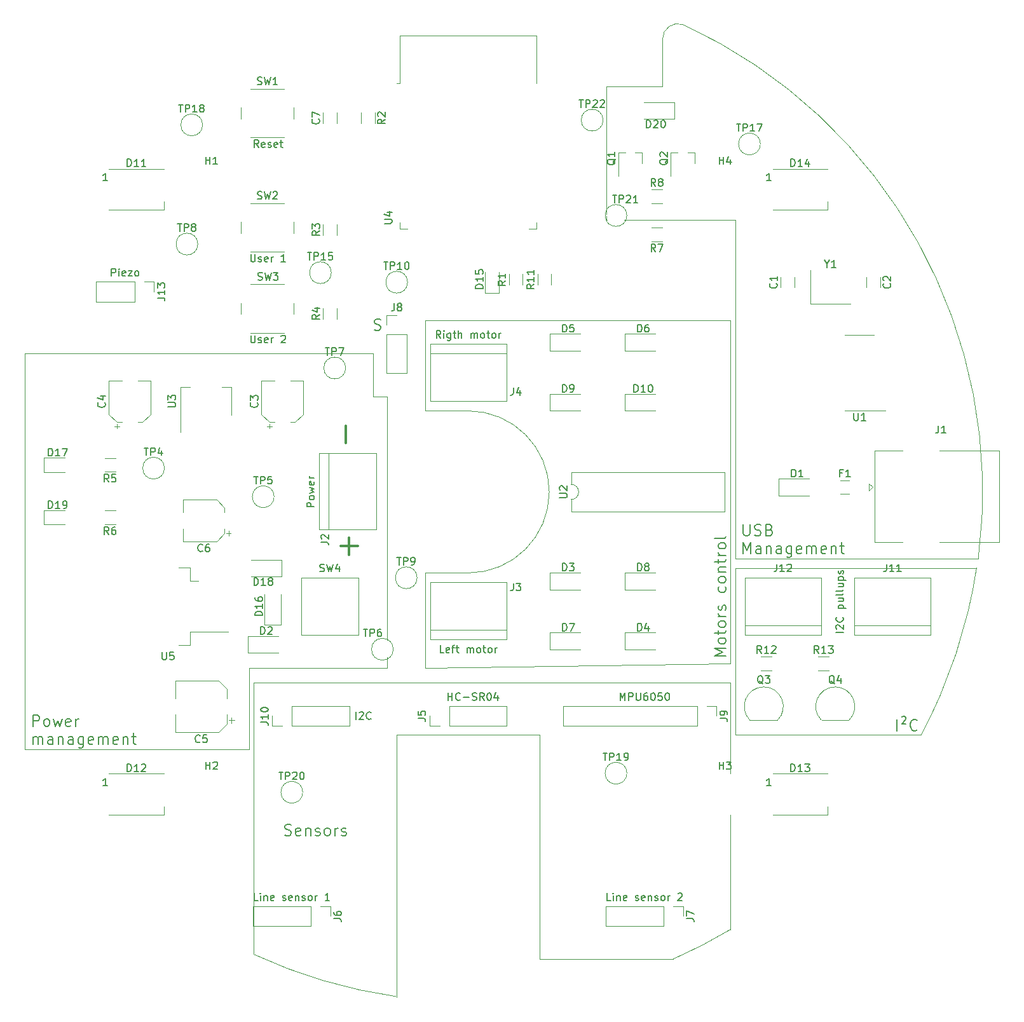
<source format=gto>
G04 #@! TF.GenerationSoftware,KiCad,Pcbnew,(5.1.8)-1*
G04 #@! TF.CreationDate,2021-12-20T19:06:15+01:00*
G04 #@! TF.ProjectId,Elab car PCB,456c6162-2063-4617-9220-5043422e6b69,rev?*
G04 #@! TF.SameCoordinates,Original*
G04 #@! TF.FileFunction,Legend,Top*
G04 #@! TF.FilePolarity,Positive*
%FSLAX46Y46*%
G04 Gerber Fmt 4.6, Leading zero omitted, Abs format (unit mm)*
G04 Created by KiCad (PCBNEW (5.1.8)-1) date 2021-12-20 19:06:15*
%MOMM*%
%LPD*%
G01*
G04 APERTURE LIST*
%ADD10C,0.150000*%
%ADD11C,0.200000*%
%ADD12C,0.300000*%
%ADD13C,0.120000*%
%ADD14C,1.524000*%
%ADD15C,5.600000*%
%ADD16O,1.700000X1.700000*%
%ADD17R,1.700000X1.700000*%
%ADD18R,0.800000X1.900000*%
%ADD19R,5.000000X5.000000*%
%ADD20R,2.000000X0.900000*%
%ADD21R,0.900000X2.000000*%
%ADD22C,2.500000*%
%ADD23R,1.600000X1.600000*%
%ADD24C,1.600000*%
%ADD25C,4.000000*%
%ADD26C,2.000000*%
%ADD27O,1.600000X1.600000*%
%ADD28R,4.600000X1.100000*%
%ADD29R,9.400000X10.800000*%
%ADD30R,2.100000X1.800000*%
%ADD31R,3.800000X2.000000*%
%ADD32R,1.500000X2.000000*%
%ADD33O,1.050000X1.500000*%
%ADD34R,1.050000X1.500000*%
%ADD35R,3.000000X3.000000*%
%ADD36C,3.000000*%
%ADD37R,1.500000X1.000000*%
G04 APERTURE END LIST*
D10*
X158695000Y-156027380D02*
X158218809Y-156027380D01*
X158218809Y-155027380D01*
X159028333Y-156027380D02*
X159028333Y-155360714D01*
X159028333Y-155027380D02*
X158980714Y-155075000D01*
X159028333Y-155122619D01*
X159075952Y-155075000D01*
X159028333Y-155027380D01*
X159028333Y-155122619D01*
X159504523Y-155360714D02*
X159504523Y-156027380D01*
X159504523Y-155455952D02*
X159552142Y-155408333D01*
X159647380Y-155360714D01*
X159790238Y-155360714D01*
X159885476Y-155408333D01*
X159933095Y-155503571D01*
X159933095Y-156027380D01*
X160790238Y-155979761D02*
X160695000Y-156027380D01*
X160504523Y-156027380D01*
X160409285Y-155979761D01*
X160361666Y-155884523D01*
X160361666Y-155503571D01*
X160409285Y-155408333D01*
X160504523Y-155360714D01*
X160695000Y-155360714D01*
X160790238Y-155408333D01*
X160837857Y-155503571D01*
X160837857Y-155598809D01*
X160361666Y-155694047D01*
X161980714Y-155979761D02*
X162075952Y-156027380D01*
X162266428Y-156027380D01*
X162361666Y-155979761D01*
X162409285Y-155884523D01*
X162409285Y-155836904D01*
X162361666Y-155741666D01*
X162266428Y-155694047D01*
X162123571Y-155694047D01*
X162028333Y-155646428D01*
X161980714Y-155551190D01*
X161980714Y-155503571D01*
X162028333Y-155408333D01*
X162123571Y-155360714D01*
X162266428Y-155360714D01*
X162361666Y-155408333D01*
X163218809Y-155979761D02*
X163123571Y-156027380D01*
X162933095Y-156027380D01*
X162837857Y-155979761D01*
X162790238Y-155884523D01*
X162790238Y-155503571D01*
X162837857Y-155408333D01*
X162933095Y-155360714D01*
X163123571Y-155360714D01*
X163218809Y-155408333D01*
X163266428Y-155503571D01*
X163266428Y-155598809D01*
X162790238Y-155694047D01*
X163695000Y-155360714D02*
X163695000Y-156027380D01*
X163695000Y-155455952D02*
X163742619Y-155408333D01*
X163837857Y-155360714D01*
X163980714Y-155360714D01*
X164075952Y-155408333D01*
X164123571Y-155503571D01*
X164123571Y-156027380D01*
X164552142Y-155979761D02*
X164647380Y-156027380D01*
X164837857Y-156027380D01*
X164933095Y-155979761D01*
X164980714Y-155884523D01*
X164980714Y-155836904D01*
X164933095Y-155741666D01*
X164837857Y-155694047D01*
X164695000Y-155694047D01*
X164599761Y-155646428D01*
X164552142Y-155551190D01*
X164552142Y-155503571D01*
X164599761Y-155408333D01*
X164695000Y-155360714D01*
X164837857Y-155360714D01*
X164933095Y-155408333D01*
X165552142Y-156027380D02*
X165456904Y-155979761D01*
X165409285Y-155932142D01*
X165361666Y-155836904D01*
X165361666Y-155551190D01*
X165409285Y-155455952D01*
X165456904Y-155408333D01*
X165552142Y-155360714D01*
X165695000Y-155360714D01*
X165790238Y-155408333D01*
X165837857Y-155455952D01*
X165885476Y-155551190D01*
X165885476Y-155836904D01*
X165837857Y-155932142D01*
X165790238Y-155979761D01*
X165695000Y-156027380D01*
X165552142Y-156027380D01*
X166314047Y-156027380D02*
X166314047Y-155360714D01*
X166314047Y-155551190D02*
X166361666Y-155455952D01*
X166409285Y-155408333D01*
X166504523Y-155360714D01*
X166599761Y-155360714D01*
X167647380Y-155122619D02*
X167695000Y-155075000D01*
X167790238Y-155027380D01*
X168028333Y-155027380D01*
X168123571Y-155075000D01*
X168171190Y-155122619D01*
X168218809Y-155217857D01*
X168218809Y-155313095D01*
X168171190Y-155455952D01*
X167599761Y-156027380D01*
X168218809Y-156027380D01*
X111705000Y-156027380D02*
X111228809Y-156027380D01*
X111228809Y-155027380D01*
X112038333Y-156027380D02*
X112038333Y-155360714D01*
X112038333Y-155027380D02*
X111990714Y-155075000D01*
X112038333Y-155122619D01*
X112085952Y-155075000D01*
X112038333Y-155027380D01*
X112038333Y-155122619D01*
X112514523Y-155360714D02*
X112514523Y-156027380D01*
X112514523Y-155455952D02*
X112562142Y-155408333D01*
X112657380Y-155360714D01*
X112800238Y-155360714D01*
X112895476Y-155408333D01*
X112943095Y-155503571D01*
X112943095Y-156027380D01*
X113800238Y-155979761D02*
X113705000Y-156027380D01*
X113514523Y-156027380D01*
X113419285Y-155979761D01*
X113371666Y-155884523D01*
X113371666Y-155503571D01*
X113419285Y-155408333D01*
X113514523Y-155360714D01*
X113705000Y-155360714D01*
X113800238Y-155408333D01*
X113847857Y-155503571D01*
X113847857Y-155598809D01*
X113371666Y-155694047D01*
X114990714Y-155979761D02*
X115085952Y-156027380D01*
X115276428Y-156027380D01*
X115371666Y-155979761D01*
X115419285Y-155884523D01*
X115419285Y-155836904D01*
X115371666Y-155741666D01*
X115276428Y-155694047D01*
X115133571Y-155694047D01*
X115038333Y-155646428D01*
X114990714Y-155551190D01*
X114990714Y-155503571D01*
X115038333Y-155408333D01*
X115133571Y-155360714D01*
X115276428Y-155360714D01*
X115371666Y-155408333D01*
X116228809Y-155979761D02*
X116133571Y-156027380D01*
X115943095Y-156027380D01*
X115847857Y-155979761D01*
X115800238Y-155884523D01*
X115800238Y-155503571D01*
X115847857Y-155408333D01*
X115943095Y-155360714D01*
X116133571Y-155360714D01*
X116228809Y-155408333D01*
X116276428Y-155503571D01*
X116276428Y-155598809D01*
X115800238Y-155694047D01*
X116705000Y-155360714D02*
X116705000Y-156027380D01*
X116705000Y-155455952D02*
X116752619Y-155408333D01*
X116847857Y-155360714D01*
X116990714Y-155360714D01*
X117085952Y-155408333D01*
X117133571Y-155503571D01*
X117133571Y-156027380D01*
X117562142Y-155979761D02*
X117657380Y-156027380D01*
X117847857Y-156027380D01*
X117943095Y-155979761D01*
X117990714Y-155884523D01*
X117990714Y-155836904D01*
X117943095Y-155741666D01*
X117847857Y-155694047D01*
X117705000Y-155694047D01*
X117609761Y-155646428D01*
X117562142Y-155551190D01*
X117562142Y-155503571D01*
X117609761Y-155408333D01*
X117705000Y-155360714D01*
X117847857Y-155360714D01*
X117943095Y-155408333D01*
X118562142Y-156027380D02*
X118466904Y-155979761D01*
X118419285Y-155932142D01*
X118371666Y-155836904D01*
X118371666Y-155551190D01*
X118419285Y-155455952D01*
X118466904Y-155408333D01*
X118562142Y-155360714D01*
X118705000Y-155360714D01*
X118800238Y-155408333D01*
X118847857Y-155455952D01*
X118895476Y-155551190D01*
X118895476Y-155836904D01*
X118847857Y-155932142D01*
X118800238Y-155979761D01*
X118705000Y-156027380D01*
X118562142Y-156027380D01*
X119324047Y-156027380D02*
X119324047Y-155360714D01*
X119324047Y-155551190D02*
X119371666Y-155455952D01*
X119419285Y-155408333D01*
X119514523Y-155360714D01*
X119609761Y-155360714D01*
X121228809Y-156027380D02*
X120657380Y-156027380D01*
X120943095Y-156027380D02*
X120943095Y-155027380D01*
X120847857Y-155170238D01*
X120752619Y-155265476D01*
X120657380Y-155313095D01*
X189682380Y-120300238D02*
X188682380Y-120300238D01*
X188777619Y-119871666D02*
X188730000Y-119824047D01*
X188682380Y-119728809D01*
X188682380Y-119490714D01*
X188730000Y-119395476D01*
X188777619Y-119347857D01*
X188872857Y-119300238D01*
X188968095Y-119300238D01*
X189110952Y-119347857D01*
X189682380Y-119919285D01*
X189682380Y-119300238D01*
X189587142Y-118300238D02*
X189634761Y-118347857D01*
X189682380Y-118490714D01*
X189682380Y-118585952D01*
X189634761Y-118728809D01*
X189539523Y-118824047D01*
X189444285Y-118871666D01*
X189253809Y-118919285D01*
X189110952Y-118919285D01*
X188920476Y-118871666D01*
X188825238Y-118824047D01*
X188730000Y-118728809D01*
X188682380Y-118585952D01*
X188682380Y-118490714D01*
X188730000Y-118347857D01*
X188777619Y-118300238D01*
X189015714Y-117109761D02*
X190015714Y-117109761D01*
X189063333Y-117109761D02*
X189015714Y-117014523D01*
X189015714Y-116824047D01*
X189063333Y-116728809D01*
X189110952Y-116681190D01*
X189206190Y-116633571D01*
X189491904Y-116633571D01*
X189587142Y-116681190D01*
X189634761Y-116728809D01*
X189682380Y-116824047D01*
X189682380Y-117014523D01*
X189634761Y-117109761D01*
X189015714Y-115776428D02*
X189682380Y-115776428D01*
X189015714Y-116205000D02*
X189539523Y-116205000D01*
X189634761Y-116157380D01*
X189682380Y-116062142D01*
X189682380Y-115919285D01*
X189634761Y-115824047D01*
X189587142Y-115776428D01*
X189682380Y-115157380D02*
X189634761Y-115252619D01*
X189539523Y-115300238D01*
X188682380Y-115300238D01*
X189682380Y-114633571D02*
X189634761Y-114728809D01*
X189539523Y-114776428D01*
X188682380Y-114776428D01*
X189015714Y-113824047D02*
X189682380Y-113824047D01*
X189015714Y-114252619D02*
X189539523Y-114252619D01*
X189634761Y-114205000D01*
X189682380Y-114109761D01*
X189682380Y-113966904D01*
X189634761Y-113871666D01*
X189587142Y-113824047D01*
X189015714Y-113347857D02*
X190015714Y-113347857D01*
X189063333Y-113347857D02*
X189015714Y-113252619D01*
X189015714Y-113062142D01*
X189063333Y-112966904D01*
X189110952Y-112919285D01*
X189206190Y-112871666D01*
X189491904Y-112871666D01*
X189587142Y-112919285D01*
X189634761Y-112966904D01*
X189682380Y-113062142D01*
X189682380Y-113252619D01*
X189634761Y-113347857D01*
X189634761Y-112490714D02*
X189682380Y-112395476D01*
X189682380Y-112205000D01*
X189634761Y-112109761D01*
X189539523Y-112062142D01*
X189491904Y-112062142D01*
X189396666Y-112109761D01*
X189349047Y-112205000D01*
X189349047Y-112347857D01*
X189301428Y-112443095D01*
X189206190Y-112490714D01*
X189158571Y-112490714D01*
X189063333Y-112443095D01*
X189015714Y-112347857D01*
X189015714Y-112205000D01*
X189063333Y-112109761D01*
X111791904Y-55697380D02*
X111458571Y-55221190D01*
X111220476Y-55697380D02*
X111220476Y-54697380D01*
X111601428Y-54697380D01*
X111696666Y-54745000D01*
X111744285Y-54792619D01*
X111791904Y-54887857D01*
X111791904Y-55030714D01*
X111744285Y-55125952D01*
X111696666Y-55173571D01*
X111601428Y-55221190D01*
X111220476Y-55221190D01*
X112601428Y-55649761D02*
X112506190Y-55697380D01*
X112315714Y-55697380D01*
X112220476Y-55649761D01*
X112172857Y-55554523D01*
X112172857Y-55173571D01*
X112220476Y-55078333D01*
X112315714Y-55030714D01*
X112506190Y-55030714D01*
X112601428Y-55078333D01*
X112649047Y-55173571D01*
X112649047Y-55268809D01*
X112172857Y-55364047D01*
X113030000Y-55649761D02*
X113125238Y-55697380D01*
X113315714Y-55697380D01*
X113410952Y-55649761D01*
X113458571Y-55554523D01*
X113458571Y-55506904D01*
X113410952Y-55411666D01*
X113315714Y-55364047D01*
X113172857Y-55364047D01*
X113077619Y-55316428D01*
X113030000Y-55221190D01*
X113030000Y-55173571D01*
X113077619Y-55078333D01*
X113172857Y-55030714D01*
X113315714Y-55030714D01*
X113410952Y-55078333D01*
X114268095Y-55649761D02*
X114172857Y-55697380D01*
X113982380Y-55697380D01*
X113887142Y-55649761D01*
X113839523Y-55554523D01*
X113839523Y-55173571D01*
X113887142Y-55078333D01*
X113982380Y-55030714D01*
X114172857Y-55030714D01*
X114268095Y-55078333D01*
X114315714Y-55173571D01*
X114315714Y-55268809D01*
X113839523Y-55364047D01*
X114601428Y-55030714D02*
X114982380Y-55030714D01*
X114744285Y-54697380D02*
X114744285Y-55554523D01*
X114791904Y-55649761D01*
X114887142Y-55697380D01*
X114982380Y-55697380D01*
X110744285Y-80732380D02*
X110744285Y-81541904D01*
X110791904Y-81637142D01*
X110839523Y-81684761D01*
X110934761Y-81732380D01*
X111125238Y-81732380D01*
X111220476Y-81684761D01*
X111268095Y-81637142D01*
X111315714Y-81541904D01*
X111315714Y-80732380D01*
X111744285Y-81684761D02*
X111839523Y-81732380D01*
X112030000Y-81732380D01*
X112125238Y-81684761D01*
X112172857Y-81589523D01*
X112172857Y-81541904D01*
X112125238Y-81446666D01*
X112030000Y-81399047D01*
X111887142Y-81399047D01*
X111791904Y-81351428D01*
X111744285Y-81256190D01*
X111744285Y-81208571D01*
X111791904Y-81113333D01*
X111887142Y-81065714D01*
X112030000Y-81065714D01*
X112125238Y-81113333D01*
X112982380Y-81684761D02*
X112887142Y-81732380D01*
X112696666Y-81732380D01*
X112601428Y-81684761D01*
X112553809Y-81589523D01*
X112553809Y-81208571D01*
X112601428Y-81113333D01*
X112696666Y-81065714D01*
X112887142Y-81065714D01*
X112982380Y-81113333D01*
X113030000Y-81208571D01*
X113030000Y-81303809D01*
X112553809Y-81399047D01*
X113458571Y-81732380D02*
X113458571Y-81065714D01*
X113458571Y-81256190D02*
X113506190Y-81160952D01*
X113553809Y-81113333D01*
X113649047Y-81065714D01*
X113744285Y-81065714D01*
X114791904Y-80827619D02*
X114839523Y-80780000D01*
X114934761Y-80732380D01*
X115172857Y-80732380D01*
X115268095Y-80780000D01*
X115315714Y-80827619D01*
X115363333Y-80922857D01*
X115363333Y-81018095D01*
X115315714Y-81160952D01*
X114744285Y-81732380D01*
X115363333Y-81732380D01*
X110744285Y-69937380D02*
X110744285Y-70746904D01*
X110791904Y-70842142D01*
X110839523Y-70889761D01*
X110934761Y-70937380D01*
X111125238Y-70937380D01*
X111220476Y-70889761D01*
X111268095Y-70842142D01*
X111315714Y-70746904D01*
X111315714Y-69937380D01*
X111744285Y-70889761D02*
X111839523Y-70937380D01*
X112030000Y-70937380D01*
X112125238Y-70889761D01*
X112172857Y-70794523D01*
X112172857Y-70746904D01*
X112125238Y-70651666D01*
X112030000Y-70604047D01*
X111887142Y-70604047D01*
X111791904Y-70556428D01*
X111744285Y-70461190D01*
X111744285Y-70413571D01*
X111791904Y-70318333D01*
X111887142Y-70270714D01*
X112030000Y-70270714D01*
X112125238Y-70318333D01*
X112982380Y-70889761D02*
X112887142Y-70937380D01*
X112696666Y-70937380D01*
X112601428Y-70889761D01*
X112553809Y-70794523D01*
X112553809Y-70413571D01*
X112601428Y-70318333D01*
X112696666Y-70270714D01*
X112887142Y-70270714D01*
X112982380Y-70318333D01*
X113030000Y-70413571D01*
X113030000Y-70508809D01*
X112553809Y-70604047D01*
X113458571Y-70937380D02*
X113458571Y-70270714D01*
X113458571Y-70461190D02*
X113506190Y-70365952D01*
X113553809Y-70318333D01*
X113649047Y-70270714D01*
X113744285Y-70270714D01*
X115363333Y-70937380D02*
X114791904Y-70937380D01*
X115077619Y-70937380D02*
X115077619Y-69937380D01*
X114982380Y-70080238D01*
X114887142Y-70175476D01*
X114791904Y-70223095D01*
X159933095Y-129357380D02*
X159933095Y-128357380D01*
X160266428Y-129071666D01*
X160599761Y-128357380D01*
X160599761Y-129357380D01*
X161075952Y-129357380D02*
X161075952Y-128357380D01*
X161456904Y-128357380D01*
X161552142Y-128405000D01*
X161599761Y-128452619D01*
X161647380Y-128547857D01*
X161647380Y-128690714D01*
X161599761Y-128785952D01*
X161552142Y-128833571D01*
X161456904Y-128881190D01*
X161075952Y-128881190D01*
X162075952Y-128357380D02*
X162075952Y-129166904D01*
X162123571Y-129262142D01*
X162171190Y-129309761D01*
X162266428Y-129357380D01*
X162456904Y-129357380D01*
X162552142Y-129309761D01*
X162599761Y-129262142D01*
X162647380Y-129166904D01*
X162647380Y-128357380D01*
X163552142Y-128357380D02*
X163361666Y-128357380D01*
X163266428Y-128405000D01*
X163218809Y-128452619D01*
X163123571Y-128595476D01*
X163075952Y-128785952D01*
X163075952Y-129166904D01*
X163123571Y-129262142D01*
X163171190Y-129309761D01*
X163266428Y-129357380D01*
X163456904Y-129357380D01*
X163552142Y-129309761D01*
X163599761Y-129262142D01*
X163647380Y-129166904D01*
X163647380Y-128928809D01*
X163599761Y-128833571D01*
X163552142Y-128785952D01*
X163456904Y-128738333D01*
X163266428Y-128738333D01*
X163171190Y-128785952D01*
X163123571Y-128833571D01*
X163075952Y-128928809D01*
X164266428Y-128357380D02*
X164361666Y-128357380D01*
X164456904Y-128405000D01*
X164504523Y-128452619D01*
X164552142Y-128547857D01*
X164599761Y-128738333D01*
X164599761Y-128976428D01*
X164552142Y-129166904D01*
X164504523Y-129262142D01*
X164456904Y-129309761D01*
X164361666Y-129357380D01*
X164266428Y-129357380D01*
X164171190Y-129309761D01*
X164123571Y-129262142D01*
X164075952Y-129166904D01*
X164028333Y-128976428D01*
X164028333Y-128738333D01*
X164075952Y-128547857D01*
X164123571Y-128452619D01*
X164171190Y-128405000D01*
X164266428Y-128357380D01*
X165504523Y-128357380D02*
X165028333Y-128357380D01*
X164980714Y-128833571D01*
X165028333Y-128785952D01*
X165123571Y-128738333D01*
X165361666Y-128738333D01*
X165456904Y-128785952D01*
X165504523Y-128833571D01*
X165552142Y-128928809D01*
X165552142Y-129166904D01*
X165504523Y-129262142D01*
X165456904Y-129309761D01*
X165361666Y-129357380D01*
X165123571Y-129357380D01*
X165028333Y-129309761D01*
X164980714Y-129262142D01*
X166171190Y-128357380D02*
X166266428Y-128357380D01*
X166361666Y-128405000D01*
X166409285Y-128452619D01*
X166456904Y-128547857D01*
X166504523Y-128738333D01*
X166504523Y-128976428D01*
X166456904Y-129166904D01*
X166409285Y-129262142D01*
X166361666Y-129309761D01*
X166266428Y-129357380D01*
X166171190Y-129357380D01*
X166075952Y-129309761D01*
X166028333Y-129262142D01*
X165980714Y-129166904D01*
X165933095Y-128976428D01*
X165933095Y-128738333D01*
X165980714Y-128547857D01*
X166028333Y-128452619D01*
X166075952Y-128405000D01*
X166171190Y-128357380D01*
X137001666Y-129357380D02*
X137001666Y-128357380D01*
X137001666Y-128833571D02*
X137573095Y-128833571D01*
X137573095Y-129357380D02*
X137573095Y-128357380D01*
X138620714Y-129262142D02*
X138573095Y-129309761D01*
X138430238Y-129357380D01*
X138335000Y-129357380D01*
X138192142Y-129309761D01*
X138096904Y-129214523D01*
X138049285Y-129119285D01*
X138001666Y-128928809D01*
X138001666Y-128785952D01*
X138049285Y-128595476D01*
X138096904Y-128500238D01*
X138192142Y-128405000D01*
X138335000Y-128357380D01*
X138430238Y-128357380D01*
X138573095Y-128405000D01*
X138620714Y-128452619D01*
X139049285Y-128976428D02*
X139811190Y-128976428D01*
X140239761Y-129309761D02*
X140382619Y-129357380D01*
X140620714Y-129357380D01*
X140715952Y-129309761D01*
X140763571Y-129262142D01*
X140811190Y-129166904D01*
X140811190Y-129071666D01*
X140763571Y-128976428D01*
X140715952Y-128928809D01*
X140620714Y-128881190D01*
X140430238Y-128833571D01*
X140335000Y-128785952D01*
X140287380Y-128738333D01*
X140239761Y-128643095D01*
X140239761Y-128547857D01*
X140287380Y-128452619D01*
X140335000Y-128405000D01*
X140430238Y-128357380D01*
X140668333Y-128357380D01*
X140811190Y-128405000D01*
X141811190Y-129357380D02*
X141477857Y-128881190D01*
X141239761Y-129357380D02*
X141239761Y-128357380D01*
X141620714Y-128357380D01*
X141715952Y-128405000D01*
X141763571Y-128452619D01*
X141811190Y-128547857D01*
X141811190Y-128690714D01*
X141763571Y-128785952D01*
X141715952Y-128833571D01*
X141620714Y-128881190D01*
X141239761Y-128881190D01*
X142430238Y-128357380D02*
X142525476Y-128357380D01*
X142620714Y-128405000D01*
X142668333Y-128452619D01*
X142715952Y-128547857D01*
X142763571Y-128738333D01*
X142763571Y-128976428D01*
X142715952Y-129166904D01*
X142668333Y-129262142D01*
X142620714Y-129309761D01*
X142525476Y-129357380D01*
X142430238Y-129357380D01*
X142335000Y-129309761D01*
X142287380Y-129262142D01*
X142239761Y-129166904D01*
X142192142Y-128976428D01*
X142192142Y-128738333D01*
X142239761Y-128547857D01*
X142287380Y-128452619D01*
X142335000Y-128405000D01*
X142430238Y-128357380D01*
X143620714Y-128690714D02*
X143620714Y-129357380D01*
X143382619Y-128309761D02*
X143144523Y-129024047D01*
X143763571Y-129024047D01*
X124753809Y-131897380D02*
X124753809Y-130897380D01*
X125182380Y-130992619D02*
X125230000Y-130945000D01*
X125325238Y-130897380D01*
X125563333Y-130897380D01*
X125658571Y-130945000D01*
X125706190Y-130992619D01*
X125753809Y-131087857D01*
X125753809Y-131183095D01*
X125706190Y-131325952D01*
X125134761Y-131897380D01*
X125753809Y-131897380D01*
X126753809Y-131802142D02*
X126706190Y-131849761D01*
X126563333Y-131897380D01*
X126468095Y-131897380D01*
X126325238Y-131849761D01*
X126230000Y-131754523D01*
X126182380Y-131659285D01*
X126134761Y-131468809D01*
X126134761Y-131325952D01*
X126182380Y-131135476D01*
X126230000Y-131040238D01*
X126325238Y-130945000D01*
X126468095Y-130897380D01*
X126563333Y-130897380D01*
X126706190Y-130945000D01*
X126753809Y-130992619D01*
X136461904Y-123007380D02*
X135985714Y-123007380D01*
X135985714Y-122007380D01*
X137176190Y-122959761D02*
X137080952Y-123007380D01*
X136890476Y-123007380D01*
X136795238Y-122959761D01*
X136747619Y-122864523D01*
X136747619Y-122483571D01*
X136795238Y-122388333D01*
X136890476Y-122340714D01*
X137080952Y-122340714D01*
X137176190Y-122388333D01*
X137223809Y-122483571D01*
X137223809Y-122578809D01*
X136747619Y-122674047D01*
X137509523Y-122340714D02*
X137890476Y-122340714D01*
X137652380Y-123007380D02*
X137652380Y-122150238D01*
X137700000Y-122055000D01*
X137795238Y-122007380D01*
X137890476Y-122007380D01*
X138080952Y-122340714D02*
X138461904Y-122340714D01*
X138223809Y-122007380D02*
X138223809Y-122864523D01*
X138271428Y-122959761D01*
X138366666Y-123007380D01*
X138461904Y-123007380D01*
X139557142Y-123007380D02*
X139557142Y-122340714D01*
X139557142Y-122435952D02*
X139604761Y-122388333D01*
X139700000Y-122340714D01*
X139842857Y-122340714D01*
X139938095Y-122388333D01*
X139985714Y-122483571D01*
X139985714Y-123007380D01*
X139985714Y-122483571D02*
X140033333Y-122388333D01*
X140128571Y-122340714D01*
X140271428Y-122340714D01*
X140366666Y-122388333D01*
X140414285Y-122483571D01*
X140414285Y-123007380D01*
X141033333Y-123007380D02*
X140938095Y-122959761D01*
X140890476Y-122912142D01*
X140842857Y-122816904D01*
X140842857Y-122531190D01*
X140890476Y-122435952D01*
X140938095Y-122388333D01*
X141033333Y-122340714D01*
X141176190Y-122340714D01*
X141271428Y-122388333D01*
X141319047Y-122435952D01*
X141366666Y-122531190D01*
X141366666Y-122816904D01*
X141319047Y-122912142D01*
X141271428Y-122959761D01*
X141176190Y-123007380D01*
X141033333Y-123007380D01*
X141652380Y-122340714D02*
X142033333Y-122340714D01*
X141795238Y-122007380D02*
X141795238Y-122864523D01*
X141842857Y-122959761D01*
X141938095Y-123007380D01*
X142033333Y-123007380D01*
X142509523Y-123007380D02*
X142414285Y-122959761D01*
X142366666Y-122912142D01*
X142319047Y-122816904D01*
X142319047Y-122531190D01*
X142366666Y-122435952D01*
X142414285Y-122388333D01*
X142509523Y-122340714D01*
X142652380Y-122340714D01*
X142747619Y-122388333D01*
X142795238Y-122435952D01*
X142842857Y-122531190D01*
X142842857Y-122816904D01*
X142795238Y-122912142D01*
X142747619Y-122959761D01*
X142652380Y-123007380D01*
X142509523Y-123007380D01*
X143271428Y-123007380D02*
X143271428Y-122340714D01*
X143271428Y-122531190D02*
X143319047Y-122435952D01*
X143366666Y-122388333D01*
X143461904Y-122340714D01*
X143557142Y-122340714D01*
X136033333Y-81097380D02*
X135700000Y-80621190D01*
X135461904Y-81097380D02*
X135461904Y-80097380D01*
X135842857Y-80097380D01*
X135938095Y-80145000D01*
X135985714Y-80192619D01*
X136033333Y-80287857D01*
X136033333Y-80430714D01*
X135985714Y-80525952D01*
X135938095Y-80573571D01*
X135842857Y-80621190D01*
X135461904Y-80621190D01*
X136461904Y-81097380D02*
X136461904Y-80430714D01*
X136461904Y-80097380D02*
X136414285Y-80145000D01*
X136461904Y-80192619D01*
X136509523Y-80145000D01*
X136461904Y-80097380D01*
X136461904Y-80192619D01*
X137366666Y-80430714D02*
X137366666Y-81240238D01*
X137319047Y-81335476D01*
X137271428Y-81383095D01*
X137176190Y-81430714D01*
X137033333Y-81430714D01*
X136938095Y-81383095D01*
X137366666Y-81049761D02*
X137271428Y-81097380D01*
X137080952Y-81097380D01*
X136985714Y-81049761D01*
X136938095Y-81002142D01*
X136890476Y-80906904D01*
X136890476Y-80621190D01*
X136938095Y-80525952D01*
X136985714Y-80478333D01*
X137080952Y-80430714D01*
X137271428Y-80430714D01*
X137366666Y-80478333D01*
X137700000Y-80430714D02*
X138080952Y-80430714D01*
X137842857Y-80097380D02*
X137842857Y-80954523D01*
X137890476Y-81049761D01*
X137985714Y-81097380D01*
X138080952Y-81097380D01*
X138414285Y-81097380D02*
X138414285Y-80097380D01*
X138842857Y-81097380D02*
X138842857Y-80573571D01*
X138795238Y-80478333D01*
X138700000Y-80430714D01*
X138557142Y-80430714D01*
X138461904Y-80478333D01*
X138414285Y-80525952D01*
X140080952Y-81097380D02*
X140080952Y-80430714D01*
X140080952Y-80525952D02*
X140128571Y-80478333D01*
X140223809Y-80430714D01*
X140366666Y-80430714D01*
X140461904Y-80478333D01*
X140509523Y-80573571D01*
X140509523Y-81097380D01*
X140509523Y-80573571D02*
X140557142Y-80478333D01*
X140652380Y-80430714D01*
X140795238Y-80430714D01*
X140890476Y-80478333D01*
X140938095Y-80573571D01*
X140938095Y-81097380D01*
X141557142Y-81097380D02*
X141461904Y-81049761D01*
X141414285Y-81002142D01*
X141366666Y-80906904D01*
X141366666Y-80621190D01*
X141414285Y-80525952D01*
X141461904Y-80478333D01*
X141557142Y-80430714D01*
X141700000Y-80430714D01*
X141795238Y-80478333D01*
X141842857Y-80525952D01*
X141890476Y-80621190D01*
X141890476Y-80906904D01*
X141842857Y-81002142D01*
X141795238Y-81049761D01*
X141700000Y-81097380D01*
X141557142Y-81097380D01*
X142176190Y-80430714D02*
X142557142Y-80430714D01*
X142319047Y-80097380D02*
X142319047Y-80954523D01*
X142366666Y-81049761D01*
X142461904Y-81097380D01*
X142557142Y-81097380D01*
X143033333Y-81097380D02*
X142938095Y-81049761D01*
X142890476Y-81002142D01*
X142842857Y-80906904D01*
X142842857Y-80621190D01*
X142890476Y-80525952D01*
X142938095Y-80478333D01*
X143033333Y-80430714D01*
X143176190Y-80430714D01*
X143271428Y-80478333D01*
X143319047Y-80525952D01*
X143366666Y-80621190D01*
X143366666Y-80906904D01*
X143319047Y-81002142D01*
X143271428Y-81049761D01*
X143176190Y-81097380D01*
X143033333Y-81097380D01*
X143795238Y-81097380D02*
X143795238Y-80430714D01*
X143795238Y-80621190D02*
X143842857Y-80525952D01*
X143890476Y-80478333D01*
X143985714Y-80430714D01*
X144080952Y-80430714D01*
X119197380Y-103576190D02*
X118197380Y-103576190D01*
X118197380Y-103195238D01*
X118245000Y-103100000D01*
X118292619Y-103052380D01*
X118387857Y-103004761D01*
X118530714Y-103004761D01*
X118625952Y-103052380D01*
X118673571Y-103100000D01*
X118721190Y-103195238D01*
X118721190Y-103576190D01*
X119197380Y-102433333D02*
X119149761Y-102528571D01*
X119102142Y-102576190D01*
X119006904Y-102623809D01*
X118721190Y-102623809D01*
X118625952Y-102576190D01*
X118578333Y-102528571D01*
X118530714Y-102433333D01*
X118530714Y-102290476D01*
X118578333Y-102195238D01*
X118625952Y-102147619D01*
X118721190Y-102100000D01*
X119006904Y-102100000D01*
X119102142Y-102147619D01*
X119149761Y-102195238D01*
X119197380Y-102290476D01*
X119197380Y-102433333D01*
X118530714Y-101766666D02*
X119197380Y-101576190D01*
X118721190Y-101385714D01*
X119197380Y-101195238D01*
X118530714Y-101004761D01*
X119149761Y-100242857D02*
X119197380Y-100338095D01*
X119197380Y-100528571D01*
X119149761Y-100623809D01*
X119054523Y-100671428D01*
X118673571Y-100671428D01*
X118578333Y-100623809D01*
X118530714Y-100528571D01*
X118530714Y-100338095D01*
X118578333Y-100242857D01*
X118673571Y-100195238D01*
X118768809Y-100195238D01*
X118864047Y-100671428D01*
X119197380Y-99766666D02*
X118530714Y-99766666D01*
X118721190Y-99766666D02*
X118625952Y-99719047D01*
X118578333Y-99671428D01*
X118530714Y-99576190D01*
X118530714Y-99480952D01*
X92194285Y-72842380D02*
X92194285Y-71842380D01*
X92575238Y-71842380D01*
X92670476Y-71890000D01*
X92718095Y-71937619D01*
X92765714Y-72032857D01*
X92765714Y-72175714D01*
X92718095Y-72270952D01*
X92670476Y-72318571D01*
X92575238Y-72366190D01*
X92194285Y-72366190D01*
X93194285Y-72842380D02*
X93194285Y-72175714D01*
X93194285Y-71842380D02*
X93146666Y-71890000D01*
X93194285Y-71937619D01*
X93241904Y-71890000D01*
X93194285Y-71842380D01*
X93194285Y-71937619D01*
X94051428Y-72794761D02*
X93956190Y-72842380D01*
X93765714Y-72842380D01*
X93670476Y-72794761D01*
X93622857Y-72699523D01*
X93622857Y-72318571D01*
X93670476Y-72223333D01*
X93765714Y-72175714D01*
X93956190Y-72175714D01*
X94051428Y-72223333D01*
X94099047Y-72318571D01*
X94099047Y-72413809D01*
X93622857Y-72509047D01*
X94432380Y-72175714D02*
X94956190Y-72175714D01*
X94432380Y-72842380D01*
X94956190Y-72842380D01*
X95480000Y-72842380D02*
X95384761Y-72794761D01*
X95337142Y-72747142D01*
X95289523Y-72651904D01*
X95289523Y-72366190D01*
X95337142Y-72270952D01*
X95384761Y-72223333D01*
X95480000Y-72175714D01*
X95622857Y-72175714D01*
X95718095Y-72223333D01*
X95765714Y-72270952D01*
X95813333Y-72366190D01*
X95813333Y-72651904D01*
X95765714Y-72747142D01*
X95718095Y-72794761D01*
X95622857Y-72842380D01*
X95480000Y-72842380D01*
D11*
X127206428Y-79982142D02*
X127420714Y-80053571D01*
X127777857Y-80053571D01*
X127920714Y-79982142D01*
X127992142Y-79910714D01*
X128063571Y-79767857D01*
X128063571Y-79625000D01*
X127992142Y-79482142D01*
X127920714Y-79410714D01*
X127777857Y-79339285D01*
X127492142Y-79267857D01*
X127349285Y-79196428D01*
X127277857Y-79125000D01*
X127206428Y-78982142D01*
X127206428Y-78839285D01*
X127277857Y-78696428D01*
X127349285Y-78625000D01*
X127492142Y-78553571D01*
X127849285Y-78553571D01*
X128063571Y-78625000D01*
D12*
X122682142Y-108799285D02*
X124967857Y-108799285D01*
X123825000Y-109942142D02*
X123825000Y-107656428D01*
D13*
X165585136Y-47625000D02*
X165585136Y-41275001D01*
X158115000Y-47625000D02*
X165585136Y-47625000D01*
X165585136Y-41275001D02*
G75*
G02*
X168294650Y-39327207I2054864J1D01*
G01*
D10*
X176349642Y-105928571D02*
X176349642Y-107142857D01*
X176421071Y-107285714D01*
X176492500Y-107357142D01*
X176635357Y-107428571D01*
X176921071Y-107428571D01*
X177063928Y-107357142D01*
X177135357Y-107285714D01*
X177206785Y-107142857D01*
X177206785Y-105928571D01*
X177849642Y-107357142D02*
X178063928Y-107428571D01*
X178421071Y-107428571D01*
X178563928Y-107357142D01*
X178635357Y-107285714D01*
X178706785Y-107142857D01*
X178706785Y-107000000D01*
X178635357Y-106857142D01*
X178563928Y-106785714D01*
X178421071Y-106714285D01*
X178135357Y-106642857D01*
X177992500Y-106571428D01*
X177921071Y-106500000D01*
X177849642Y-106357142D01*
X177849642Y-106214285D01*
X177921071Y-106071428D01*
X177992500Y-106000000D01*
X178135357Y-105928571D01*
X178492500Y-105928571D01*
X178706785Y-106000000D01*
X179849642Y-106642857D02*
X180063928Y-106714285D01*
X180135357Y-106785714D01*
X180206785Y-106928571D01*
X180206785Y-107142857D01*
X180135357Y-107285714D01*
X180063928Y-107357142D01*
X179921071Y-107428571D01*
X179349642Y-107428571D01*
X179349642Y-105928571D01*
X179849642Y-105928571D01*
X179992500Y-106000000D01*
X180063928Y-106071428D01*
X180135357Y-106214285D01*
X180135357Y-106357142D01*
X180063928Y-106500000D01*
X179992500Y-106571428D01*
X179849642Y-106642857D01*
X179349642Y-106642857D01*
X176349642Y-109828571D02*
X176349642Y-108328571D01*
X176849642Y-109400000D01*
X177349642Y-108328571D01*
X177349642Y-109828571D01*
X178706785Y-109828571D02*
X178706785Y-109042857D01*
X178635357Y-108900000D01*
X178492500Y-108828571D01*
X178206785Y-108828571D01*
X178063928Y-108900000D01*
X178706785Y-109757142D02*
X178563928Y-109828571D01*
X178206785Y-109828571D01*
X178063928Y-109757142D01*
X177992500Y-109614285D01*
X177992500Y-109471428D01*
X178063928Y-109328571D01*
X178206785Y-109257142D01*
X178563928Y-109257142D01*
X178706785Y-109185714D01*
X179421071Y-108828571D02*
X179421071Y-109828571D01*
X179421071Y-108971428D02*
X179492500Y-108900000D01*
X179635357Y-108828571D01*
X179849642Y-108828571D01*
X179992500Y-108900000D01*
X180063928Y-109042857D01*
X180063928Y-109828571D01*
X181421071Y-109828571D02*
X181421071Y-109042857D01*
X181349642Y-108900000D01*
X181206785Y-108828571D01*
X180921071Y-108828571D01*
X180778214Y-108900000D01*
X181421071Y-109757142D02*
X181278214Y-109828571D01*
X180921071Y-109828571D01*
X180778214Y-109757142D01*
X180706785Y-109614285D01*
X180706785Y-109471428D01*
X180778214Y-109328571D01*
X180921071Y-109257142D01*
X181278214Y-109257142D01*
X181421071Y-109185714D01*
X182778214Y-108828571D02*
X182778214Y-110042857D01*
X182706785Y-110185714D01*
X182635357Y-110257142D01*
X182492500Y-110328571D01*
X182278214Y-110328571D01*
X182135357Y-110257142D01*
X182778214Y-109757142D02*
X182635357Y-109828571D01*
X182349642Y-109828571D01*
X182206785Y-109757142D01*
X182135357Y-109685714D01*
X182063928Y-109542857D01*
X182063928Y-109114285D01*
X182135357Y-108971428D01*
X182206785Y-108900000D01*
X182349642Y-108828571D01*
X182635357Y-108828571D01*
X182778214Y-108900000D01*
X184063928Y-109757142D02*
X183921071Y-109828571D01*
X183635357Y-109828571D01*
X183492500Y-109757142D01*
X183421071Y-109614285D01*
X183421071Y-109042857D01*
X183492500Y-108900000D01*
X183635357Y-108828571D01*
X183921071Y-108828571D01*
X184063928Y-108900000D01*
X184135357Y-109042857D01*
X184135357Y-109185714D01*
X183421071Y-109328571D01*
X184778214Y-109828571D02*
X184778214Y-108828571D01*
X184778214Y-108971428D02*
X184849642Y-108900000D01*
X184992500Y-108828571D01*
X185206785Y-108828571D01*
X185349642Y-108900000D01*
X185421071Y-109042857D01*
X185421071Y-109828571D01*
X185421071Y-109042857D02*
X185492500Y-108900000D01*
X185635357Y-108828571D01*
X185849642Y-108828571D01*
X185992500Y-108900000D01*
X186063928Y-109042857D01*
X186063928Y-109828571D01*
X187349642Y-109757142D02*
X187206785Y-109828571D01*
X186921071Y-109828571D01*
X186778214Y-109757142D01*
X186706785Y-109614285D01*
X186706785Y-109042857D01*
X186778214Y-108900000D01*
X186921071Y-108828571D01*
X187206785Y-108828571D01*
X187349642Y-108900000D01*
X187421071Y-109042857D01*
X187421071Y-109185714D01*
X186706785Y-109328571D01*
X188063928Y-108828571D02*
X188063928Y-109828571D01*
X188063928Y-108971428D02*
X188135357Y-108900000D01*
X188278214Y-108828571D01*
X188492500Y-108828571D01*
X188635357Y-108900000D01*
X188706785Y-109042857D01*
X188706785Y-109828571D01*
X189206785Y-108828571D02*
X189778214Y-108828571D01*
X189421071Y-108328571D02*
X189421071Y-109614285D01*
X189492500Y-109757142D01*
X189635357Y-109828571D01*
X189778214Y-109828571D01*
D13*
X168294651Y-39327205D02*
G75*
G02*
X207644999Y-110489999I-28594651J-62272795D01*
G01*
X158115000Y-65405000D02*
X158115000Y-47625000D01*
X175260000Y-65405000D02*
X158115000Y-65405000D01*
X175260000Y-110490000D02*
X175260000Y-65405000D01*
X207645000Y-110490000D02*
X175260000Y-110490000D01*
D10*
X81734642Y-132828571D02*
X81734642Y-131328571D01*
X82306071Y-131328571D01*
X82448928Y-131400000D01*
X82520357Y-131471428D01*
X82591785Y-131614285D01*
X82591785Y-131828571D01*
X82520357Y-131971428D01*
X82448928Y-132042857D01*
X82306071Y-132114285D01*
X81734642Y-132114285D01*
X83448928Y-132828571D02*
X83306071Y-132757142D01*
X83234642Y-132685714D01*
X83163214Y-132542857D01*
X83163214Y-132114285D01*
X83234642Y-131971428D01*
X83306071Y-131900000D01*
X83448928Y-131828571D01*
X83663214Y-131828571D01*
X83806071Y-131900000D01*
X83877500Y-131971428D01*
X83948928Y-132114285D01*
X83948928Y-132542857D01*
X83877500Y-132685714D01*
X83806071Y-132757142D01*
X83663214Y-132828571D01*
X83448928Y-132828571D01*
X84448928Y-131828571D02*
X84734642Y-132828571D01*
X85020357Y-132114285D01*
X85306071Y-132828571D01*
X85591785Y-131828571D01*
X86734642Y-132757142D02*
X86591785Y-132828571D01*
X86306071Y-132828571D01*
X86163214Y-132757142D01*
X86091785Y-132614285D01*
X86091785Y-132042857D01*
X86163214Y-131900000D01*
X86306071Y-131828571D01*
X86591785Y-131828571D01*
X86734642Y-131900000D01*
X86806071Y-132042857D01*
X86806071Y-132185714D01*
X86091785Y-132328571D01*
X87448928Y-132828571D02*
X87448928Y-131828571D01*
X87448928Y-132114285D02*
X87520357Y-131971428D01*
X87591785Y-131900000D01*
X87734642Y-131828571D01*
X87877500Y-131828571D01*
X81734642Y-135228571D02*
X81734642Y-134228571D01*
X81734642Y-134371428D02*
X81806071Y-134300000D01*
X81948928Y-134228571D01*
X82163214Y-134228571D01*
X82306071Y-134300000D01*
X82377500Y-134442857D01*
X82377500Y-135228571D01*
X82377500Y-134442857D02*
X82448928Y-134300000D01*
X82591785Y-134228571D01*
X82806071Y-134228571D01*
X82948928Y-134300000D01*
X83020357Y-134442857D01*
X83020357Y-135228571D01*
X84377500Y-135228571D02*
X84377500Y-134442857D01*
X84306071Y-134300000D01*
X84163214Y-134228571D01*
X83877500Y-134228571D01*
X83734642Y-134300000D01*
X84377500Y-135157142D02*
X84234642Y-135228571D01*
X83877500Y-135228571D01*
X83734642Y-135157142D01*
X83663214Y-135014285D01*
X83663214Y-134871428D01*
X83734642Y-134728571D01*
X83877500Y-134657142D01*
X84234642Y-134657142D01*
X84377500Y-134585714D01*
X85091785Y-134228571D02*
X85091785Y-135228571D01*
X85091785Y-134371428D02*
X85163214Y-134300000D01*
X85306071Y-134228571D01*
X85520357Y-134228571D01*
X85663214Y-134300000D01*
X85734642Y-134442857D01*
X85734642Y-135228571D01*
X87091785Y-135228571D02*
X87091785Y-134442857D01*
X87020357Y-134300000D01*
X86877500Y-134228571D01*
X86591785Y-134228571D01*
X86448928Y-134300000D01*
X87091785Y-135157142D02*
X86948928Y-135228571D01*
X86591785Y-135228571D01*
X86448928Y-135157142D01*
X86377500Y-135014285D01*
X86377500Y-134871428D01*
X86448928Y-134728571D01*
X86591785Y-134657142D01*
X86948928Y-134657142D01*
X87091785Y-134585714D01*
X88448928Y-134228571D02*
X88448928Y-135442857D01*
X88377500Y-135585714D01*
X88306071Y-135657142D01*
X88163214Y-135728571D01*
X87948928Y-135728571D01*
X87806071Y-135657142D01*
X88448928Y-135157142D02*
X88306071Y-135228571D01*
X88020357Y-135228571D01*
X87877500Y-135157142D01*
X87806071Y-135085714D01*
X87734642Y-134942857D01*
X87734642Y-134514285D01*
X87806071Y-134371428D01*
X87877500Y-134300000D01*
X88020357Y-134228571D01*
X88306071Y-134228571D01*
X88448928Y-134300000D01*
X89734642Y-135157142D02*
X89591785Y-135228571D01*
X89306071Y-135228571D01*
X89163214Y-135157142D01*
X89091785Y-135014285D01*
X89091785Y-134442857D01*
X89163214Y-134300000D01*
X89306071Y-134228571D01*
X89591785Y-134228571D01*
X89734642Y-134300000D01*
X89806071Y-134442857D01*
X89806071Y-134585714D01*
X89091785Y-134728571D01*
X90448928Y-135228571D02*
X90448928Y-134228571D01*
X90448928Y-134371428D02*
X90520357Y-134300000D01*
X90663214Y-134228571D01*
X90877500Y-134228571D01*
X91020357Y-134300000D01*
X91091785Y-134442857D01*
X91091785Y-135228571D01*
X91091785Y-134442857D02*
X91163214Y-134300000D01*
X91306071Y-134228571D01*
X91520357Y-134228571D01*
X91663214Y-134300000D01*
X91734642Y-134442857D01*
X91734642Y-135228571D01*
X93020357Y-135157142D02*
X92877500Y-135228571D01*
X92591785Y-135228571D01*
X92448928Y-135157142D01*
X92377500Y-135014285D01*
X92377500Y-134442857D01*
X92448928Y-134300000D01*
X92591785Y-134228571D01*
X92877500Y-134228571D01*
X93020357Y-134300000D01*
X93091785Y-134442857D01*
X93091785Y-134585714D01*
X92377500Y-134728571D01*
X93734642Y-134228571D02*
X93734642Y-135228571D01*
X93734642Y-134371428D02*
X93806071Y-134300000D01*
X93948928Y-134228571D01*
X94163214Y-134228571D01*
X94306071Y-134300000D01*
X94377500Y-134442857D01*
X94377500Y-135228571D01*
X94877500Y-134228571D02*
X95448928Y-134228571D01*
X95091785Y-133728571D02*
X95091785Y-135014285D01*
X95163214Y-135157142D01*
X95306071Y-135228571D01*
X95448928Y-135228571D01*
D13*
X127000000Y-88900000D02*
X127000000Y-83185000D01*
X128905000Y-88900000D02*
X127000000Y-88900000D01*
X128905000Y-125095000D02*
X128905000Y-88900000D01*
X110490000Y-125095000D02*
X128905000Y-125095000D01*
X110490000Y-135890000D02*
X110490000Y-125095000D01*
X80645000Y-135890000D02*
X110490000Y-135890000D01*
X80645000Y-83185000D02*
X80645000Y-135890000D01*
X127000000Y-83185000D02*
X80645000Y-83185000D01*
D12*
X123404285Y-95122857D02*
X123404285Y-92837142D01*
D10*
X115272857Y-147292142D02*
X115487142Y-147363571D01*
X115844285Y-147363571D01*
X115987142Y-147292142D01*
X116058571Y-147220714D01*
X116130000Y-147077857D01*
X116130000Y-146935000D01*
X116058571Y-146792142D01*
X115987142Y-146720714D01*
X115844285Y-146649285D01*
X115558571Y-146577857D01*
X115415714Y-146506428D01*
X115344285Y-146435000D01*
X115272857Y-146292142D01*
X115272857Y-146149285D01*
X115344285Y-146006428D01*
X115415714Y-145935000D01*
X115558571Y-145863571D01*
X115915714Y-145863571D01*
X116130000Y-145935000D01*
X117344285Y-147292142D02*
X117201428Y-147363571D01*
X116915714Y-147363571D01*
X116772857Y-147292142D01*
X116701428Y-147149285D01*
X116701428Y-146577857D01*
X116772857Y-146435000D01*
X116915714Y-146363571D01*
X117201428Y-146363571D01*
X117344285Y-146435000D01*
X117415714Y-146577857D01*
X117415714Y-146720714D01*
X116701428Y-146863571D01*
X118058571Y-146363571D02*
X118058571Y-147363571D01*
X118058571Y-146506428D02*
X118130000Y-146435000D01*
X118272857Y-146363571D01*
X118487142Y-146363571D01*
X118630000Y-146435000D01*
X118701428Y-146577857D01*
X118701428Y-147363571D01*
X119344285Y-147292142D02*
X119487142Y-147363571D01*
X119772857Y-147363571D01*
X119915714Y-147292142D01*
X119987142Y-147149285D01*
X119987142Y-147077857D01*
X119915714Y-146935000D01*
X119772857Y-146863571D01*
X119558571Y-146863571D01*
X119415714Y-146792142D01*
X119344285Y-146649285D01*
X119344285Y-146577857D01*
X119415714Y-146435000D01*
X119558571Y-146363571D01*
X119772857Y-146363571D01*
X119915714Y-146435000D01*
X120844285Y-147363571D02*
X120701428Y-147292142D01*
X120630000Y-147220714D01*
X120558571Y-147077857D01*
X120558571Y-146649285D01*
X120630000Y-146506428D01*
X120701428Y-146435000D01*
X120844285Y-146363571D01*
X121058571Y-146363571D01*
X121201428Y-146435000D01*
X121272857Y-146506428D01*
X121344285Y-146649285D01*
X121344285Y-147077857D01*
X121272857Y-147220714D01*
X121201428Y-147292142D01*
X121058571Y-147363571D01*
X120844285Y-147363571D01*
X121987142Y-147363571D02*
X121987142Y-146363571D01*
X121987142Y-146649285D02*
X122058571Y-146506428D01*
X122130000Y-146435000D01*
X122272857Y-146363571D01*
X122415714Y-146363571D01*
X122844285Y-147292142D02*
X122987142Y-147363571D01*
X123272857Y-147363571D01*
X123415714Y-147292142D01*
X123487142Y-147149285D01*
X123487142Y-147077857D01*
X123415714Y-146935000D01*
X123272857Y-146863571D01*
X123058571Y-146863571D01*
X122915714Y-146792142D01*
X122844285Y-146649285D01*
X122844285Y-146577857D01*
X122915714Y-146435000D01*
X123058571Y-146363571D01*
X123272857Y-146363571D01*
X123415714Y-146435000D01*
D13*
X130097423Y-168818041D02*
G75*
G02*
X111125001Y-163194999I9602577J67218041D01*
G01*
X174610557Y-159904278D02*
G75*
G02*
X167004999Y-163829999I-34910557J58304278D01*
G01*
X174625000Y-127000000D02*
X174625000Y-159928400D01*
X111125000Y-127000000D02*
X111125000Y-163195000D01*
X174625000Y-127000000D02*
X111125000Y-127000000D01*
X149225000Y-163830000D02*
X167005000Y-163830000D01*
X149225000Y-133985000D02*
X149225000Y-163830000D01*
X130175000Y-133985000D02*
X149225000Y-133985000D01*
X130175000Y-168910000D02*
X130175000Y-133985000D01*
D10*
X196798571Y-133393571D02*
X196798571Y-131893571D01*
X197441428Y-131536428D02*
X197584285Y-131465000D01*
X197798571Y-131465000D01*
X197941428Y-131536428D01*
X198012857Y-131679285D01*
X198012857Y-131822142D01*
X197941428Y-131965000D01*
X197441428Y-132465000D01*
X198012857Y-132465000D01*
X199512857Y-133250714D02*
X199441428Y-133322142D01*
X199227142Y-133393571D01*
X199084285Y-133393571D01*
X198870000Y-133322142D01*
X198727142Y-133179285D01*
X198655714Y-133036428D01*
X198584285Y-132750714D01*
X198584285Y-132536428D01*
X198655714Y-132250714D01*
X198727142Y-132107857D01*
X198870000Y-131965000D01*
X199084285Y-131893571D01*
X199227142Y-131893571D01*
X199441428Y-131965000D01*
X199512857Y-132036428D01*
D13*
X175260000Y-133985000D02*
X200024999Y-133984999D01*
X175260000Y-111760000D02*
X175260000Y-133985000D01*
X207415322Y-111725655D02*
X175260000Y-111760000D01*
X207415322Y-111725655D02*
G75*
G02*
X200024999Y-133984999I-67715322J10125655D01*
G01*
D10*
X174033571Y-123462857D02*
X172533571Y-123462857D01*
X173605000Y-122962857D01*
X172533571Y-122462857D01*
X174033571Y-122462857D01*
X174033571Y-121534285D02*
X173962142Y-121677142D01*
X173890714Y-121748571D01*
X173747857Y-121820000D01*
X173319285Y-121820000D01*
X173176428Y-121748571D01*
X173105000Y-121677142D01*
X173033571Y-121534285D01*
X173033571Y-121320000D01*
X173105000Y-121177142D01*
X173176428Y-121105714D01*
X173319285Y-121034285D01*
X173747857Y-121034285D01*
X173890714Y-121105714D01*
X173962142Y-121177142D01*
X174033571Y-121320000D01*
X174033571Y-121534285D01*
X173033571Y-120605714D02*
X173033571Y-120034285D01*
X172533571Y-120391428D02*
X173819285Y-120391428D01*
X173962142Y-120320000D01*
X174033571Y-120177142D01*
X174033571Y-120034285D01*
X174033571Y-119320000D02*
X173962142Y-119462857D01*
X173890714Y-119534285D01*
X173747857Y-119605714D01*
X173319285Y-119605714D01*
X173176428Y-119534285D01*
X173105000Y-119462857D01*
X173033571Y-119320000D01*
X173033571Y-119105714D01*
X173105000Y-118962857D01*
X173176428Y-118891428D01*
X173319285Y-118820000D01*
X173747857Y-118820000D01*
X173890714Y-118891428D01*
X173962142Y-118962857D01*
X174033571Y-119105714D01*
X174033571Y-119320000D01*
X174033571Y-118177142D02*
X173033571Y-118177142D01*
X173319285Y-118177142D02*
X173176428Y-118105714D01*
X173105000Y-118034285D01*
X173033571Y-117891428D01*
X173033571Y-117748571D01*
X173962142Y-117320000D02*
X174033571Y-117177142D01*
X174033571Y-116891428D01*
X173962142Y-116748571D01*
X173819285Y-116677142D01*
X173747857Y-116677142D01*
X173605000Y-116748571D01*
X173533571Y-116891428D01*
X173533571Y-117105714D01*
X173462142Y-117248571D01*
X173319285Y-117320000D01*
X173247857Y-117320000D01*
X173105000Y-117248571D01*
X173033571Y-117105714D01*
X173033571Y-116891428D01*
X173105000Y-116748571D01*
X173962142Y-114248571D02*
X174033571Y-114391428D01*
X174033571Y-114677142D01*
X173962142Y-114820000D01*
X173890714Y-114891428D01*
X173747857Y-114962857D01*
X173319285Y-114962857D01*
X173176428Y-114891428D01*
X173105000Y-114820000D01*
X173033571Y-114677142D01*
X173033571Y-114391428D01*
X173105000Y-114248571D01*
X174033571Y-113391428D02*
X173962142Y-113534285D01*
X173890714Y-113605714D01*
X173747857Y-113677142D01*
X173319285Y-113677142D01*
X173176428Y-113605714D01*
X173105000Y-113534285D01*
X173033571Y-113391428D01*
X173033571Y-113177142D01*
X173105000Y-113034285D01*
X173176428Y-112962857D01*
X173319285Y-112891428D01*
X173747857Y-112891428D01*
X173890714Y-112962857D01*
X173962142Y-113034285D01*
X174033571Y-113177142D01*
X174033571Y-113391428D01*
X173033571Y-112248571D02*
X174033571Y-112248571D01*
X173176428Y-112248571D02*
X173105000Y-112177142D01*
X173033571Y-112034285D01*
X173033571Y-111820000D01*
X173105000Y-111677142D01*
X173247857Y-111605714D01*
X174033571Y-111605714D01*
X173033571Y-111105714D02*
X173033571Y-110534285D01*
X172533571Y-110891428D02*
X173819285Y-110891428D01*
X173962142Y-110820000D01*
X174033571Y-110677142D01*
X174033571Y-110534285D01*
X174033571Y-110034285D02*
X173033571Y-110034285D01*
X173319285Y-110034285D02*
X173176428Y-109962857D01*
X173105000Y-109891428D01*
X173033571Y-109748571D01*
X173033571Y-109605714D01*
X174033571Y-108891428D02*
X173962142Y-109034285D01*
X173890714Y-109105714D01*
X173747857Y-109177142D01*
X173319285Y-109177142D01*
X173176428Y-109105714D01*
X173105000Y-109034285D01*
X173033571Y-108891428D01*
X173033571Y-108677142D01*
X173105000Y-108534285D01*
X173176428Y-108462857D01*
X173319285Y-108391428D01*
X173747857Y-108391428D01*
X173890714Y-108462857D01*
X173962142Y-108534285D01*
X174033571Y-108677142D01*
X174033571Y-108891428D01*
X174033571Y-107534285D02*
X173962142Y-107677142D01*
X173819285Y-107748571D01*
X172533571Y-107748571D01*
D13*
X139700000Y-90805000D02*
G75*
G02*
X139700000Y-112395000I0J-10795000D01*
G01*
X133985000Y-78740000D02*
X133985000Y-90805000D01*
X174625000Y-78740000D02*
X133985000Y-78740000D01*
X174625000Y-124460000D02*
X174625000Y-78740000D01*
X133985000Y-125095000D02*
X174625000Y-124460000D01*
X133985000Y-112395000D02*
X133985000Y-125095000D01*
X139700000Y-112395000D02*
X133985000Y-112395000D01*
X133985000Y-90805000D02*
X139700000Y-90805000D01*
X125095000Y-120650000D02*
X125095000Y-113030000D01*
X117475000Y-120650000D02*
X125095000Y-120650000D01*
X117475000Y-113030000D02*
X117475000Y-120650000D01*
X125095000Y-113030000D02*
X117475000Y-113030000D01*
X90110000Y-73600000D02*
X90110000Y-76260000D01*
X95250000Y-73600000D02*
X90110000Y-73600000D01*
X95250000Y-76260000D02*
X90110000Y-76260000D01*
X95250000Y-73600000D02*
X95250000Y-76260000D01*
X96520000Y-73600000D02*
X97850000Y-73600000D01*
X97850000Y-73600000D02*
X97850000Y-74930000D01*
X158055000Y-156785000D02*
X158055000Y-159445000D01*
X165735000Y-156785000D02*
X158055000Y-156785000D01*
X165735000Y-159445000D02*
X158055000Y-159445000D01*
X165735000Y-156785000D02*
X165735000Y-159445000D01*
X167005000Y-156785000D02*
X168335000Y-156785000D01*
X168335000Y-156785000D02*
X168335000Y-158115000D01*
X111065000Y-156785000D02*
X111065000Y-159445000D01*
X118745000Y-156785000D02*
X111065000Y-156785000D01*
X118745000Y-159445000D02*
X111065000Y-159445000D01*
X118745000Y-156785000D02*
X118745000Y-159445000D01*
X120015000Y-156785000D02*
X121345000Y-156785000D01*
X121345000Y-156785000D02*
X121345000Y-158115000D01*
X169855000Y-56390000D02*
X168925000Y-56390000D01*
X166695000Y-56390000D02*
X167625000Y-56390000D01*
X166695000Y-56390000D02*
X166695000Y-59550000D01*
X169855000Y-56390000D02*
X169855000Y-57850000D01*
X162870000Y-56390000D02*
X161940000Y-56390000D01*
X159710000Y-56390000D02*
X160640000Y-56390000D01*
X159710000Y-56390000D02*
X159710000Y-59550000D01*
X162870000Y-56390000D02*
X162870000Y-57850000D01*
X130580000Y-47197000D02*
X130200000Y-47197000D01*
X130580000Y-40777000D02*
X130580000Y-47197000D01*
X148820000Y-40777000D02*
X148820000Y-47197000D01*
X130580000Y-40777000D02*
X148820000Y-40777000D01*
X148820000Y-66522000D02*
X147820000Y-66522000D01*
X148820000Y-65742000D02*
X148820000Y-66522000D01*
X130580000Y-66522000D02*
X131580000Y-66522000D01*
X130580000Y-65742000D02*
X130580000Y-66522000D01*
X157660000Y-52070000D02*
G75*
G03*
X157660000Y-52070000I-1450000J0D01*
G01*
X160835000Y-64770000D02*
G75*
G03*
X160835000Y-64770000I-1450000J0D01*
G01*
X117655000Y-141605000D02*
G75*
G03*
X117655000Y-141605000I-1450000J0D01*
G01*
X160835000Y-139065000D02*
G75*
G03*
X160835000Y-139065000I-1450000J0D01*
G01*
X104320000Y-52705000D02*
G75*
G03*
X104320000Y-52705000I-1450000J0D01*
G01*
X178615000Y-55245000D02*
G75*
G03*
X178615000Y-55245000I-1450000J0D01*
G01*
X121465000Y-72390000D02*
G75*
G03*
X121465000Y-72390000I-1450000J0D01*
G01*
X131625000Y-73660000D02*
G75*
G03*
X131625000Y-73660000I-1450000J0D01*
G01*
X132895000Y-113030000D02*
G75*
G03*
X132895000Y-113030000I-1450000J0D01*
G01*
X103685000Y-68580000D02*
G75*
G03*
X103685000Y-68580000I-1450000J0D01*
G01*
X123370000Y-85090000D02*
G75*
G03*
X123370000Y-85090000I-1450000J0D01*
G01*
X129720000Y-122555000D02*
G75*
G03*
X129720000Y-122555000I-1450000J0D01*
G01*
X113845000Y-102235000D02*
G75*
G03*
X113845000Y-102235000I-1450000J0D01*
G01*
X99240000Y-98425000D02*
G75*
G03*
X99240000Y-98425000I-1450000J0D01*
G01*
X113605000Y-132775000D02*
X113605000Y-131445000D01*
X114935000Y-132775000D02*
X113605000Y-132775000D01*
X116205000Y-132775000D02*
X116205000Y-130115000D01*
X116205000Y-130115000D02*
X123885000Y-130115000D01*
X116205000Y-132775000D02*
X123885000Y-132775000D01*
X123885000Y-132775000D02*
X123885000Y-130115000D01*
X193115000Y-101465000D02*
X193615000Y-100965000D01*
X193115000Y-100465000D02*
X193115000Y-101465000D01*
X193615000Y-100965000D02*
X193115000Y-100465000D01*
X210435000Y-108325000D02*
X202465000Y-108325000D01*
X210435000Y-96105000D02*
X202465000Y-96105000D01*
X210435000Y-108325000D02*
X210435000Y-96105000D01*
X193815000Y-96105000D02*
X197565000Y-96105000D01*
X193815000Y-108325000D02*
X197565000Y-108325000D01*
X193815000Y-108325000D02*
X193815000Y-96105000D01*
X191835000Y-90785000D02*
X195285000Y-90785000D01*
X191835000Y-90785000D02*
X189885000Y-90785000D01*
X191835000Y-80665000D02*
X193785000Y-80665000D01*
X191835000Y-80665000D02*
X189885000Y-80665000D01*
X110705000Y-80430000D02*
X115205000Y-80430000D01*
X109455000Y-76430000D02*
X109455000Y-77930000D01*
X115205000Y-73930000D02*
X110705000Y-73930000D01*
X116455000Y-77930000D02*
X116455000Y-76430000D01*
X110705000Y-69635000D02*
X115205000Y-69635000D01*
X109455000Y-65635000D02*
X109455000Y-67135000D01*
X115205000Y-63135000D02*
X110705000Y-63135000D01*
X116455000Y-67135000D02*
X116455000Y-65635000D01*
X110705000Y-54395000D02*
X115205000Y-54395000D01*
X109455000Y-50395000D02*
X109455000Y-51895000D01*
X115205000Y-47895000D02*
X110705000Y-47895000D01*
X116455000Y-51895000D02*
X116455000Y-50395000D01*
X153419500Y-98950000D02*
X153419500Y-100600000D01*
X173859500Y-98950000D02*
X153419500Y-98950000D01*
X173859500Y-104250000D02*
X173859500Y-98950000D01*
X153419500Y-104250000D02*
X173859500Y-104250000D01*
X153419500Y-102600000D02*
X153419500Y-104250000D01*
X153419500Y-100600000D02*
G75*
G02*
X153419500Y-102600000I0J-1000000D01*
G01*
X102645000Y-113450000D02*
X103745000Y-113450000D01*
X102645000Y-111640000D02*
X102645000Y-113450000D01*
X101145000Y-111640000D02*
X102645000Y-111640000D01*
X102645000Y-120230000D02*
X107770000Y-120230000D01*
X102645000Y-122040000D02*
X102645000Y-120230000D01*
X101145000Y-122040000D02*
X102645000Y-122040000D01*
X167142500Y-49665000D02*
X163082500Y-49665000D01*
X167142500Y-51935000D02*
X167142500Y-49665000D01*
X163082500Y-51935000D02*
X167142500Y-51935000D01*
X114855000Y-110625000D02*
X110795000Y-110625000D01*
X114855000Y-112895000D02*
X114855000Y-110625000D01*
X110795000Y-112895000D02*
X114855000Y-112895000D01*
X114800000Y-119300000D02*
X114800000Y-115240000D01*
X112530000Y-119300000D02*
X114800000Y-119300000D01*
X112530000Y-115240000D02*
X112530000Y-119300000D01*
X160540000Y-90796500D02*
X164600000Y-90796500D01*
X160540000Y-88526500D02*
X160540000Y-90796500D01*
X164600000Y-88526500D02*
X160540000Y-88526500D01*
X150540000Y-90796500D02*
X154600000Y-90796500D01*
X150540000Y-88526500D02*
X150540000Y-90796500D01*
X154600000Y-88526500D02*
X150540000Y-88526500D01*
X160540000Y-114610000D02*
X164600000Y-114610000D01*
X160540000Y-112340000D02*
X160540000Y-114610000D01*
X164600000Y-112340000D02*
X160540000Y-112340000D01*
X150540000Y-122610000D02*
X154600000Y-122610000D01*
X150540000Y-120340000D02*
X150540000Y-122610000D01*
X154600000Y-120340000D02*
X150540000Y-120340000D01*
X160540000Y-82796500D02*
X164600000Y-82796500D01*
X160540000Y-80526500D02*
X160540000Y-82796500D01*
X164600000Y-80526500D02*
X160540000Y-80526500D01*
X150540000Y-82796500D02*
X154600000Y-82796500D01*
X150540000Y-80526500D02*
X150540000Y-82796500D01*
X154600000Y-80526500D02*
X150540000Y-80526500D01*
X160540000Y-122610000D02*
X164600000Y-122610000D01*
X160540000Y-120340000D02*
X160540000Y-122610000D01*
X164600000Y-120340000D02*
X160540000Y-120340000D01*
X150540000Y-114610000D02*
X154600000Y-114610000D01*
X150540000Y-112340000D02*
X150540000Y-114610000D01*
X154600000Y-112340000D02*
X150540000Y-112340000D01*
X110352500Y-123055000D02*
X114412500Y-123055000D01*
X110352500Y-120785000D02*
X110352500Y-123055000D01*
X114412500Y-120785000D02*
X110352500Y-120785000D01*
X181055000Y-102100000D02*
X185115000Y-102100000D01*
X181055000Y-99830000D02*
X181055000Y-102100000D01*
X185115000Y-99830000D02*
X181055000Y-99830000D01*
X185260000Y-76545000D02*
X190660000Y-76545000D01*
X185260000Y-72045000D02*
X185260000Y-76545000D01*
X101365000Y-93610000D02*
X101365000Y-87600000D01*
X108185000Y-91360000D02*
X108185000Y-87600000D01*
X101365000Y-87600000D02*
X102625000Y-87600000D01*
X108185000Y-87600000D02*
X106925000Y-87600000D01*
X186317936Y-125370000D02*
X187772064Y-125370000D01*
X186317936Y-123550000D02*
X187772064Y-123550000D01*
X178697936Y-125370000D02*
X180152064Y-125370000D01*
X178697936Y-123550000D02*
X180152064Y-123550000D01*
X150770000Y-74032064D02*
X150770000Y-72577936D01*
X148950000Y-74032064D02*
X148950000Y-72577936D01*
X164092936Y-63140000D02*
X165547064Y-63140000D01*
X164092936Y-61320000D02*
X165547064Y-61320000D01*
X165547064Y-66400000D02*
X164092936Y-66400000D01*
X165547064Y-68220000D02*
X164092936Y-68220000D01*
X92727064Y-104090000D02*
X91272936Y-104090000D01*
X92727064Y-105910000D02*
X91272936Y-105910000D01*
X92727064Y-97090000D02*
X91272936Y-97090000D01*
X92727064Y-98910000D02*
X91272936Y-98910000D01*
X122195000Y-78552064D02*
X122195000Y-77097936D01*
X120375000Y-78552064D02*
X120375000Y-77097936D01*
X122195000Y-67402064D02*
X122195000Y-65947936D01*
X120375000Y-67402064D02*
X120375000Y-65947936D01*
X125455000Y-51062936D02*
X125455000Y-52517064D01*
X127275000Y-51062936D02*
X127275000Y-52517064D01*
X146960000Y-74032064D02*
X146960000Y-72577936D01*
X145140000Y-74032064D02*
X145140000Y-72577936D01*
X186795000Y-132025000D02*
X190395000Y-132025000D01*
X186756522Y-132013478D02*
G75*
G02*
X188595000Y-127575000I1838478J1838478D01*
G01*
X190433478Y-132013478D02*
G75*
G03*
X188595000Y-127575000I-1838478J1838478D01*
G01*
X177270000Y-132025000D02*
X180870000Y-132025000D01*
X177231522Y-132013478D02*
G75*
G02*
X179070000Y-127575000I1838478J1838478D01*
G01*
X180908478Y-132013478D02*
G75*
G03*
X179070000Y-127575000I-1838478J1838478D01*
G01*
X176530000Y-120650000D02*
X186690000Y-120650000D01*
X176530000Y-113030000D02*
X176530000Y-120650000D01*
X186690000Y-113030000D02*
X176530000Y-113030000D01*
X186690000Y-120650000D02*
X186690000Y-113030000D01*
X186690000Y-119380000D02*
X176530000Y-119380000D01*
X191135000Y-120650000D02*
X201295000Y-120650000D01*
X191135000Y-113030000D02*
X191135000Y-120650000D01*
X201295000Y-113030000D02*
X191135000Y-113030000D01*
X201295000Y-120650000D02*
X201295000Y-113030000D01*
X201295000Y-119380000D02*
X191135000Y-119380000D01*
X172780000Y-130115000D02*
X172780000Y-131445000D01*
X171450000Y-130115000D02*
X172780000Y-130115000D01*
X170180000Y-130115000D02*
X170180000Y-132775000D01*
X170180000Y-132775000D02*
X152340000Y-132775000D01*
X170180000Y-130115000D02*
X152340000Y-130115000D01*
X152340000Y-130115000D02*
X152340000Y-132775000D01*
X128845000Y-78045000D02*
X130175000Y-78045000D01*
X128845000Y-79375000D02*
X128845000Y-78045000D01*
X128845000Y-80645000D02*
X131505000Y-80645000D01*
X131505000Y-80645000D02*
X131505000Y-85785000D01*
X128845000Y-80645000D02*
X128845000Y-85785000D01*
X128845000Y-85785000D02*
X131505000Y-85785000D01*
X134560000Y-132775000D02*
X134560000Y-131445000D01*
X135890000Y-132775000D02*
X134560000Y-132775000D01*
X137160000Y-132775000D02*
X137160000Y-130115000D01*
X137160000Y-130115000D02*
X144840000Y-130115000D01*
X137160000Y-132775000D02*
X144840000Y-132775000D01*
X144840000Y-132775000D02*
X144840000Y-130115000D01*
X144780000Y-81851500D02*
X134620000Y-81851500D01*
X144780000Y-89471500D02*
X144780000Y-81851500D01*
X134620000Y-89471500D02*
X144780000Y-89471500D01*
X134620000Y-81851500D02*
X134620000Y-89471500D01*
X134620000Y-83121500D02*
X144780000Y-83121500D01*
X134620000Y-121285000D02*
X144780000Y-121285000D01*
X134620000Y-113665000D02*
X134620000Y-121285000D01*
X144780000Y-113665000D02*
X134620000Y-113665000D01*
X144780000Y-121285000D02*
X144780000Y-113665000D01*
X144780000Y-120015000D02*
X134620000Y-120015000D01*
X119824500Y-96456500D02*
X119824500Y-106616500D01*
X127444500Y-96456500D02*
X119824500Y-96456500D01*
X127444500Y-106616500D02*
X127444500Y-96456500D01*
X119824500Y-106616500D02*
X127444500Y-106616500D01*
X121094500Y-106616500D02*
X121094500Y-96456500D01*
X189262936Y-101875000D02*
X190467064Y-101875000D01*
X189262936Y-100055000D02*
X190467064Y-100055000D01*
X83140000Y-105960000D02*
X86000000Y-105960000D01*
X83140000Y-104040000D02*
X83140000Y-105960000D01*
X86000000Y-104040000D02*
X83140000Y-104040000D01*
X83140000Y-98960000D02*
X86000000Y-98960000D01*
X83140000Y-97040000D02*
X83140000Y-98960000D01*
X86000000Y-97040000D02*
X83140000Y-97040000D01*
X143835000Y-75130000D02*
X143835000Y-72270000D01*
X141915000Y-75130000D02*
X143835000Y-75130000D01*
X141915000Y-72270000D02*
X141915000Y-75130000D01*
X187550000Y-64050000D02*
X187550000Y-62900000D01*
X180250000Y-64050000D02*
X187550000Y-64050000D01*
X180250000Y-58550000D02*
X187550000Y-58550000D01*
X187550000Y-144650000D02*
X187550000Y-143500000D01*
X180250000Y-144650000D02*
X187550000Y-144650000D01*
X180250000Y-139150000D02*
X187550000Y-139150000D01*
X99150000Y-144650000D02*
X99150000Y-143500000D01*
X91850000Y-144650000D02*
X99150000Y-144650000D01*
X91850000Y-139150000D02*
X99150000Y-139150000D01*
X99150000Y-64050000D02*
X99150000Y-62900000D01*
X91850000Y-64050000D02*
X99150000Y-64050000D01*
X91850000Y-58550000D02*
X99150000Y-58550000D01*
X122195000Y-52488752D02*
X122195000Y-51066248D01*
X120375000Y-52488752D02*
X120375000Y-51066248D01*
X107792500Y-107407500D02*
X107792500Y-106782500D01*
X108105000Y-107095000D02*
X107480000Y-107095000D01*
X107240000Y-103714437D02*
X106175563Y-102650000D01*
X107240000Y-107105563D02*
X106175563Y-108170000D01*
X107240000Y-107105563D02*
X107240000Y-106470000D01*
X107240000Y-103714437D02*
X107240000Y-104350000D01*
X106175563Y-102650000D02*
X101720000Y-102650000D01*
X106175563Y-108170000D02*
X101720000Y-108170000D01*
X101720000Y-108170000D02*
X101720000Y-106470000D01*
X101720000Y-102650000D02*
X101720000Y-104350000D01*
X108183750Y-132416250D02*
X108183750Y-131628750D01*
X108577500Y-132022500D02*
X107790000Y-132022500D01*
X107550000Y-127829437D02*
X106485563Y-126765000D01*
X107550000Y-132520563D02*
X106485563Y-133585000D01*
X107550000Y-132520563D02*
X107550000Y-131235000D01*
X107550000Y-127829437D02*
X107550000Y-129115000D01*
X106485563Y-126765000D02*
X100730000Y-126765000D01*
X106485563Y-133585000D02*
X100730000Y-133585000D01*
X100730000Y-133585000D02*
X100730000Y-131235000D01*
X100730000Y-126765000D02*
X100730000Y-129115000D01*
X92617500Y-92847500D02*
X93242500Y-92847500D01*
X92930000Y-93160000D02*
X92930000Y-92535000D01*
X96310563Y-92295000D02*
X97375000Y-91230563D01*
X92919437Y-92295000D02*
X91855000Y-91230563D01*
X92919437Y-92295000D02*
X93555000Y-92295000D01*
X96310563Y-92295000D02*
X95675000Y-92295000D01*
X97375000Y-91230563D02*
X97375000Y-86775000D01*
X91855000Y-91230563D02*
X91855000Y-86775000D01*
X91855000Y-86775000D02*
X93555000Y-86775000D01*
X97375000Y-86775000D02*
X95675000Y-86775000D01*
X112937500Y-92847500D02*
X113562500Y-92847500D01*
X113250000Y-93160000D02*
X113250000Y-92535000D01*
X116630563Y-92295000D02*
X117695000Y-91230563D01*
X113239437Y-92295000D02*
X112175000Y-91230563D01*
X113239437Y-92295000D02*
X113875000Y-92295000D01*
X116630563Y-92295000D02*
X115995000Y-92295000D01*
X117695000Y-91230563D02*
X117695000Y-86775000D01*
X112175000Y-91230563D02*
X112175000Y-86775000D01*
X112175000Y-86775000D02*
X113875000Y-86775000D01*
X117695000Y-86775000D02*
X115995000Y-86775000D01*
X192765000Y-72948748D02*
X192765000Y-74371252D01*
X194585000Y-72948748D02*
X194585000Y-74371252D01*
X183155000Y-74371252D02*
X183155000Y-72948748D01*
X181335000Y-74371252D02*
X181335000Y-72948748D01*
D10*
X119951666Y-112164761D02*
X120094523Y-112212380D01*
X120332619Y-112212380D01*
X120427857Y-112164761D01*
X120475476Y-112117142D01*
X120523095Y-112021904D01*
X120523095Y-111926666D01*
X120475476Y-111831428D01*
X120427857Y-111783809D01*
X120332619Y-111736190D01*
X120142142Y-111688571D01*
X120046904Y-111640952D01*
X119999285Y-111593333D01*
X119951666Y-111498095D01*
X119951666Y-111402857D01*
X119999285Y-111307619D01*
X120046904Y-111260000D01*
X120142142Y-111212380D01*
X120380238Y-111212380D01*
X120523095Y-111260000D01*
X120856428Y-111212380D02*
X121094523Y-112212380D01*
X121285000Y-111498095D01*
X121475476Y-112212380D01*
X121713571Y-111212380D01*
X122523095Y-111545714D02*
X122523095Y-112212380D01*
X122285000Y-111164761D02*
X122046904Y-111879047D01*
X122665952Y-111879047D01*
X173138095Y-57952380D02*
X173138095Y-56952380D01*
X173138095Y-57428571D02*
X173709523Y-57428571D01*
X173709523Y-57952380D02*
X173709523Y-56952380D01*
X174614285Y-57285714D02*
X174614285Y-57952380D01*
X174376190Y-56904761D02*
X174138095Y-57619047D01*
X174757142Y-57619047D01*
X173138095Y-138552380D02*
X173138095Y-137552380D01*
X173138095Y-138028571D02*
X173709523Y-138028571D01*
X173709523Y-138552380D02*
X173709523Y-137552380D01*
X174090476Y-137552380D02*
X174709523Y-137552380D01*
X174376190Y-137933333D01*
X174519047Y-137933333D01*
X174614285Y-137980952D01*
X174661904Y-138028571D01*
X174709523Y-138123809D01*
X174709523Y-138361904D01*
X174661904Y-138457142D01*
X174614285Y-138504761D01*
X174519047Y-138552380D01*
X174233333Y-138552380D01*
X174138095Y-138504761D01*
X174090476Y-138457142D01*
X104738095Y-138552380D02*
X104738095Y-137552380D01*
X104738095Y-138028571D02*
X105309523Y-138028571D01*
X105309523Y-138552380D02*
X105309523Y-137552380D01*
X105738095Y-137647619D02*
X105785714Y-137600000D01*
X105880952Y-137552380D01*
X106119047Y-137552380D01*
X106214285Y-137600000D01*
X106261904Y-137647619D01*
X106309523Y-137742857D01*
X106309523Y-137838095D01*
X106261904Y-137980952D01*
X105690476Y-138552380D01*
X106309523Y-138552380D01*
X104738095Y-57952380D02*
X104738095Y-56952380D01*
X104738095Y-57428571D02*
X105309523Y-57428571D01*
X105309523Y-57952380D02*
X105309523Y-56952380D01*
X106309523Y-57952380D02*
X105738095Y-57952380D01*
X106023809Y-57952380D02*
X106023809Y-56952380D01*
X105928571Y-57095238D01*
X105833333Y-57190476D01*
X105738095Y-57238095D01*
X98302380Y-75739523D02*
X99016666Y-75739523D01*
X99159523Y-75787142D01*
X99254761Y-75882380D01*
X99302380Y-76025238D01*
X99302380Y-76120476D01*
X99302380Y-74739523D02*
X99302380Y-75310952D01*
X99302380Y-75025238D02*
X98302380Y-75025238D01*
X98445238Y-75120476D01*
X98540476Y-75215714D01*
X98588095Y-75310952D01*
X98302380Y-74406190D02*
X98302380Y-73787142D01*
X98683333Y-74120476D01*
X98683333Y-73977619D01*
X98730952Y-73882380D01*
X98778571Y-73834761D01*
X98873809Y-73787142D01*
X99111904Y-73787142D01*
X99207142Y-73834761D01*
X99254761Y-73882380D01*
X99302380Y-73977619D01*
X99302380Y-74263333D01*
X99254761Y-74358571D01*
X99207142Y-74406190D01*
X168787380Y-158448333D02*
X169501666Y-158448333D01*
X169644523Y-158495952D01*
X169739761Y-158591190D01*
X169787380Y-158734047D01*
X169787380Y-158829285D01*
X168787380Y-158067380D02*
X168787380Y-157400714D01*
X169787380Y-157829285D01*
X121797380Y-158448333D02*
X122511666Y-158448333D01*
X122654523Y-158495952D01*
X122749761Y-158591190D01*
X122797380Y-158734047D01*
X122797380Y-158829285D01*
X121797380Y-157543571D02*
X121797380Y-157734047D01*
X121845000Y-157829285D01*
X121892619Y-157876904D01*
X122035476Y-157972142D01*
X122225952Y-158019761D01*
X122606904Y-158019761D01*
X122702142Y-157972142D01*
X122749761Y-157924523D01*
X122797380Y-157829285D01*
X122797380Y-157638809D01*
X122749761Y-157543571D01*
X122702142Y-157495952D01*
X122606904Y-157448333D01*
X122368809Y-157448333D01*
X122273571Y-157495952D01*
X122225952Y-157543571D01*
X122178333Y-157638809D01*
X122178333Y-157829285D01*
X122225952Y-157924523D01*
X122273571Y-157972142D01*
X122368809Y-158019761D01*
X166322619Y-57245238D02*
X166275000Y-57340476D01*
X166179761Y-57435714D01*
X166036904Y-57578571D01*
X165989285Y-57673809D01*
X165989285Y-57769047D01*
X166227380Y-57721428D02*
X166179761Y-57816666D01*
X166084523Y-57911904D01*
X165894047Y-57959523D01*
X165560714Y-57959523D01*
X165370238Y-57911904D01*
X165275000Y-57816666D01*
X165227380Y-57721428D01*
X165227380Y-57530952D01*
X165275000Y-57435714D01*
X165370238Y-57340476D01*
X165560714Y-57292857D01*
X165894047Y-57292857D01*
X166084523Y-57340476D01*
X166179761Y-57435714D01*
X166227380Y-57530952D01*
X166227380Y-57721428D01*
X165322619Y-56911904D02*
X165275000Y-56864285D01*
X165227380Y-56769047D01*
X165227380Y-56530952D01*
X165275000Y-56435714D01*
X165322619Y-56388095D01*
X165417857Y-56340476D01*
X165513095Y-56340476D01*
X165655952Y-56388095D01*
X166227380Y-56959523D01*
X166227380Y-56340476D01*
X159337619Y-57245238D02*
X159290000Y-57340476D01*
X159194761Y-57435714D01*
X159051904Y-57578571D01*
X159004285Y-57673809D01*
X159004285Y-57769047D01*
X159242380Y-57721428D02*
X159194761Y-57816666D01*
X159099523Y-57911904D01*
X158909047Y-57959523D01*
X158575714Y-57959523D01*
X158385238Y-57911904D01*
X158290000Y-57816666D01*
X158242380Y-57721428D01*
X158242380Y-57530952D01*
X158290000Y-57435714D01*
X158385238Y-57340476D01*
X158575714Y-57292857D01*
X158909047Y-57292857D01*
X159099523Y-57340476D01*
X159194761Y-57435714D01*
X159242380Y-57530952D01*
X159242380Y-57721428D01*
X159242380Y-56340476D02*
X159242380Y-56911904D01*
X159242380Y-56626190D02*
X158242380Y-56626190D01*
X158385238Y-56721428D01*
X158480476Y-56816666D01*
X158528095Y-56911904D01*
X128542380Y-65833904D02*
X129351904Y-65833904D01*
X129447142Y-65786285D01*
X129494761Y-65738666D01*
X129542380Y-65643428D01*
X129542380Y-65452952D01*
X129494761Y-65357714D01*
X129447142Y-65310095D01*
X129351904Y-65262476D01*
X128542380Y-65262476D01*
X128875714Y-64357714D02*
X129542380Y-64357714D01*
X128494761Y-64595809D02*
X129209047Y-64833904D01*
X129209047Y-64214857D01*
X154471904Y-49374380D02*
X155043333Y-49374380D01*
X154757619Y-50374380D02*
X154757619Y-49374380D01*
X155376666Y-50374380D02*
X155376666Y-49374380D01*
X155757619Y-49374380D01*
X155852857Y-49422000D01*
X155900476Y-49469619D01*
X155948095Y-49564857D01*
X155948095Y-49707714D01*
X155900476Y-49802952D01*
X155852857Y-49850571D01*
X155757619Y-49898190D01*
X155376666Y-49898190D01*
X156329047Y-49469619D02*
X156376666Y-49422000D01*
X156471904Y-49374380D01*
X156710000Y-49374380D01*
X156805238Y-49422000D01*
X156852857Y-49469619D01*
X156900476Y-49564857D01*
X156900476Y-49660095D01*
X156852857Y-49802952D01*
X156281428Y-50374380D01*
X156900476Y-50374380D01*
X157281428Y-49469619D02*
X157329047Y-49422000D01*
X157424285Y-49374380D01*
X157662380Y-49374380D01*
X157757619Y-49422000D01*
X157805238Y-49469619D01*
X157852857Y-49564857D01*
X157852857Y-49660095D01*
X157805238Y-49802952D01*
X157233809Y-50374380D01*
X157852857Y-50374380D01*
X158916904Y-62074380D02*
X159488333Y-62074380D01*
X159202619Y-63074380D02*
X159202619Y-62074380D01*
X159821666Y-63074380D02*
X159821666Y-62074380D01*
X160202619Y-62074380D01*
X160297857Y-62122000D01*
X160345476Y-62169619D01*
X160393095Y-62264857D01*
X160393095Y-62407714D01*
X160345476Y-62502952D01*
X160297857Y-62550571D01*
X160202619Y-62598190D01*
X159821666Y-62598190D01*
X160774047Y-62169619D02*
X160821666Y-62122000D01*
X160916904Y-62074380D01*
X161155000Y-62074380D01*
X161250238Y-62122000D01*
X161297857Y-62169619D01*
X161345476Y-62264857D01*
X161345476Y-62360095D01*
X161297857Y-62502952D01*
X160726428Y-63074380D01*
X161345476Y-63074380D01*
X162297857Y-63074380D02*
X161726428Y-63074380D01*
X162012142Y-63074380D02*
X162012142Y-62074380D01*
X161916904Y-62217238D01*
X161821666Y-62312476D01*
X161726428Y-62360095D01*
X114466904Y-138909380D02*
X115038333Y-138909380D01*
X114752619Y-139909380D02*
X114752619Y-138909380D01*
X115371666Y-139909380D02*
X115371666Y-138909380D01*
X115752619Y-138909380D01*
X115847857Y-138957000D01*
X115895476Y-139004619D01*
X115943095Y-139099857D01*
X115943095Y-139242714D01*
X115895476Y-139337952D01*
X115847857Y-139385571D01*
X115752619Y-139433190D01*
X115371666Y-139433190D01*
X116324047Y-139004619D02*
X116371666Y-138957000D01*
X116466904Y-138909380D01*
X116705000Y-138909380D01*
X116800238Y-138957000D01*
X116847857Y-139004619D01*
X116895476Y-139099857D01*
X116895476Y-139195095D01*
X116847857Y-139337952D01*
X116276428Y-139909380D01*
X116895476Y-139909380D01*
X117514523Y-138909380D02*
X117609761Y-138909380D01*
X117705000Y-138957000D01*
X117752619Y-139004619D01*
X117800238Y-139099857D01*
X117847857Y-139290333D01*
X117847857Y-139528428D01*
X117800238Y-139718904D01*
X117752619Y-139814142D01*
X117705000Y-139861761D01*
X117609761Y-139909380D01*
X117514523Y-139909380D01*
X117419285Y-139861761D01*
X117371666Y-139814142D01*
X117324047Y-139718904D01*
X117276428Y-139528428D01*
X117276428Y-139290333D01*
X117324047Y-139099857D01*
X117371666Y-139004619D01*
X117419285Y-138957000D01*
X117514523Y-138909380D01*
X157646904Y-136369380D02*
X158218333Y-136369380D01*
X157932619Y-137369380D02*
X157932619Y-136369380D01*
X158551666Y-137369380D02*
X158551666Y-136369380D01*
X158932619Y-136369380D01*
X159027857Y-136417000D01*
X159075476Y-136464619D01*
X159123095Y-136559857D01*
X159123095Y-136702714D01*
X159075476Y-136797952D01*
X159027857Y-136845571D01*
X158932619Y-136893190D01*
X158551666Y-136893190D01*
X160075476Y-137369380D02*
X159504047Y-137369380D01*
X159789761Y-137369380D02*
X159789761Y-136369380D01*
X159694523Y-136512238D01*
X159599285Y-136607476D01*
X159504047Y-136655095D01*
X160551666Y-137369380D02*
X160742142Y-137369380D01*
X160837380Y-137321761D01*
X160885000Y-137274142D01*
X160980238Y-137131285D01*
X161027857Y-136940809D01*
X161027857Y-136559857D01*
X160980238Y-136464619D01*
X160932619Y-136417000D01*
X160837380Y-136369380D01*
X160646904Y-136369380D01*
X160551666Y-136417000D01*
X160504047Y-136464619D01*
X160456428Y-136559857D01*
X160456428Y-136797952D01*
X160504047Y-136893190D01*
X160551666Y-136940809D01*
X160646904Y-136988428D01*
X160837380Y-136988428D01*
X160932619Y-136940809D01*
X160980238Y-136893190D01*
X161027857Y-136797952D01*
X101131904Y-50009380D02*
X101703333Y-50009380D01*
X101417619Y-51009380D02*
X101417619Y-50009380D01*
X102036666Y-51009380D02*
X102036666Y-50009380D01*
X102417619Y-50009380D01*
X102512857Y-50057000D01*
X102560476Y-50104619D01*
X102608095Y-50199857D01*
X102608095Y-50342714D01*
X102560476Y-50437952D01*
X102512857Y-50485571D01*
X102417619Y-50533190D01*
X102036666Y-50533190D01*
X103560476Y-51009380D02*
X102989047Y-51009380D01*
X103274761Y-51009380D02*
X103274761Y-50009380D01*
X103179523Y-50152238D01*
X103084285Y-50247476D01*
X102989047Y-50295095D01*
X104131904Y-50437952D02*
X104036666Y-50390333D01*
X103989047Y-50342714D01*
X103941428Y-50247476D01*
X103941428Y-50199857D01*
X103989047Y-50104619D01*
X104036666Y-50057000D01*
X104131904Y-50009380D01*
X104322380Y-50009380D01*
X104417619Y-50057000D01*
X104465238Y-50104619D01*
X104512857Y-50199857D01*
X104512857Y-50247476D01*
X104465238Y-50342714D01*
X104417619Y-50390333D01*
X104322380Y-50437952D01*
X104131904Y-50437952D01*
X104036666Y-50485571D01*
X103989047Y-50533190D01*
X103941428Y-50628428D01*
X103941428Y-50818904D01*
X103989047Y-50914142D01*
X104036666Y-50961761D01*
X104131904Y-51009380D01*
X104322380Y-51009380D01*
X104417619Y-50961761D01*
X104465238Y-50914142D01*
X104512857Y-50818904D01*
X104512857Y-50628428D01*
X104465238Y-50533190D01*
X104417619Y-50485571D01*
X104322380Y-50437952D01*
X175426904Y-52549380D02*
X175998333Y-52549380D01*
X175712619Y-53549380D02*
X175712619Y-52549380D01*
X176331666Y-53549380D02*
X176331666Y-52549380D01*
X176712619Y-52549380D01*
X176807857Y-52597000D01*
X176855476Y-52644619D01*
X176903095Y-52739857D01*
X176903095Y-52882714D01*
X176855476Y-52977952D01*
X176807857Y-53025571D01*
X176712619Y-53073190D01*
X176331666Y-53073190D01*
X177855476Y-53549380D02*
X177284047Y-53549380D01*
X177569761Y-53549380D02*
X177569761Y-52549380D01*
X177474523Y-52692238D01*
X177379285Y-52787476D01*
X177284047Y-52835095D01*
X178188809Y-52549380D02*
X178855476Y-52549380D01*
X178426904Y-53549380D01*
X118276904Y-69694380D02*
X118848333Y-69694380D01*
X118562619Y-70694380D02*
X118562619Y-69694380D01*
X119181666Y-70694380D02*
X119181666Y-69694380D01*
X119562619Y-69694380D01*
X119657857Y-69742000D01*
X119705476Y-69789619D01*
X119753095Y-69884857D01*
X119753095Y-70027714D01*
X119705476Y-70122952D01*
X119657857Y-70170571D01*
X119562619Y-70218190D01*
X119181666Y-70218190D01*
X120705476Y-70694380D02*
X120134047Y-70694380D01*
X120419761Y-70694380D02*
X120419761Y-69694380D01*
X120324523Y-69837238D01*
X120229285Y-69932476D01*
X120134047Y-69980095D01*
X121610238Y-69694380D02*
X121134047Y-69694380D01*
X121086428Y-70170571D01*
X121134047Y-70122952D01*
X121229285Y-70075333D01*
X121467380Y-70075333D01*
X121562619Y-70122952D01*
X121610238Y-70170571D01*
X121657857Y-70265809D01*
X121657857Y-70503904D01*
X121610238Y-70599142D01*
X121562619Y-70646761D01*
X121467380Y-70694380D01*
X121229285Y-70694380D01*
X121134047Y-70646761D01*
X121086428Y-70599142D01*
X128436904Y-70964380D02*
X129008333Y-70964380D01*
X128722619Y-71964380D02*
X128722619Y-70964380D01*
X129341666Y-71964380D02*
X129341666Y-70964380D01*
X129722619Y-70964380D01*
X129817857Y-71012000D01*
X129865476Y-71059619D01*
X129913095Y-71154857D01*
X129913095Y-71297714D01*
X129865476Y-71392952D01*
X129817857Y-71440571D01*
X129722619Y-71488190D01*
X129341666Y-71488190D01*
X130865476Y-71964380D02*
X130294047Y-71964380D01*
X130579761Y-71964380D02*
X130579761Y-70964380D01*
X130484523Y-71107238D01*
X130389285Y-71202476D01*
X130294047Y-71250095D01*
X131484523Y-70964380D02*
X131579761Y-70964380D01*
X131675000Y-71012000D01*
X131722619Y-71059619D01*
X131770238Y-71154857D01*
X131817857Y-71345333D01*
X131817857Y-71583428D01*
X131770238Y-71773904D01*
X131722619Y-71869142D01*
X131675000Y-71916761D01*
X131579761Y-71964380D01*
X131484523Y-71964380D01*
X131389285Y-71916761D01*
X131341666Y-71869142D01*
X131294047Y-71773904D01*
X131246428Y-71583428D01*
X131246428Y-71345333D01*
X131294047Y-71154857D01*
X131341666Y-71059619D01*
X131389285Y-71012000D01*
X131484523Y-70964380D01*
X130183095Y-110334380D02*
X130754523Y-110334380D01*
X130468809Y-111334380D02*
X130468809Y-110334380D01*
X131087857Y-111334380D02*
X131087857Y-110334380D01*
X131468809Y-110334380D01*
X131564047Y-110382000D01*
X131611666Y-110429619D01*
X131659285Y-110524857D01*
X131659285Y-110667714D01*
X131611666Y-110762952D01*
X131564047Y-110810571D01*
X131468809Y-110858190D01*
X131087857Y-110858190D01*
X132135476Y-111334380D02*
X132325952Y-111334380D01*
X132421190Y-111286761D01*
X132468809Y-111239142D01*
X132564047Y-111096285D01*
X132611666Y-110905809D01*
X132611666Y-110524857D01*
X132564047Y-110429619D01*
X132516428Y-110382000D01*
X132421190Y-110334380D01*
X132230714Y-110334380D01*
X132135476Y-110382000D01*
X132087857Y-110429619D01*
X132040238Y-110524857D01*
X132040238Y-110762952D01*
X132087857Y-110858190D01*
X132135476Y-110905809D01*
X132230714Y-110953428D01*
X132421190Y-110953428D01*
X132516428Y-110905809D01*
X132564047Y-110858190D01*
X132611666Y-110762952D01*
X100973095Y-65884380D02*
X101544523Y-65884380D01*
X101258809Y-66884380D02*
X101258809Y-65884380D01*
X101877857Y-66884380D02*
X101877857Y-65884380D01*
X102258809Y-65884380D01*
X102354047Y-65932000D01*
X102401666Y-65979619D01*
X102449285Y-66074857D01*
X102449285Y-66217714D01*
X102401666Y-66312952D01*
X102354047Y-66360571D01*
X102258809Y-66408190D01*
X101877857Y-66408190D01*
X103020714Y-66312952D02*
X102925476Y-66265333D01*
X102877857Y-66217714D01*
X102830238Y-66122476D01*
X102830238Y-66074857D01*
X102877857Y-65979619D01*
X102925476Y-65932000D01*
X103020714Y-65884380D01*
X103211190Y-65884380D01*
X103306428Y-65932000D01*
X103354047Y-65979619D01*
X103401666Y-66074857D01*
X103401666Y-66122476D01*
X103354047Y-66217714D01*
X103306428Y-66265333D01*
X103211190Y-66312952D01*
X103020714Y-66312952D01*
X102925476Y-66360571D01*
X102877857Y-66408190D01*
X102830238Y-66503428D01*
X102830238Y-66693904D01*
X102877857Y-66789142D01*
X102925476Y-66836761D01*
X103020714Y-66884380D01*
X103211190Y-66884380D01*
X103306428Y-66836761D01*
X103354047Y-66789142D01*
X103401666Y-66693904D01*
X103401666Y-66503428D01*
X103354047Y-66408190D01*
X103306428Y-66360571D01*
X103211190Y-66312952D01*
X120658095Y-82394380D02*
X121229523Y-82394380D01*
X120943809Y-83394380D02*
X120943809Y-82394380D01*
X121562857Y-83394380D02*
X121562857Y-82394380D01*
X121943809Y-82394380D01*
X122039047Y-82442000D01*
X122086666Y-82489619D01*
X122134285Y-82584857D01*
X122134285Y-82727714D01*
X122086666Y-82822952D01*
X122039047Y-82870571D01*
X121943809Y-82918190D01*
X121562857Y-82918190D01*
X122467619Y-82394380D02*
X123134285Y-82394380D01*
X122705714Y-83394380D01*
X125738095Y-119859380D02*
X126309523Y-119859380D01*
X126023809Y-120859380D02*
X126023809Y-119859380D01*
X126642857Y-120859380D02*
X126642857Y-119859380D01*
X127023809Y-119859380D01*
X127119047Y-119907000D01*
X127166666Y-119954619D01*
X127214285Y-120049857D01*
X127214285Y-120192714D01*
X127166666Y-120287952D01*
X127119047Y-120335571D01*
X127023809Y-120383190D01*
X126642857Y-120383190D01*
X128071428Y-119859380D02*
X127880952Y-119859380D01*
X127785714Y-119907000D01*
X127738095Y-119954619D01*
X127642857Y-120097476D01*
X127595238Y-120287952D01*
X127595238Y-120668904D01*
X127642857Y-120764142D01*
X127690476Y-120811761D01*
X127785714Y-120859380D01*
X127976190Y-120859380D01*
X128071428Y-120811761D01*
X128119047Y-120764142D01*
X128166666Y-120668904D01*
X128166666Y-120430809D01*
X128119047Y-120335571D01*
X128071428Y-120287952D01*
X127976190Y-120240333D01*
X127785714Y-120240333D01*
X127690476Y-120287952D01*
X127642857Y-120335571D01*
X127595238Y-120430809D01*
X111133095Y-99539380D02*
X111704523Y-99539380D01*
X111418809Y-100539380D02*
X111418809Y-99539380D01*
X112037857Y-100539380D02*
X112037857Y-99539380D01*
X112418809Y-99539380D01*
X112514047Y-99587000D01*
X112561666Y-99634619D01*
X112609285Y-99729857D01*
X112609285Y-99872714D01*
X112561666Y-99967952D01*
X112514047Y-100015571D01*
X112418809Y-100063190D01*
X112037857Y-100063190D01*
X113514047Y-99539380D02*
X113037857Y-99539380D01*
X112990238Y-100015571D01*
X113037857Y-99967952D01*
X113133095Y-99920333D01*
X113371190Y-99920333D01*
X113466428Y-99967952D01*
X113514047Y-100015571D01*
X113561666Y-100110809D01*
X113561666Y-100348904D01*
X113514047Y-100444142D01*
X113466428Y-100491761D01*
X113371190Y-100539380D01*
X113133095Y-100539380D01*
X113037857Y-100491761D01*
X112990238Y-100444142D01*
X96528095Y-95729380D02*
X97099523Y-95729380D01*
X96813809Y-96729380D02*
X96813809Y-95729380D01*
X97432857Y-96729380D02*
X97432857Y-95729380D01*
X97813809Y-95729380D01*
X97909047Y-95777000D01*
X97956666Y-95824619D01*
X98004285Y-95919857D01*
X98004285Y-96062714D01*
X97956666Y-96157952D01*
X97909047Y-96205571D01*
X97813809Y-96253190D01*
X97432857Y-96253190D01*
X98861428Y-96062714D02*
X98861428Y-96729380D01*
X98623333Y-95681761D02*
X98385238Y-96396047D01*
X99004285Y-96396047D01*
X112057380Y-132254523D02*
X112771666Y-132254523D01*
X112914523Y-132302142D01*
X113009761Y-132397380D01*
X113057380Y-132540238D01*
X113057380Y-132635476D01*
X113057380Y-131254523D02*
X113057380Y-131825952D01*
X113057380Y-131540238D02*
X112057380Y-131540238D01*
X112200238Y-131635476D01*
X112295476Y-131730714D01*
X112343095Y-131825952D01*
X112057380Y-130635476D02*
X112057380Y-130540238D01*
X112105000Y-130445000D01*
X112152619Y-130397380D01*
X112247857Y-130349761D01*
X112438333Y-130302142D01*
X112676428Y-130302142D01*
X112866904Y-130349761D01*
X112962142Y-130397380D01*
X113009761Y-130445000D01*
X113057380Y-130540238D01*
X113057380Y-130635476D01*
X113009761Y-130730714D01*
X112962142Y-130778333D01*
X112866904Y-130825952D01*
X112676428Y-130873571D01*
X112438333Y-130873571D01*
X112247857Y-130825952D01*
X112152619Y-130778333D01*
X112105000Y-130730714D01*
X112057380Y-130635476D01*
X202331666Y-92767380D02*
X202331666Y-93481666D01*
X202284047Y-93624523D01*
X202188809Y-93719761D01*
X202045952Y-93767380D01*
X201950714Y-93767380D01*
X203331666Y-93767380D02*
X202760238Y-93767380D01*
X203045952Y-93767380D02*
X203045952Y-92767380D01*
X202950714Y-92910238D01*
X202855476Y-93005476D01*
X202760238Y-93053095D01*
X191073095Y-91077380D02*
X191073095Y-91886904D01*
X191120714Y-91982142D01*
X191168333Y-92029761D01*
X191263571Y-92077380D01*
X191454047Y-92077380D01*
X191549285Y-92029761D01*
X191596904Y-91982142D01*
X191644523Y-91886904D01*
X191644523Y-91077380D01*
X192644523Y-92077380D02*
X192073095Y-92077380D01*
X192358809Y-92077380D02*
X192358809Y-91077380D01*
X192263571Y-91220238D01*
X192168333Y-91315476D01*
X192073095Y-91363095D01*
X111696666Y-73334761D02*
X111839523Y-73382380D01*
X112077619Y-73382380D01*
X112172857Y-73334761D01*
X112220476Y-73287142D01*
X112268095Y-73191904D01*
X112268095Y-73096666D01*
X112220476Y-73001428D01*
X112172857Y-72953809D01*
X112077619Y-72906190D01*
X111887142Y-72858571D01*
X111791904Y-72810952D01*
X111744285Y-72763333D01*
X111696666Y-72668095D01*
X111696666Y-72572857D01*
X111744285Y-72477619D01*
X111791904Y-72430000D01*
X111887142Y-72382380D01*
X112125238Y-72382380D01*
X112268095Y-72430000D01*
X112601428Y-72382380D02*
X112839523Y-73382380D01*
X113030000Y-72668095D01*
X113220476Y-73382380D01*
X113458571Y-72382380D01*
X113744285Y-72382380D02*
X114363333Y-72382380D01*
X114030000Y-72763333D01*
X114172857Y-72763333D01*
X114268095Y-72810952D01*
X114315714Y-72858571D01*
X114363333Y-72953809D01*
X114363333Y-73191904D01*
X114315714Y-73287142D01*
X114268095Y-73334761D01*
X114172857Y-73382380D01*
X113887142Y-73382380D01*
X113791904Y-73334761D01*
X113744285Y-73287142D01*
X111621666Y-62539761D02*
X111764523Y-62587380D01*
X112002619Y-62587380D01*
X112097857Y-62539761D01*
X112145476Y-62492142D01*
X112193095Y-62396904D01*
X112193095Y-62301666D01*
X112145476Y-62206428D01*
X112097857Y-62158809D01*
X112002619Y-62111190D01*
X111812142Y-62063571D01*
X111716904Y-62015952D01*
X111669285Y-61968333D01*
X111621666Y-61873095D01*
X111621666Y-61777857D01*
X111669285Y-61682619D01*
X111716904Y-61635000D01*
X111812142Y-61587380D01*
X112050238Y-61587380D01*
X112193095Y-61635000D01*
X112526428Y-61587380D02*
X112764523Y-62587380D01*
X112955000Y-61873095D01*
X113145476Y-62587380D01*
X113383571Y-61587380D01*
X113716904Y-61682619D02*
X113764523Y-61635000D01*
X113859761Y-61587380D01*
X114097857Y-61587380D01*
X114193095Y-61635000D01*
X114240714Y-61682619D01*
X114288333Y-61777857D01*
X114288333Y-61873095D01*
X114240714Y-62015952D01*
X113669285Y-62587380D01*
X114288333Y-62587380D01*
X111621666Y-47299761D02*
X111764523Y-47347380D01*
X112002619Y-47347380D01*
X112097857Y-47299761D01*
X112145476Y-47252142D01*
X112193095Y-47156904D01*
X112193095Y-47061666D01*
X112145476Y-46966428D01*
X112097857Y-46918809D01*
X112002619Y-46871190D01*
X111812142Y-46823571D01*
X111716904Y-46775952D01*
X111669285Y-46728333D01*
X111621666Y-46633095D01*
X111621666Y-46537857D01*
X111669285Y-46442619D01*
X111716904Y-46395000D01*
X111812142Y-46347380D01*
X112050238Y-46347380D01*
X112193095Y-46395000D01*
X112526428Y-46347380D02*
X112764523Y-47347380D01*
X112955000Y-46633095D01*
X113145476Y-47347380D01*
X113383571Y-46347380D01*
X114288333Y-47347380D02*
X113716904Y-47347380D01*
X114002619Y-47347380D02*
X114002619Y-46347380D01*
X113907380Y-46490238D01*
X113812142Y-46585476D01*
X113716904Y-46633095D01*
X151871880Y-102361904D02*
X152681404Y-102361904D01*
X152776642Y-102314285D01*
X152824261Y-102266666D01*
X152871880Y-102171428D01*
X152871880Y-101980952D01*
X152824261Y-101885714D01*
X152776642Y-101838095D01*
X152681404Y-101790476D01*
X151871880Y-101790476D01*
X151967119Y-101361904D02*
X151919500Y-101314285D01*
X151871880Y-101219047D01*
X151871880Y-100980952D01*
X151919500Y-100885714D01*
X151967119Y-100838095D01*
X152062357Y-100790476D01*
X152157595Y-100790476D01*
X152300452Y-100838095D01*
X152871880Y-101409523D01*
X152871880Y-100790476D01*
X98933095Y-122942380D02*
X98933095Y-123751904D01*
X98980714Y-123847142D01*
X99028333Y-123894761D01*
X99123571Y-123942380D01*
X99314047Y-123942380D01*
X99409285Y-123894761D01*
X99456904Y-123847142D01*
X99504523Y-123751904D01*
X99504523Y-122942380D01*
X100456904Y-122942380D02*
X99980714Y-122942380D01*
X99933095Y-123418571D01*
X99980714Y-123370952D01*
X100075952Y-123323333D01*
X100314047Y-123323333D01*
X100409285Y-123370952D01*
X100456904Y-123418571D01*
X100504523Y-123513809D01*
X100504523Y-123751904D01*
X100456904Y-123847142D01*
X100409285Y-123894761D01*
X100314047Y-123942380D01*
X100075952Y-123942380D01*
X99980714Y-123894761D01*
X99933095Y-123847142D01*
X163468214Y-53072380D02*
X163468214Y-52072380D01*
X163706309Y-52072380D01*
X163849166Y-52120000D01*
X163944404Y-52215238D01*
X163992023Y-52310476D01*
X164039642Y-52500952D01*
X164039642Y-52643809D01*
X163992023Y-52834285D01*
X163944404Y-52929523D01*
X163849166Y-53024761D01*
X163706309Y-53072380D01*
X163468214Y-53072380D01*
X164420595Y-52167619D02*
X164468214Y-52120000D01*
X164563452Y-52072380D01*
X164801547Y-52072380D01*
X164896785Y-52120000D01*
X164944404Y-52167619D01*
X164992023Y-52262857D01*
X164992023Y-52358095D01*
X164944404Y-52500952D01*
X164372976Y-53072380D01*
X164992023Y-53072380D01*
X165611071Y-52072380D02*
X165706309Y-52072380D01*
X165801547Y-52120000D01*
X165849166Y-52167619D01*
X165896785Y-52262857D01*
X165944404Y-52453333D01*
X165944404Y-52691428D01*
X165896785Y-52881904D01*
X165849166Y-52977142D01*
X165801547Y-53024761D01*
X165706309Y-53072380D01*
X165611071Y-53072380D01*
X165515833Y-53024761D01*
X165468214Y-52977142D01*
X165420595Y-52881904D01*
X165372976Y-52691428D01*
X165372976Y-52453333D01*
X165420595Y-52262857D01*
X165468214Y-52167619D01*
X165515833Y-52120000D01*
X165611071Y-52072380D01*
X111180714Y-114032380D02*
X111180714Y-113032380D01*
X111418809Y-113032380D01*
X111561666Y-113080000D01*
X111656904Y-113175238D01*
X111704523Y-113270476D01*
X111752142Y-113460952D01*
X111752142Y-113603809D01*
X111704523Y-113794285D01*
X111656904Y-113889523D01*
X111561666Y-113984761D01*
X111418809Y-114032380D01*
X111180714Y-114032380D01*
X112704523Y-114032380D02*
X112133095Y-114032380D01*
X112418809Y-114032380D02*
X112418809Y-113032380D01*
X112323571Y-113175238D01*
X112228333Y-113270476D01*
X112133095Y-113318095D01*
X113275952Y-113460952D02*
X113180714Y-113413333D01*
X113133095Y-113365714D01*
X113085476Y-113270476D01*
X113085476Y-113222857D01*
X113133095Y-113127619D01*
X113180714Y-113080000D01*
X113275952Y-113032380D01*
X113466428Y-113032380D01*
X113561666Y-113080000D01*
X113609285Y-113127619D01*
X113656904Y-113222857D01*
X113656904Y-113270476D01*
X113609285Y-113365714D01*
X113561666Y-113413333D01*
X113466428Y-113460952D01*
X113275952Y-113460952D01*
X113180714Y-113508571D01*
X113133095Y-113556190D01*
X113085476Y-113651428D01*
X113085476Y-113841904D01*
X113133095Y-113937142D01*
X113180714Y-113984761D01*
X113275952Y-114032380D01*
X113466428Y-114032380D01*
X113561666Y-113984761D01*
X113609285Y-113937142D01*
X113656904Y-113841904D01*
X113656904Y-113651428D01*
X113609285Y-113556190D01*
X113561666Y-113508571D01*
X113466428Y-113460952D01*
X112297380Y-118054285D02*
X111297380Y-118054285D01*
X111297380Y-117816190D01*
X111345000Y-117673333D01*
X111440238Y-117578095D01*
X111535476Y-117530476D01*
X111725952Y-117482857D01*
X111868809Y-117482857D01*
X112059285Y-117530476D01*
X112154523Y-117578095D01*
X112249761Y-117673333D01*
X112297380Y-117816190D01*
X112297380Y-118054285D01*
X112297380Y-116530476D02*
X112297380Y-117101904D01*
X112297380Y-116816190D02*
X111297380Y-116816190D01*
X111440238Y-116911428D01*
X111535476Y-117006666D01*
X111583095Y-117101904D01*
X111297380Y-115673333D02*
X111297380Y-115863809D01*
X111345000Y-115959047D01*
X111392619Y-116006666D01*
X111535476Y-116101904D01*
X111725952Y-116149523D01*
X112106904Y-116149523D01*
X112202142Y-116101904D01*
X112249761Y-116054285D01*
X112297380Y-115959047D01*
X112297380Y-115768571D01*
X112249761Y-115673333D01*
X112202142Y-115625714D01*
X112106904Y-115578095D01*
X111868809Y-115578095D01*
X111773571Y-115625714D01*
X111725952Y-115673333D01*
X111678333Y-115768571D01*
X111678333Y-115959047D01*
X111725952Y-116054285D01*
X111773571Y-116101904D01*
X111868809Y-116149523D01*
X161785714Y-88293880D02*
X161785714Y-87293880D01*
X162023809Y-87293880D01*
X162166666Y-87341500D01*
X162261904Y-87436738D01*
X162309523Y-87531976D01*
X162357142Y-87722452D01*
X162357142Y-87865309D01*
X162309523Y-88055785D01*
X162261904Y-88151023D01*
X162166666Y-88246261D01*
X162023809Y-88293880D01*
X161785714Y-88293880D01*
X163309523Y-88293880D02*
X162738095Y-88293880D01*
X163023809Y-88293880D02*
X163023809Y-87293880D01*
X162928571Y-87436738D01*
X162833333Y-87531976D01*
X162738095Y-87579595D01*
X163928571Y-87293880D02*
X164023809Y-87293880D01*
X164119047Y-87341500D01*
X164166666Y-87389119D01*
X164214285Y-87484357D01*
X164261904Y-87674833D01*
X164261904Y-87912928D01*
X164214285Y-88103404D01*
X164166666Y-88198642D01*
X164119047Y-88246261D01*
X164023809Y-88293880D01*
X163928571Y-88293880D01*
X163833333Y-88246261D01*
X163785714Y-88198642D01*
X163738095Y-88103404D01*
X163690476Y-87912928D01*
X163690476Y-87674833D01*
X163738095Y-87484357D01*
X163785714Y-87389119D01*
X163833333Y-87341500D01*
X163928571Y-87293880D01*
X152261904Y-88293880D02*
X152261904Y-87293880D01*
X152500000Y-87293880D01*
X152642857Y-87341500D01*
X152738095Y-87436738D01*
X152785714Y-87531976D01*
X152833333Y-87722452D01*
X152833333Y-87865309D01*
X152785714Y-88055785D01*
X152738095Y-88151023D01*
X152642857Y-88246261D01*
X152500000Y-88293880D01*
X152261904Y-88293880D01*
X153309523Y-88293880D02*
X153500000Y-88293880D01*
X153595238Y-88246261D01*
X153642857Y-88198642D01*
X153738095Y-88055785D01*
X153785714Y-87865309D01*
X153785714Y-87484357D01*
X153738095Y-87389119D01*
X153690476Y-87341500D01*
X153595238Y-87293880D01*
X153404761Y-87293880D01*
X153309523Y-87341500D01*
X153261904Y-87389119D01*
X153214285Y-87484357D01*
X153214285Y-87722452D01*
X153261904Y-87817690D01*
X153309523Y-87865309D01*
X153404761Y-87912928D01*
X153595238Y-87912928D01*
X153690476Y-87865309D01*
X153738095Y-87817690D01*
X153785714Y-87722452D01*
X162261904Y-112107380D02*
X162261904Y-111107380D01*
X162500000Y-111107380D01*
X162642857Y-111155000D01*
X162738095Y-111250238D01*
X162785714Y-111345476D01*
X162833333Y-111535952D01*
X162833333Y-111678809D01*
X162785714Y-111869285D01*
X162738095Y-111964523D01*
X162642857Y-112059761D01*
X162500000Y-112107380D01*
X162261904Y-112107380D01*
X163404761Y-111535952D02*
X163309523Y-111488333D01*
X163261904Y-111440714D01*
X163214285Y-111345476D01*
X163214285Y-111297857D01*
X163261904Y-111202619D01*
X163309523Y-111155000D01*
X163404761Y-111107380D01*
X163595238Y-111107380D01*
X163690476Y-111155000D01*
X163738095Y-111202619D01*
X163785714Y-111297857D01*
X163785714Y-111345476D01*
X163738095Y-111440714D01*
X163690476Y-111488333D01*
X163595238Y-111535952D01*
X163404761Y-111535952D01*
X163309523Y-111583571D01*
X163261904Y-111631190D01*
X163214285Y-111726428D01*
X163214285Y-111916904D01*
X163261904Y-112012142D01*
X163309523Y-112059761D01*
X163404761Y-112107380D01*
X163595238Y-112107380D01*
X163690476Y-112059761D01*
X163738095Y-112012142D01*
X163785714Y-111916904D01*
X163785714Y-111726428D01*
X163738095Y-111631190D01*
X163690476Y-111583571D01*
X163595238Y-111535952D01*
X152261904Y-120107380D02*
X152261904Y-119107380D01*
X152500000Y-119107380D01*
X152642857Y-119155000D01*
X152738095Y-119250238D01*
X152785714Y-119345476D01*
X152833333Y-119535952D01*
X152833333Y-119678809D01*
X152785714Y-119869285D01*
X152738095Y-119964523D01*
X152642857Y-120059761D01*
X152500000Y-120107380D01*
X152261904Y-120107380D01*
X153166666Y-119107380D02*
X153833333Y-119107380D01*
X153404761Y-120107380D01*
X162261904Y-80293880D02*
X162261904Y-79293880D01*
X162500000Y-79293880D01*
X162642857Y-79341500D01*
X162738095Y-79436738D01*
X162785714Y-79531976D01*
X162833333Y-79722452D01*
X162833333Y-79865309D01*
X162785714Y-80055785D01*
X162738095Y-80151023D01*
X162642857Y-80246261D01*
X162500000Y-80293880D01*
X162261904Y-80293880D01*
X163690476Y-79293880D02*
X163500000Y-79293880D01*
X163404761Y-79341500D01*
X163357142Y-79389119D01*
X163261904Y-79531976D01*
X163214285Y-79722452D01*
X163214285Y-80103404D01*
X163261904Y-80198642D01*
X163309523Y-80246261D01*
X163404761Y-80293880D01*
X163595238Y-80293880D01*
X163690476Y-80246261D01*
X163738095Y-80198642D01*
X163785714Y-80103404D01*
X163785714Y-79865309D01*
X163738095Y-79770071D01*
X163690476Y-79722452D01*
X163595238Y-79674833D01*
X163404761Y-79674833D01*
X163309523Y-79722452D01*
X163261904Y-79770071D01*
X163214285Y-79865309D01*
X152261904Y-80293880D02*
X152261904Y-79293880D01*
X152500000Y-79293880D01*
X152642857Y-79341500D01*
X152738095Y-79436738D01*
X152785714Y-79531976D01*
X152833333Y-79722452D01*
X152833333Y-79865309D01*
X152785714Y-80055785D01*
X152738095Y-80151023D01*
X152642857Y-80246261D01*
X152500000Y-80293880D01*
X152261904Y-80293880D01*
X153738095Y-79293880D02*
X153261904Y-79293880D01*
X153214285Y-79770071D01*
X153261904Y-79722452D01*
X153357142Y-79674833D01*
X153595238Y-79674833D01*
X153690476Y-79722452D01*
X153738095Y-79770071D01*
X153785714Y-79865309D01*
X153785714Y-80103404D01*
X153738095Y-80198642D01*
X153690476Y-80246261D01*
X153595238Y-80293880D01*
X153357142Y-80293880D01*
X153261904Y-80246261D01*
X153214285Y-80198642D01*
X162261904Y-120107380D02*
X162261904Y-119107380D01*
X162500000Y-119107380D01*
X162642857Y-119155000D01*
X162738095Y-119250238D01*
X162785714Y-119345476D01*
X162833333Y-119535952D01*
X162833333Y-119678809D01*
X162785714Y-119869285D01*
X162738095Y-119964523D01*
X162642857Y-120059761D01*
X162500000Y-120107380D01*
X162261904Y-120107380D01*
X163690476Y-119440714D02*
X163690476Y-120107380D01*
X163452380Y-119059761D02*
X163214285Y-119774047D01*
X163833333Y-119774047D01*
X152261904Y-112107380D02*
X152261904Y-111107380D01*
X152500000Y-111107380D01*
X152642857Y-111155000D01*
X152738095Y-111250238D01*
X152785714Y-111345476D01*
X152833333Y-111535952D01*
X152833333Y-111678809D01*
X152785714Y-111869285D01*
X152738095Y-111964523D01*
X152642857Y-112059761D01*
X152500000Y-112107380D01*
X152261904Y-112107380D01*
X153166666Y-111107380D02*
X153785714Y-111107380D01*
X153452380Y-111488333D01*
X153595238Y-111488333D01*
X153690476Y-111535952D01*
X153738095Y-111583571D01*
X153785714Y-111678809D01*
X153785714Y-111916904D01*
X153738095Y-112012142D01*
X153690476Y-112059761D01*
X153595238Y-112107380D01*
X153309523Y-112107380D01*
X153214285Y-112059761D01*
X153166666Y-112012142D01*
X112074404Y-120552380D02*
X112074404Y-119552380D01*
X112312500Y-119552380D01*
X112455357Y-119600000D01*
X112550595Y-119695238D01*
X112598214Y-119790476D01*
X112645833Y-119980952D01*
X112645833Y-120123809D01*
X112598214Y-120314285D01*
X112550595Y-120409523D01*
X112455357Y-120504761D01*
X112312500Y-120552380D01*
X112074404Y-120552380D01*
X113026785Y-119647619D02*
X113074404Y-119600000D01*
X113169642Y-119552380D01*
X113407738Y-119552380D01*
X113502976Y-119600000D01*
X113550595Y-119647619D01*
X113598214Y-119742857D01*
X113598214Y-119838095D01*
X113550595Y-119980952D01*
X112979166Y-120552380D01*
X113598214Y-120552380D01*
X182776904Y-99597380D02*
X182776904Y-98597380D01*
X183015000Y-98597380D01*
X183157857Y-98645000D01*
X183253095Y-98740238D01*
X183300714Y-98835476D01*
X183348333Y-99025952D01*
X183348333Y-99168809D01*
X183300714Y-99359285D01*
X183253095Y-99454523D01*
X183157857Y-99549761D01*
X183015000Y-99597380D01*
X182776904Y-99597380D01*
X184300714Y-99597380D02*
X183729285Y-99597380D01*
X184015000Y-99597380D02*
X184015000Y-98597380D01*
X183919761Y-98740238D01*
X183824523Y-98835476D01*
X183729285Y-98883095D01*
X187483809Y-71221190D02*
X187483809Y-71697380D01*
X187150476Y-70697380D02*
X187483809Y-71221190D01*
X187817142Y-70697380D01*
X188674285Y-71697380D02*
X188102857Y-71697380D01*
X188388571Y-71697380D02*
X188388571Y-70697380D01*
X188293333Y-70840238D01*
X188198095Y-70935476D01*
X188102857Y-70983095D01*
X99727380Y-90271904D02*
X100536904Y-90271904D01*
X100632142Y-90224285D01*
X100679761Y-90176666D01*
X100727380Y-90081428D01*
X100727380Y-89890952D01*
X100679761Y-89795714D01*
X100632142Y-89748095D01*
X100536904Y-89700476D01*
X99727380Y-89700476D01*
X99727380Y-89319523D02*
X99727380Y-88700476D01*
X100108333Y-89033809D01*
X100108333Y-88890952D01*
X100155952Y-88795714D01*
X100203571Y-88748095D01*
X100298809Y-88700476D01*
X100536904Y-88700476D01*
X100632142Y-88748095D01*
X100679761Y-88795714D01*
X100727380Y-88890952D01*
X100727380Y-89176666D01*
X100679761Y-89271904D01*
X100632142Y-89319523D01*
X186402142Y-123092380D02*
X186068809Y-122616190D01*
X185830714Y-123092380D02*
X185830714Y-122092380D01*
X186211666Y-122092380D01*
X186306904Y-122140000D01*
X186354523Y-122187619D01*
X186402142Y-122282857D01*
X186402142Y-122425714D01*
X186354523Y-122520952D01*
X186306904Y-122568571D01*
X186211666Y-122616190D01*
X185830714Y-122616190D01*
X187354523Y-123092380D02*
X186783095Y-123092380D01*
X187068809Y-123092380D02*
X187068809Y-122092380D01*
X186973571Y-122235238D01*
X186878333Y-122330476D01*
X186783095Y-122378095D01*
X187687857Y-122092380D02*
X188306904Y-122092380D01*
X187973571Y-122473333D01*
X188116428Y-122473333D01*
X188211666Y-122520952D01*
X188259285Y-122568571D01*
X188306904Y-122663809D01*
X188306904Y-122901904D01*
X188259285Y-122997142D01*
X188211666Y-123044761D01*
X188116428Y-123092380D01*
X187830714Y-123092380D01*
X187735476Y-123044761D01*
X187687857Y-122997142D01*
X178782142Y-123092380D02*
X178448809Y-122616190D01*
X178210714Y-123092380D02*
X178210714Y-122092380D01*
X178591666Y-122092380D01*
X178686904Y-122140000D01*
X178734523Y-122187619D01*
X178782142Y-122282857D01*
X178782142Y-122425714D01*
X178734523Y-122520952D01*
X178686904Y-122568571D01*
X178591666Y-122616190D01*
X178210714Y-122616190D01*
X179734523Y-123092380D02*
X179163095Y-123092380D01*
X179448809Y-123092380D02*
X179448809Y-122092380D01*
X179353571Y-122235238D01*
X179258333Y-122330476D01*
X179163095Y-122378095D01*
X180115476Y-122187619D02*
X180163095Y-122140000D01*
X180258333Y-122092380D01*
X180496428Y-122092380D01*
X180591666Y-122140000D01*
X180639285Y-122187619D01*
X180686904Y-122282857D01*
X180686904Y-122378095D01*
X180639285Y-122520952D01*
X180067857Y-123092380D01*
X180686904Y-123092380D01*
X148492380Y-73947857D02*
X148016190Y-74281190D01*
X148492380Y-74519285D02*
X147492380Y-74519285D01*
X147492380Y-74138333D01*
X147540000Y-74043095D01*
X147587619Y-73995476D01*
X147682857Y-73947857D01*
X147825714Y-73947857D01*
X147920952Y-73995476D01*
X147968571Y-74043095D01*
X148016190Y-74138333D01*
X148016190Y-74519285D01*
X148492380Y-72995476D02*
X148492380Y-73566904D01*
X148492380Y-73281190D02*
X147492380Y-73281190D01*
X147635238Y-73376428D01*
X147730476Y-73471666D01*
X147778095Y-73566904D01*
X148492380Y-72043095D02*
X148492380Y-72614523D01*
X148492380Y-72328809D02*
X147492380Y-72328809D01*
X147635238Y-72424047D01*
X147730476Y-72519285D01*
X147778095Y-72614523D01*
X164653333Y-60862380D02*
X164320000Y-60386190D01*
X164081904Y-60862380D02*
X164081904Y-59862380D01*
X164462857Y-59862380D01*
X164558095Y-59910000D01*
X164605714Y-59957619D01*
X164653333Y-60052857D01*
X164653333Y-60195714D01*
X164605714Y-60290952D01*
X164558095Y-60338571D01*
X164462857Y-60386190D01*
X164081904Y-60386190D01*
X165224761Y-60290952D02*
X165129523Y-60243333D01*
X165081904Y-60195714D01*
X165034285Y-60100476D01*
X165034285Y-60052857D01*
X165081904Y-59957619D01*
X165129523Y-59910000D01*
X165224761Y-59862380D01*
X165415238Y-59862380D01*
X165510476Y-59910000D01*
X165558095Y-59957619D01*
X165605714Y-60052857D01*
X165605714Y-60100476D01*
X165558095Y-60195714D01*
X165510476Y-60243333D01*
X165415238Y-60290952D01*
X165224761Y-60290952D01*
X165129523Y-60338571D01*
X165081904Y-60386190D01*
X165034285Y-60481428D01*
X165034285Y-60671904D01*
X165081904Y-60767142D01*
X165129523Y-60814761D01*
X165224761Y-60862380D01*
X165415238Y-60862380D01*
X165510476Y-60814761D01*
X165558095Y-60767142D01*
X165605714Y-60671904D01*
X165605714Y-60481428D01*
X165558095Y-60386190D01*
X165510476Y-60338571D01*
X165415238Y-60290952D01*
X164653333Y-69582380D02*
X164320000Y-69106190D01*
X164081904Y-69582380D02*
X164081904Y-68582380D01*
X164462857Y-68582380D01*
X164558095Y-68630000D01*
X164605714Y-68677619D01*
X164653333Y-68772857D01*
X164653333Y-68915714D01*
X164605714Y-69010952D01*
X164558095Y-69058571D01*
X164462857Y-69106190D01*
X164081904Y-69106190D01*
X164986666Y-68582380D02*
X165653333Y-68582380D01*
X165224761Y-69582380D01*
X91833333Y-107272380D02*
X91500000Y-106796190D01*
X91261904Y-107272380D02*
X91261904Y-106272380D01*
X91642857Y-106272380D01*
X91738095Y-106320000D01*
X91785714Y-106367619D01*
X91833333Y-106462857D01*
X91833333Y-106605714D01*
X91785714Y-106700952D01*
X91738095Y-106748571D01*
X91642857Y-106796190D01*
X91261904Y-106796190D01*
X92690476Y-106272380D02*
X92500000Y-106272380D01*
X92404761Y-106320000D01*
X92357142Y-106367619D01*
X92261904Y-106510476D01*
X92214285Y-106700952D01*
X92214285Y-107081904D01*
X92261904Y-107177142D01*
X92309523Y-107224761D01*
X92404761Y-107272380D01*
X92595238Y-107272380D01*
X92690476Y-107224761D01*
X92738095Y-107177142D01*
X92785714Y-107081904D01*
X92785714Y-106843809D01*
X92738095Y-106748571D01*
X92690476Y-106700952D01*
X92595238Y-106653333D01*
X92404761Y-106653333D01*
X92309523Y-106700952D01*
X92261904Y-106748571D01*
X92214285Y-106843809D01*
X91833333Y-100272380D02*
X91500000Y-99796190D01*
X91261904Y-100272380D02*
X91261904Y-99272380D01*
X91642857Y-99272380D01*
X91738095Y-99320000D01*
X91785714Y-99367619D01*
X91833333Y-99462857D01*
X91833333Y-99605714D01*
X91785714Y-99700952D01*
X91738095Y-99748571D01*
X91642857Y-99796190D01*
X91261904Y-99796190D01*
X92738095Y-99272380D02*
X92261904Y-99272380D01*
X92214285Y-99748571D01*
X92261904Y-99700952D01*
X92357142Y-99653333D01*
X92595238Y-99653333D01*
X92690476Y-99700952D01*
X92738095Y-99748571D01*
X92785714Y-99843809D01*
X92785714Y-100081904D01*
X92738095Y-100177142D01*
X92690476Y-100224761D01*
X92595238Y-100272380D01*
X92357142Y-100272380D01*
X92261904Y-100224761D01*
X92214285Y-100177142D01*
X119917380Y-77991666D02*
X119441190Y-78325000D01*
X119917380Y-78563095D02*
X118917380Y-78563095D01*
X118917380Y-78182142D01*
X118965000Y-78086904D01*
X119012619Y-78039285D01*
X119107857Y-77991666D01*
X119250714Y-77991666D01*
X119345952Y-78039285D01*
X119393571Y-78086904D01*
X119441190Y-78182142D01*
X119441190Y-78563095D01*
X119250714Y-77134523D02*
X119917380Y-77134523D01*
X118869761Y-77372619D02*
X119584047Y-77610714D01*
X119584047Y-76991666D01*
X119917380Y-66841666D02*
X119441190Y-67175000D01*
X119917380Y-67413095D02*
X118917380Y-67413095D01*
X118917380Y-67032142D01*
X118965000Y-66936904D01*
X119012619Y-66889285D01*
X119107857Y-66841666D01*
X119250714Y-66841666D01*
X119345952Y-66889285D01*
X119393571Y-66936904D01*
X119441190Y-67032142D01*
X119441190Y-67413095D01*
X118917380Y-66508333D02*
X118917380Y-65889285D01*
X119298333Y-66222619D01*
X119298333Y-66079761D01*
X119345952Y-65984523D01*
X119393571Y-65936904D01*
X119488809Y-65889285D01*
X119726904Y-65889285D01*
X119822142Y-65936904D01*
X119869761Y-65984523D01*
X119917380Y-66079761D01*
X119917380Y-66365476D01*
X119869761Y-66460714D01*
X119822142Y-66508333D01*
X128637380Y-51956666D02*
X128161190Y-52290000D01*
X128637380Y-52528095D02*
X127637380Y-52528095D01*
X127637380Y-52147142D01*
X127685000Y-52051904D01*
X127732619Y-52004285D01*
X127827857Y-51956666D01*
X127970714Y-51956666D01*
X128065952Y-52004285D01*
X128113571Y-52051904D01*
X128161190Y-52147142D01*
X128161190Y-52528095D01*
X127732619Y-51575714D02*
X127685000Y-51528095D01*
X127637380Y-51432857D01*
X127637380Y-51194761D01*
X127685000Y-51099523D01*
X127732619Y-51051904D01*
X127827857Y-51004285D01*
X127923095Y-51004285D01*
X128065952Y-51051904D01*
X128637380Y-51623333D01*
X128637380Y-51004285D01*
X144682380Y-73471666D02*
X144206190Y-73805000D01*
X144682380Y-74043095D02*
X143682380Y-74043095D01*
X143682380Y-73662142D01*
X143730000Y-73566904D01*
X143777619Y-73519285D01*
X143872857Y-73471666D01*
X144015714Y-73471666D01*
X144110952Y-73519285D01*
X144158571Y-73566904D01*
X144206190Y-73662142D01*
X144206190Y-74043095D01*
X144682380Y-72519285D02*
X144682380Y-73090714D01*
X144682380Y-72805000D02*
X143682380Y-72805000D01*
X143825238Y-72900238D01*
X143920476Y-72995476D01*
X143968095Y-73090714D01*
X188499761Y-127162619D02*
X188404523Y-127115000D01*
X188309285Y-127019761D01*
X188166428Y-126876904D01*
X188071190Y-126829285D01*
X187975952Y-126829285D01*
X188023571Y-127067380D02*
X187928333Y-127019761D01*
X187833095Y-126924523D01*
X187785476Y-126734047D01*
X187785476Y-126400714D01*
X187833095Y-126210238D01*
X187928333Y-126115000D01*
X188023571Y-126067380D01*
X188214047Y-126067380D01*
X188309285Y-126115000D01*
X188404523Y-126210238D01*
X188452142Y-126400714D01*
X188452142Y-126734047D01*
X188404523Y-126924523D01*
X188309285Y-127019761D01*
X188214047Y-127067380D01*
X188023571Y-127067380D01*
X189309285Y-126400714D02*
X189309285Y-127067380D01*
X189071190Y-126019761D02*
X188833095Y-126734047D01*
X189452142Y-126734047D01*
X178974761Y-127162619D02*
X178879523Y-127115000D01*
X178784285Y-127019761D01*
X178641428Y-126876904D01*
X178546190Y-126829285D01*
X178450952Y-126829285D01*
X178498571Y-127067380D02*
X178403333Y-127019761D01*
X178308095Y-126924523D01*
X178260476Y-126734047D01*
X178260476Y-126400714D01*
X178308095Y-126210238D01*
X178403333Y-126115000D01*
X178498571Y-126067380D01*
X178689047Y-126067380D01*
X178784285Y-126115000D01*
X178879523Y-126210238D01*
X178927142Y-126400714D01*
X178927142Y-126734047D01*
X178879523Y-126924523D01*
X178784285Y-127019761D01*
X178689047Y-127067380D01*
X178498571Y-127067380D01*
X179260476Y-126067380D02*
X179879523Y-126067380D01*
X179546190Y-126448333D01*
X179689047Y-126448333D01*
X179784285Y-126495952D01*
X179831904Y-126543571D01*
X179879523Y-126638809D01*
X179879523Y-126876904D01*
X179831904Y-126972142D01*
X179784285Y-127019761D01*
X179689047Y-127067380D01*
X179403333Y-127067380D01*
X179308095Y-127019761D01*
X179260476Y-126972142D01*
X180800476Y-111212380D02*
X180800476Y-111926666D01*
X180752857Y-112069523D01*
X180657619Y-112164761D01*
X180514761Y-112212380D01*
X180419523Y-112212380D01*
X181800476Y-112212380D02*
X181229047Y-112212380D01*
X181514761Y-112212380D02*
X181514761Y-111212380D01*
X181419523Y-111355238D01*
X181324285Y-111450476D01*
X181229047Y-111498095D01*
X182181428Y-111307619D02*
X182229047Y-111260000D01*
X182324285Y-111212380D01*
X182562380Y-111212380D01*
X182657619Y-111260000D01*
X182705238Y-111307619D01*
X182752857Y-111402857D01*
X182752857Y-111498095D01*
X182705238Y-111640952D01*
X182133809Y-112212380D01*
X182752857Y-112212380D01*
X195405476Y-111212380D02*
X195405476Y-111926666D01*
X195357857Y-112069523D01*
X195262619Y-112164761D01*
X195119761Y-112212380D01*
X195024523Y-112212380D01*
X196405476Y-112212380D02*
X195834047Y-112212380D01*
X196119761Y-112212380D02*
X196119761Y-111212380D01*
X196024523Y-111355238D01*
X195929285Y-111450476D01*
X195834047Y-111498095D01*
X197357857Y-112212380D02*
X196786428Y-112212380D01*
X197072142Y-112212380D02*
X197072142Y-111212380D01*
X196976904Y-111355238D01*
X196881666Y-111450476D01*
X196786428Y-111498095D01*
X173232380Y-131778333D02*
X173946666Y-131778333D01*
X174089523Y-131825952D01*
X174184761Y-131921190D01*
X174232380Y-132064047D01*
X174232380Y-132159285D01*
X174232380Y-131254523D02*
X174232380Y-131064047D01*
X174184761Y-130968809D01*
X174137142Y-130921190D01*
X173994285Y-130825952D01*
X173803809Y-130778333D01*
X173422857Y-130778333D01*
X173327619Y-130825952D01*
X173280000Y-130873571D01*
X173232380Y-130968809D01*
X173232380Y-131159285D01*
X173280000Y-131254523D01*
X173327619Y-131302142D01*
X173422857Y-131349761D01*
X173660952Y-131349761D01*
X173756190Y-131302142D01*
X173803809Y-131254523D01*
X173851428Y-131159285D01*
X173851428Y-130968809D01*
X173803809Y-130873571D01*
X173756190Y-130825952D01*
X173660952Y-130778333D01*
X129841666Y-76497380D02*
X129841666Y-77211666D01*
X129794047Y-77354523D01*
X129698809Y-77449761D01*
X129555952Y-77497380D01*
X129460714Y-77497380D01*
X130460714Y-76925952D02*
X130365476Y-76878333D01*
X130317857Y-76830714D01*
X130270238Y-76735476D01*
X130270238Y-76687857D01*
X130317857Y-76592619D01*
X130365476Y-76545000D01*
X130460714Y-76497380D01*
X130651190Y-76497380D01*
X130746428Y-76545000D01*
X130794047Y-76592619D01*
X130841666Y-76687857D01*
X130841666Y-76735476D01*
X130794047Y-76830714D01*
X130746428Y-76878333D01*
X130651190Y-76925952D01*
X130460714Y-76925952D01*
X130365476Y-76973571D01*
X130317857Y-77021190D01*
X130270238Y-77116428D01*
X130270238Y-77306904D01*
X130317857Y-77402142D01*
X130365476Y-77449761D01*
X130460714Y-77497380D01*
X130651190Y-77497380D01*
X130746428Y-77449761D01*
X130794047Y-77402142D01*
X130841666Y-77306904D01*
X130841666Y-77116428D01*
X130794047Y-77021190D01*
X130746428Y-76973571D01*
X130651190Y-76925952D01*
X133012380Y-131778333D02*
X133726666Y-131778333D01*
X133869523Y-131825952D01*
X133964761Y-131921190D01*
X134012380Y-132064047D01*
X134012380Y-132159285D01*
X133012380Y-130825952D02*
X133012380Y-131302142D01*
X133488571Y-131349761D01*
X133440952Y-131302142D01*
X133393333Y-131206904D01*
X133393333Y-130968809D01*
X133440952Y-130873571D01*
X133488571Y-130825952D01*
X133583809Y-130778333D01*
X133821904Y-130778333D01*
X133917142Y-130825952D01*
X133964761Y-130873571D01*
X134012380Y-130968809D01*
X134012380Y-131206904D01*
X133964761Y-131302142D01*
X133917142Y-131349761D01*
X145716666Y-87717380D02*
X145716666Y-88431666D01*
X145669047Y-88574523D01*
X145573809Y-88669761D01*
X145430952Y-88717380D01*
X145335714Y-88717380D01*
X146621428Y-88050714D02*
X146621428Y-88717380D01*
X146383333Y-87669761D02*
X146145238Y-88384047D01*
X146764285Y-88384047D01*
X145716666Y-113752380D02*
X145716666Y-114466666D01*
X145669047Y-114609523D01*
X145573809Y-114704761D01*
X145430952Y-114752380D01*
X145335714Y-114752380D01*
X146097619Y-113752380D02*
X146716666Y-113752380D01*
X146383333Y-114133333D01*
X146526190Y-114133333D01*
X146621428Y-114180952D01*
X146669047Y-114228571D01*
X146716666Y-114323809D01*
X146716666Y-114561904D01*
X146669047Y-114657142D01*
X146621428Y-114704761D01*
X146526190Y-114752380D01*
X146240476Y-114752380D01*
X146145238Y-114704761D01*
X146097619Y-114657142D01*
X120102380Y-108283333D02*
X120816666Y-108283333D01*
X120959523Y-108330952D01*
X121054761Y-108426190D01*
X121102380Y-108569047D01*
X121102380Y-108664285D01*
X120197619Y-107854761D02*
X120150000Y-107807142D01*
X120102380Y-107711904D01*
X120102380Y-107473809D01*
X120150000Y-107378571D01*
X120197619Y-107330952D01*
X120292857Y-107283333D01*
X120388095Y-107283333D01*
X120530952Y-107330952D01*
X121102380Y-107902380D01*
X121102380Y-107283333D01*
X189531666Y-99073571D02*
X189198333Y-99073571D01*
X189198333Y-99597380D02*
X189198333Y-98597380D01*
X189674523Y-98597380D01*
X190579285Y-99597380D02*
X190007857Y-99597380D01*
X190293571Y-99597380D02*
X190293571Y-98597380D01*
X190198333Y-98740238D01*
X190103095Y-98835476D01*
X190007857Y-98883095D01*
X83785714Y-103802380D02*
X83785714Y-102802380D01*
X84023809Y-102802380D01*
X84166666Y-102850000D01*
X84261904Y-102945238D01*
X84309523Y-103040476D01*
X84357142Y-103230952D01*
X84357142Y-103373809D01*
X84309523Y-103564285D01*
X84261904Y-103659523D01*
X84166666Y-103754761D01*
X84023809Y-103802380D01*
X83785714Y-103802380D01*
X85309523Y-103802380D02*
X84738095Y-103802380D01*
X85023809Y-103802380D02*
X85023809Y-102802380D01*
X84928571Y-102945238D01*
X84833333Y-103040476D01*
X84738095Y-103088095D01*
X85785714Y-103802380D02*
X85976190Y-103802380D01*
X86071428Y-103754761D01*
X86119047Y-103707142D01*
X86214285Y-103564285D01*
X86261904Y-103373809D01*
X86261904Y-102992857D01*
X86214285Y-102897619D01*
X86166666Y-102850000D01*
X86071428Y-102802380D01*
X85880952Y-102802380D01*
X85785714Y-102850000D01*
X85738095Y-102897619D01*
X85690476Y-102992857D01*
X85690476Y-103230952D01*
X85738095Y-103326190D01*
X85785714Y-103373809D01*
X85880952Y-103421428D01*
X86071428Y-103421428D01*
X86166666Y-103373809D01*
X86214285Y-103326190D01*
X86261904Y-103230952D01*
X83785714Y-96802380D02*
X83785714Y-95802380D01*
X84023809Y-95802380D01*
X84166666Y-95850000D01*
X84261904Y-95945238D01*
X84309523Y-96040476D01*
X84357142Y-96230952D01*
X84357142Y-96373809D01*
X84309523Y-96564285D01*
X84261904Y-96659523D01*
X84166666Y-96754761D01*
X84023809Y-96802380D01*
X83785714Y-96802380D01*
X85309523Y-96802380D02*
X84738095Y-96802380D01*
X85023809Y-96802380D02*
X85023809Y-95802380D01*
X84928571Y-95945238D01*
X84833333Y-96040476D01*
X84738095Y-96088095D01*
X85642857Y-95802380D02*
X86309523Y-95802380D01*
X85880952Y-96802380D01*
X141677380Y-74484285D02*
X140677380Y-74484285D01*
X140677380Y-74246190D01*
X140725000Y-74103333D01*
X140820238Y-74008095D01*
X140915476Y-73960476D01*
X141105952Y-73912857D01*
X141248809Y-73912857D01*
X141439285Y-73960476D01*
X141534523Y-74008095D01*
X141629761Y-74103333D01*
X141677380Y-74246190D01*
X141677380Y-74484285D01*
X141677380Y-72960476D02*
X141677380Y-73531904D01*
X141677380Y-73246190D02*
X140677380Y-73246190D01*
X140820238Y-73341428D01*
X140915476Y-73436666D01*
X140963095Y-73531904D01*
X140677380Y-72055714D02*
X140677380Y-72531904D01*
X141153571Y-72579523D01*
X141105952Y-72531904D01*
X141058333Y-72436666D01*
X141058333Y-72198571D01*
X141105952Y-72103333D01*
X141153571Y-72055714D01*
X141248809Y-72008095D01*
X141486904Y-72008095D01*
X141582142Y-72055714D01*
X141629761Y-72103333D01*
X141677380Y-72198571D01*
X141677380Y-72436666D01*
X141629761Y-72531904D01*
X141582142Y-72579523D01*
X182685714Y-58252380D02*
X182685714Y-57252380D01*
X182923809Y-57252380D01*
X183066666Y-57300000D01*
X183161904Y-57395238D01*
X183209523Y-57490476D01*
X183257142Y-57680952D01*
X183257142Y-57823809D01*
X183209523Y-58014285D01*
X183161904Y-58109523D01*
X183066666Y-58204761D01*
X182923809Y-58252380D01*
X182685714Y-58252380D01*
X184209523Y-58252380D02*
X183638095Y-58252380D01*
X183923809Y-58252380D02*
X183923809Y-57252380D01*
X183828571Y-57395238D01*
X183733333Y-57490476D01*
X183638095Y-57538095D01*
X185066666Y-57585714D02*
X185066666Y-58252380D01*
X184828571Y-57204761D02*
X184590476Y-57919047D01*
X185209523Y-57919047D01*
X180035714Y-60152380D02*
X179464285Y-60152380D01*
X179750000Y-60152380D02*
X179750000Y-59152380D01*
X179654761Y-59295238D01*
X179559523Y-59390476D01*
X179464285Y-59438095D01*
X182685714Y-138852380D02*
X182685714Y-137852380D01*
X182923809Y-137852380D01*
X183066666Y-137900000D01*
X183161904Y-137995238D01*
X183209523Y-138090476D01*
X183257142Y-138280952D01*
X183257142Y-138423809D01*
X183209523Y-138614285D01*
X183161904Y-138709523D01*
X183066666Y-138804761D01*
X182923809Y-138852380D01*
X182685714Y-138852380D01*
X184209523Y-138852380D02*
X183638095Y-138852380D01*
X183923809Y-138852380D02*
X183923809Y-137852380D01*
X183828571Y-137995238D01*
X183733333Y-138090476D01*
X183638095Y-138138095D01*
X184542857Y-137852380D02*
X185161904Y-137852380D01*
X184828571Y-138233333D01*
X184971428Y-138233333D01*
X185066666Y-138280952D01*
X185114285Y-138328571D01*
X185161904Y-138423809D01*
X185161904Y-138661904D01*
X185114285Y-138757142D01*
X185066666Y-138804761D01*
X184971428Y-138852380D01*
X184685714Y-138852380D01*
X184590476Y-138804761D01*
X184542857Y-138757142D01*
X180035714Y-140752380D02*
X179464285Y-140752380D01*
X179750000Y-140752380D02*
X179750000Y-139752380D01*
X179654761Y-139895238D01*
X179559523Y-139990476D01*
X179464285Y-140038095D01*
X94285714Y-138852380D02*
X94285714Y-137852380D01*
X94523809Y-137852380D01*
X94666666Y-137900000D01*
X94761904Y-137995238D01*
X94809523Y-138090476D01*
X94857142Y-138280952D01*
X94857142Y-138423809D01*
X94809523Y-138614285D01*
X94761904Y-138709523D01*
X94666666Y-138804761D01*
X94523809Y-138852380D01*
X94285714Y-138852380D01*
X95809523Y-138852380D02*
X95238095Y-138852380D01*
X95523809Y-138852380D02*
X95523809Y-137852380D01*
X95428571Y-137995238D01*
X95333333Y-138090476D01*
X95238095Y-138138095D01*
X96190476Y-137947619D02*
X96238095Y-137900000D01*
X96333333Y-137852380D01*
X96571428Y-137852380D01*
X96666666Y-137900000D01*
X96714285Y-137947619D01*
X96761904Y-138042857D01*
X96761904Y-138138095D01*
X96714285Y-138280952D01*
X96142857Y-138852380D01*
X96761904Y-138852380D01*
X91635714Y-140752380D02*
X91064285Y-140752380D01*
X91350000Y-140752380D02*
X91350000Y-139752380D01*
X91254761Y-139895238D01*
X91159523Y-139990476D01*
X91064285Y-140038095D01*
X94285714Y-58252380D02*
X94285714Y-57252380D01*
X94523809Y-57252380D01*
X94666666Y-57300000D01*
X94761904Y-57395238D01*
X94809523Y-57490476D01*
X94857142Y-57680952D01*
X94857142Y-57823809D01*
X94809523Y-58014285D01*
X94761904Y-58109523D01*
X94666666Y-58204761D01*
X94523809Y-58252380D01*
X94285714Y-58252380D01*
X95809523Y-58252380D02*
X95238095Y-58252380D01*
X95523809Y-58252380D02*
X95523809Y-57252380D01*
X95428571Y-57395238D01*
X95333333Y-57490476D01*
X95238095Y-57538095D01*
X96761904Y-58252380D02*
X96190476Y-58252380D01*
X96476190Y-58252380D02*
X96476190Y-57252380D01*
X96380952Y-57395238D01*
X96285714Y-57490476D01*
X96190476Y-57538095D01*
X91635714Y-60152380D02*
X91064285Y-60152380D01*
X91350000Y-60152380D02*
X91350000Y-59152380D01*
X91254761Y-59295238D01*
X91159523Y-59390476D01*
X91064285Y-59438095D01*
X119792142Y-51944166D02*
X119839761Y-51991785D01*
X119887380Y-52134642D01*
X119887380Y-52229880D01*
X119839761Y-52372738D01*
X119744523Y-52467976D01*
X119649285Y-52515595D01*
X119458809Y-52563214D01*
X119315952Y-52563214D01*
X119125476Y-52515595D01*
X119030238Y-52467976D01*
X118935000Y-52372738D01*
X118887380Y-52229880D01*
X118887380Y-52134642D01*
X118935000Y-51991785D01*
X118982619Y-51944166D01*
X118887380Y-51610833D02*
X118887380Y-50944166D01*
X119887380Y-51372738D01*
X104313333Y-109467142D02*
X104265714Y-109514761D01*
X104122857Y-109562380D01*
X104027619Y-109562380D01*
X103884761Y-109514761D01*
X103789523Y-109419523D01*
X103741904Y-109324285D01*
X103694285Y-109133809D01*
X103694285Y-108990952D01*
X103741904Y-108800476D01*
X103789523Y-108705238D01*
X103884761Y-108610000D01*
X104027619Y-108562380D01*
X104122857Y-108562380D01*
X104265714Y-108610000D01*
X104313333Y-108657619D01*
X105170476Y-108562380D02*
X104980000Y-108562380D01*
X104884761Y-108610000D01*
X104837142Y-108657619D01*
X104741904Y-108800476D01*
X104694285Y-108990952D01*
X104694285Y-109371904D01*
X104741904Y-109467142D01*
X104789523Y-109514761D01*
X104884761Y-109562380D01*
X105075238Y-109562380D01*
X105170476Y-109514761D01*
X105218095Y-109467142D01*
X105265714Y-109371904D01*
X105265714Y-109133809D01*
X105218095Y-109038571D01*
X105170476Y-108990952D01*
X105075238Y-108943333D01*
X104884761Y-108943333D01*
X104789523Y-108990952D01*
X104741904Y-109038571D01*
X104694285Y-109133809D01*
X103973333Y-134882142D02*
X103925714Y-134929761D01*
X103782857Y-134977380D01*
X103687619Y-134977380D01*
X103544761Y-134929761D01*
X103449523Y-134834523D01*
X103401904Y-134739285D01*
X103354285Y-134548809D01*
X103354285Y-134405952D01*
X103401904Y-134215476D01*
X103449523Y-134120238D01*
X103544761Y-134025000D01*
X103687619Y-133977380D01*
X103782857Y-133977380D01*
X103925714Y-134025000D01*
X103973333Y-134072619D01*
X104878095Y-133977380D02*
X104401904Y-133977380D01*
X104354285Y-134453571D01*
X104401904Y-134405952D01*
X104497142Y-134358333D01*
X104735238Y-134358333D01*
X104830476Y-134405952D01*
X104878095Y-134453571D01*
X104925714Y-134548809D01*
X104925714Y-134786904D01*
X104878095Y-134882142D01*
X104830476Y-134929761D01*
X104735238Y-134977380D01*
X104497142Y-134977380D01*
X104401904Y-134929761D01*
X104354285Y-134882142D01*
X91272142Y-89701666D02*
X91319761Y-89749285D01*
X91367380Y-89892142D01*
X91367380Y-89987380D01*
X91319761Y-90130238D01*
X91224523Y-90225476D01*
X91129285Y-90273095D01*
X90938809Y-90320714D01*
X90795952Y-90320714D01*
X90605476Y-90273095D01*
X90510238Y-90225476D01*
X90415000Y-90130238D01*
X90367380Y-89987380D01*
X90367380Y-89892142D01*
X90415000Y-89749285D01*
X90462619Y-89701666D01*
X90700714Y-88844523D02*
X91367380Y-88844523D01*
X90319761Y-89082619D02*
X91034047Y-89320714D01*
X91034047Y-88701666D01*
X111592142Y-89701666D02*
X111639761Y-89749285D01*
X111687380Y-89892142D01*
X111687380Y-89987380D01*
X111639761Y-90130238D01*
X111544523Y-90225476D01*
X111449285Y-90273095D01*
X111258809Y-90320714D01*
X111115952Y-90320714D01*
X110925476Y-90273095D01*
X110830238Y-90225476D01*
X110735000Y-90130238D01*
X110687380Y-89987380D01*
X110687380Y-89892142D01*
X110735000Y-89749285D01*
X110782619Y-89701666D01*
X110687380Y-89368333D02*
X110687380Y-88749285D01*
X111068333Y-89082619D01*
X111068333Y-88939761D01*
X111115952Y-88844523D01*
X111163571Y-88796904D01*
X111258809Y-88749285D01*
X111496904Y-88749285D01*
X111592142Y-88796904D01*
X111639761Y-88844523D01*
X111687380Y-88939761D01*
X111687380Y-89225476D01*
X111639761Y-89320714D01*
X111592142Y-89368333D01*
X195882142Y-73826666D02*
X195929761Y-73874285D01*
X195977380Y-74017142D01*
X195977380Y-74112380D01*
X195929761Y-74255238D01*
X195834523Y-74350476D01*
X195739285Y-74398095D01*
X195548809Y-74445714D01*
X195405952Y-74445714D01*
X195215476Y-74398095D01*
X195120238Y-74350476D01*
X195025000Y-74255238D01*
X194977380Y-74112380D01*
X194977380Y-74017142D01*
X195025000Y-73874285D01*
X195072619Y-73826666D01*
X195072619Y-73445714D02*
X195025000Y-73398095D01*
X194977380Y-73302857D01*
X194977380Y-73064761D01*
X195025000Y-72969523D01*
X195072619Y-72921904D01*
X195167857Y-72874285D01*
X195263095Y-72874285D01*
X195405952Y-72921904D01*
X195977380Y-73493333D01*
X195977380Y-72874285D01*
X180752142Y-73826666D02*
X180799761Y-73874285D01*
X180847380Y-74017142D01*
X180847380Y-74112380D01*
X180799761Y-74255238D01*
X180704523Y-74350476D01*
X180609285Y-74398095D01*
X180418809Y-74445714D01*
X180275952Y-74445714D01*
X180085476Y-74398095D01*
X179990238Y-74350476D01*
X179895000Y-74255238D01*
X179847380Y-74112380D01*
X179847380Y-74017142D01*
X179895000Y-73874285D01*
X179942619Y-73826666D01*
X180847380Y-72874285D02*
X180847380Y-73445714D01*
X180847380Y-73160000D02*
X179847380Y-73160000D01*
X179990238Y-73255238D01*
X180085476Y-73350476D01*
X180133095Y-73445714D01*
%LPC*%
D14*
X118745000Y-119380000D03*
X121285000Y-119380000D03*
X123825000Y-119380000D03*
X123825000Y-114300000D03*
X121285000Y-114300000D03*
X118745000Y-114300000D03*
D15*
X173900000Y-61300000D03*
X173900000Y-141900000D03*
X105500000Y-141900000D03*
X105500000Y-61300000D03*
D16*
X91440000Y-74930000D03*
X93980000Y-74930000D03*
D17*
X96520000Y-74930000D03*
D16*
X159385000Y-158115000D03*
X161925000Y-158115000D03*
X164465000Y-158115000D03*
D17*
X167005000Y-158115000D03*
D16*
X112395000Y-158115000D03*
X114935000Y-158115000D03*
X117475000Y-158115000D03*
D17*
X120015000Y-158115000D03*
D18*
X168275000Y-55650000D03*
X169225000Y-58650000D03*
X167325000Y-58650000D03*
X161290000Y-55650000D03*
X162240000Y-58650000D03*
X160340000Y-58650000D03*
D19*
X138700000Y-55887000D03*
D20*
X131200000Y-48387000D03*
X131200000Y-49657000D03*
X131200000Y-50927000D03*
X131200000Y-52197000D03*
X131200000Y-53467000D03*
X131200000Y-54737000D03*
X131200000Y-56007000D03*
X131200000Y-57277000D03*
X131200000Y-58547000D03*
X131200000Y-59817000D03*
X131200000Y-61087000D03*
X131200000Y-62357000D03*
X131200000Y-63627000D03*
X131200000Y-64897000D03*
D21*
X133985000Y-65897000D03*
X135255000Y-65897000D03*
X136525000Y-65897000D03*
X137795000Y-65897000D03*
X139065000Y-65897000D03*
X140335000Y-65897000D03*
X141605000Y-65897000D03*
X142875000Y-65897000D03*
X144145000Y-65897000D03*
X145415000Y-65897000D03*
D20*
X148200000Y-64897000D03*
X148200000Y-63627000D03*
X148200000Y-62357000D03*
X148200000Y-61087000D03*
X148200000Y-59817000D03*
X148200000Y-58547000D03*
X148200000Y-57277000D03*
X148200000Y-56007000D03*
X148200000Y-54737000D03*
X148200000Y-53467000D03*
X148200000Y-52197000D03*
X148200000Y-50927000D03*
X148200000Y-49657000D03*
X148200000Y-48387000D03*
D22*
X156210000Y-52070000D03*
X159385000Y-64770000D03*
X116205000Y-141605000D03*
X159385000Y-139065000D03*
X102870000Y-52705000D03*
X177165000Y-55245000D03*
X120015000Y-72390000D03*
X130175000Y-73660000D03*
X131445000Y-113030000D03*
X102235000Y-68580000D03*
X121920000Y-85090000D03*
X128270000Y-122555000D03*
X112395000Y-102235000D03*
X97790000Y-98425000D03*
D17*
X114935000Y-131445000D03*
D16*
X117475000Y-131445000D03*
X120015000Y-131445000D03*
X122555000Y-131445000D03*
D23*
X195165000Y-100965000D03*
D24*
X195165000Y-103465000D03*
X197165000Y-103465000D03*
X197165000Y-100965000D03*
D25*
X200025000Y-108215000D03*
X200025000Y-96215000D03*
G36*
G01*
X195285000Y-90020000D02*
X195285000Y-90320000D01*
G75*
G02*
X195135000Y-90470000I-150000J0D01*
G01*
X193485000Y-90470000D01*
G75*
G02*
X193335000Y-90320000I0J150000D01*
G01*
X193335000Y-90020000D01*
G75*
G02*
X193485000Y-89870000I150000J0D01*
G01*
X195135000Y-89870000D01*
G75*
G02*
X195285000Y-90020000I0J-150000D01*
G01*
G37*
G36*
G01*
X195285000Y-88750000D02*
X195285000Y-89050000D01*
G75*
G02*
X195135000Y-89200000I-150000J0D01*
G01*
X193485000Y-89200000D01*
G75*
G02*
X193335000Y-89050000I0J150000D01*
G01*
X193335000Y-88750000D01*
G75*
G02*
X193485000Y-88600000I150000J0D01*
G01*
X195135000Y-88600000D01*
G75*
G02*
X195285000Y-88750000I0J-150000D01*
G01*
G37*
G36*
G01*
X195285000Y-87480000D02*
X195285000Y-87780000D01*
G75*
G02*
X195135000Y-87930000I-150000J0D01*
G01*
X193485000Y-87930000D01*
G75*
G02*
X193335000Y-87780000I0J150000D01*
G01*
X193335000Y-87480000D01*
G75*
G02*
X193485000Y-87330000I150000J0D01*
G01*
X195135000Y-87330000D01*
G75*
G02*
X195285000Y-87480000I0J-150000D01*
G01*
G37*
G36*
G01*
X195285000Y-86210000D02*
X195285000Y-86510000D01*
G75*
G02*
X195135000Y-86660000I-150000J0D01*
G01*
X193485000Y-86660000D01*
G75*
G02*
X193335000Y-86510000I0J150000D01*
G01*
X193335000Y-86210000D01*
G75*
G02*
X193485000Y-86060000I150000J0D01*
G01*
X195135000Y-86060000D01*
G75*
G02*
X195285000Y-86210000I0J-150000D01*
G01*
G37*
G36*
G01*
X195285000Y-84940000D02*
X195285000Y-85240000D01*
G75*
G02*
X195135000Y-85390000I-150000J0D01*
G01*
X193485000Y-85390000D01*
G75*
G02*
X193335000Y-85240000I0J150000D01*
G01*
X193335000Y-84940000D01*
G75*
G02*
X193485000Y-84790000I150000J0D01*
G01*
X195135000Y-84790000D01*
G75*
G02*
X195285000Y-84940000I0J-150000D01*
G01*
G37*
G36*
G01*
X195285000Y-83670000D02*
X195285000Y-83970000D01*
G75*
G02*
X195135000Y-84120000I-150000J0D01*
G01*
X193485000Y-84120000D01*
G75*
G02*
X193335000Y-83970000I0J150000D01*
G01*
X193335000Y-83670000D01*
G75*
G02*
X193485000Y-83520000I150000J0D01*
G01*
X195135000Y-83520000D01*
G75*
G02*
X195285000Y-83670000I0J-150000D01*
G01*
G37*
G36*
G01*
X195285000Y-82400000D02*
X195285000Y-82700000D01*
G75*
G02*
X195135000Y-82850000I-150000J0D01*
G01*
X193485000Y-82850000D01*
G75*
G02*
X193335000Y-82700000I0J150000D01*
G01*
X193335000Y-82400000D01*
G75*
G02*
X193485000Y-82250000I150000J0D01*
G01*
X195135000Y-82250000D01*
G75*
G02*
X195285000Y-82400000I0J-150000D01*
G01*
G37*
G36*
G01*
X195285000Y-81130000D02*
X195285000Y-81430000D01*
G75*
G02*
X195135000Y-81580000I-150000J0D01*
G01*
X193485000Y-81580000D01*
G75*
G02*
X193335000Y-81430000I0J150000D01*
G01*
X193335000Y-81130000D01*
G75*
G02*
X193485000Y-80980000I150000J0D01*
G01*
X195135000Y-80980000D01*
G75*
G02*
X195285000Y-81130000I0J-150000D01*
G01*
G37*
G36*
G01*
X190335000Y-81130000D02*
X190335000Y-81430000D01*
G75*
G02*
X190185000Y-81580000I-150000J0D01*
G01*
X188535000Y-81580000D01*
G75*
G02*
X188385000Y-81430000I0J150000D01*
G01*
X188385000Y-81130000D01*
G75*
G02*
X188535000Y-80980000I150000J0D01*
G01*
X190185000Y-80980000D01*
G75*
G02*
X190335000Y-81130000I0J-150000D01*
G01*
G37*
G36*
G01*
X190335000Y-82400000D02*
X190335000Y-82700000D01*
G75*
G02*
X190185000Y-82850000I-150000J0D01*
G01*
X188535000Y-82850000D01*
G75*
G02*
X188385000Y-82700000I0J150000D01*
G01*
X188385000Y-82400000D01*
G75*
G02*
X188535000Y-82250000I150000J0D01*
G01*
X190185000Y-82250000D01*
G75*
G02*
X190335000Y-82400000I0J-150000D01*
G01*
G37*
G36*
G01*
X190335000Y-83670000D02*
X190335000Y-83970000D01*
G75*
G02*
X190185000Y-84120000I-150000J0D01*
G01*
X188535000Y-84120000D01*
G75*
G02*
X188385000Y-83970000I0J150000D01*
G01*
X188385000Y-83670000D01*
G75*
G02*
X188535000Y-83520000I150000J0D01*
G01*
X190185000Y-83520000D01*
G75*
G02*
X190335000Y-83670000I0J-150000D01*
G01*
G37*
G36*
G01*
X190335000Y-84940000D02*
X190335000Y-85240000D01*
G75*
G02*
X190185000Y-85390000I-150000J0D01*
G01*
X188535000Y-85390000D01*
G75*
G02*
X188385000Y-85240000I0J150000D01*
G01*
X188385000Y-84940000D01*
G75*
G02*
X188535000Y-84790000I150000J0D01*
G01*
X190185000Y-84790000D01*
G75*
G02*
X190335000Y-84940000I0J-150000D01*
G01*
G37*
G36*
G01*
X190335000Y-86210000D02*
X190335000Y-86510000D01*
G75*
G02*
X190185000Y-86660000I-150000J0D01*
G01*
X188535000Y-86660000D01*
G75*
G02*
X188385000Y-86510000I0J150000D01*
G01*
X188385000Y-86210000D01*
G75*
G02*
X188535000Y-86060000I150000J0D01*
G01*
X190185000Y-86060000D01*
G75*
G02*
X190335000Y-86210000I0J-150000D01*
G01*
G37*
G36*
G01*
X190335000Y-87480000D02*
X190335000Y-87780000D01*
G75*
G02*
X190185000Y-87930000I-150000J0D01*
G01*
X188535000Y-87930000D01*
G75*
G02*
X188385000Y-87780000I0J150000D01*
G01*
X188385000Y-87480000D01*
G75*
G02*
X188535000Y-87330000I150000J0D01*
G01*
X190185000Y-87330000D01*
G75*
G02*
X190335000Y-87480000I0J-150000D01*
G01*
G37*
G36*
G01*
X190335000Y-88750000D02*
X190335000Y-89050000D01*
G75*
G02*
X190185000Y-89200000I-150000J0D01*
G01*
X188535000Y-89200000D01*
G75*
G02*
X188385000Y-89050000I0J150000D01*
G01*
X188385000Y-88750000D01*
G75*
G02*
X188535000Y-88600000I150000J0D01*
G01*
X190185000Y-88600000D01*
G75*
G02*
X190335000Y-88750000I0J-150000D01*
G01*
G37*
G36*
G01*
X190335000Y-90020000D02*
X190335000Y-90320000D01*
G75*
G02*
X190185000Y-90470000I-150000J0D01*
G01*
X188535000Y-90470000D01*
G75*
G02*
X188385000Y-90320000I0J150000D01*
G01*
X188385000Y-90020000D01*
G75*
G02*
X188535000Y-89870000I150000J0D01*
G01*
X190185000Y-89870000D01*
G75*
G02*
X190335000Y-90020000I0J-150000D01*
G01*
G37*
D26*
X109705000Y-79430000D03*
X109705000Y-74930000D03*
X116205000Y-79430000D03*
X116205000Y-74930000D03*
X109705000Y-68635000D03*
X109705000Y-64135000D03*
X116205000Y-68635000D03*
X116205000Y-64135000D03*
X109705000Y-53395000D03*
X109705000Y-48895000D03*
X116205000Y-53340000D03*
X116205000Y-48895000D03*
D23*
X154749500Y-105410000D03*
D27*
X172529500Y-97790000D03*
X157289500Y-105410000D03*
X169989500Y-97790000D03*
X159829500Y-105410000D03*
X167449500Y-97790000D03*
X162369500Y-105410000D03*
X164909500Y-97790000D03*
X164909500Y-105410000D03*
X162369500Y-97790000D03*
X167449500Y-105410000D03*
X159829500Y-97790000D03*
X169989500Y-105410000D03*
X157289500Y-97790000D03*
X172529500Y-105410000D03*
X154749500Y-97790000D03*
D28*
X105470000Y-119380000D03*
X105470000Y-114300000D03*
D29*
X96320000Y-116840000D03*
G36*
G01*
X166882500Y-50175000D02*
X166882500Y-51425000D01*
G75*
G02*
X166632500Y-51675000I-250000J0D01*
G01*
X165707500Y-51675000D01*
G75*
G02*
X165457500Y-51425000I0J250000D01*
G01*
X165457500Y-50175000D01*
G75*
G02*
X165707500Y-49925000I250000J0D01*
G01*
X166632500Y-49925000D01*
G75*
G02*
X166882500Y-50175000I0J-250000D01*
G01*
G37*
G36*
G01*
X163907500Y-50175000D02*
X163907500Y-51425000D01*
G75*
G02*
X163657500Y-51675000I-250000J0D01*
G01*
X162732500Y-51675000D01*
G75*
G02*
X162482500Y-51425000I0J250000D01*
G01*
X162482500Y-50175000D01*
G75*
G02*
X162732500Y-49925000I250000J0D01*
G01*
X163657500Y-49925000D01*
G75*
G02*
X163907500Y-50175000I0J-250000D01*
G01*
G37*
G36*
G01*
X114595000Y-111135000D02*
X114595000Y-112385000D01*
G75*
G02*
X114345000Y-112635000I-250000J0D01*
G01*
X113420000Y-112635000D01*
G75*
G02*
X113170000Y-112385000I0J250000D01*
G01*
X113170000Y-111135000D01*
G75*
G02*
X113420000Y-110885000I250000J0D01*
G01*
X114345000Y-110885000D01*
G75*
G02*
X114595000Y-111135000I0J-250000D01*
G01*
G37*
G36*
G01*
X111620000Y-111135000D02*
X111620000Y-112385000D01*
G75*
G02*
X111370000Y-112635000I-250000J0D01*
G01*
X110445000Y-112635000D01*
G75*
G02*
X110195000Y-112385000I0J250000D01*
G01*
X110195000Y-111135000D01*
G75*
G02*
X110445000Y-110885000I250000J0D01*
G01*
X111370000Y-110885000D01*
G75*
G02*
X111620000Y-111135000I0J-250000D01*
G01*
G37*
G36*
G01*
X114290000Y-119040000D02*
X113040000Y-119040000D01*
G75*
G02*
X112790000Y-118790000I0J250000D01*
G01*
X112790000Y-117865000D01*
G75*
G02*
X113040000Y-117615000I250000J0D01*
G01*
X114290000Y-117615000D01*
G75*
G02*
X114540000Y-117865000I0J-250000D01*
G01*
X114540000Y-118790000D01*
G75*
G02*
X114290000Y-119040000I-250000J0D01*
G01*
G37*
G36*
G01*
X114290000Y-116065000D02*
X113040000Y-116065000D01*
G75*
G02*
X112790000Y-115815000I0J250000D01*
G01*
X112790000Y-114890000D01*
G75*
G02*
X113040000Y-114640000I250000J0D01*
G01*
X114290000Y-114640000D01*
G75*
G02*
X114540000Y-114890000I0J-250000D01*
G01*
X114540000Y-115815000D01*
G75*
G02*
X114290000Y-116065000I-250000J0D01*
G01*
G37*
G36*
G01*
X160800000Y-90286500D02*
X160800000Y-89036500D01*
G75*
G02*
X161050000Y-88786500I250000J0D01*
G01*
X161975000Y-88786500D01*
G75*
G02*
X162225000Y-89036500I0J-250000D01*
G01*
X162225000Y-90286500D01*
G75*
G02*
X161975000Y-90536500I-250000J0D01*
G01*
X161050000Y-90536500D01*
G75*
G02*
X160800000Y-90286500I0J250000D01*
G01*
G37*
G36*
G01*
X163775000Y-90286500D02*
X163775000Y-89036500D01*
G75*
G02*
X164025000Y-88786500I250000J0D01*
G01*
X164950000Y-88786500D01*
G75*
G02*
X165200000Y-89036500I0J-250000D01*
G01*
X165200000Y-90286500D01*
G75*
G02*
X164950000Y-90536500I-250000J0D01*
G01*
X164025000Y-90536500D01*
G75*
G02*
X163775000Y-90286500I0J250000D01*
G01*
G37*
G36*
G01*
X150800000Y-90286500D02*
X150800000Y-89036500D01*
G75*
G02*
X151050000Y-88786500I250000J0D01*
G01*
X151975000Y-88786500D01*
G75*
G02*
X152225000Y-89036500I0J-250000D01*
G01*
X152225000Y-90286500D01*
G75*
G02*
X151975000Y-90536500I-250000J0D01*
G01*
X151050000Y-90536500D01*
G75*
G02*
X150800000Y-90286500I0J250000D01*
G01*
G37*
G36*
G01*
X153775000Y-90286500D02*
X153775000Y-89036500D01*
G75*
G02*
X154025000Y-88786500I250000J0D01*
G01*
X154950000Y-88786500D01*
G75*
G02*
X155200000Y-89036500I0J-250000D01*
G01*
X155200000Y-90286500D01*
G75*
G02*
X154950000Y-90536500I-250000J0D01*
G01*
X154025000Y-90536500D01*
G75*
G02*
X153775000Y-90286500I0J250000D01*
G01*
G37*
G36*
G01*
X160800000Y-114100000D02*
X160800000Y-112850000D01*
G75*
G02*
X161050000Y-112600000I250000J0D01*
G01*
X161975000Y-112600000D01*
G75*
G02*
X162225000Y-112850000I0J-250000D01*
G01*
X162225000Y-114100000D01*
G75*
G02*
X161975000Y-114350000I-250000J0D01*
G01*
X161050000Y-114350000D01*
G75*
G02*
X160800000Y-114100000I0J250000D01*
G01*
G37*
G36*
G01*
X163775000Y-114100000D02*
X163775000Y-112850000D01*
G75*
G02*
X164025000Y-112600000I250000J0D01*
G01*
X164950000Y-112600000D01*
G75*
G02*
X165200000Y-112850000I0J-250000D01*
G01*
X165200000Y-114100000D01*
G75*
G02*
X164950000Y-114350000I-250000J0D01*
G01*
X164025000Y-114350000D01*
G75*
G02*
X163775000Y-114100000I0J250000D01*
G01*
G37*
G36*
G01*
X150800000Y-122100000D02*
X150800000Y-120850000D01*
G75*
G02*
X151050000Y-120600000I250000J0D01*
G01*
X151975000Y-120600000D01*
G75*
G02*
X152225000Y-120850000I0J-250000D01*
G01*
X152225000Y-122100000D01*
G75*
G02*
X151975000Y-122350000I-250000J0D01*
G01*
X151050000Y-122350000D01*
G75*
G02*
X150800000Y-122100000I0J250000D01*
G01*
G37*
G36*
G01*
X153775000Y-122100000D02*
X153775000Y-120850000D01*
G75*
G02*
X154025000Y-120600000I250000J0D01*
G01*
X154950000Y-120600000D01*
G75*
G02*
X155200000Y-120850000I0J-250000D01*
G01*
X155200000Y-122100000D01*
G75*
G02*
X154950000Y-122350000I-250000J0D01*
G01*
X154025000Y-122350000D01*
G75*
G02*
X153775000Y-122100000I0J250000D01*
G01*
G37*
G36*
G01*
X160800000Y-82286500D02*
X160800000Y-81036500D01*
G75*
G02*
X161050000Y-80786500I250000J0D01*
G01*
X161975000Y-80786500D01*
G75*
G02*
X162225000Y-81036500I0J-250000D01*
G01*
X162225000Y-82286500D01*
G75*
G02*
X161975000Y-82536500I-250000J0D01*
G01*
X161050000Y-82536500D01*
G75*
G02*
X160800000Y-82286500I0J250000D01*
G01*
G37*
G36*
G01*
X163775000Y-82286500D02*
X163775000Y-81036500D01*
G75*
G02*
X164025000Y-80786500I250000J0D01*
G01*
X164950000Y-80786500D01*
G75*
G02*
X165200000Y-81036500I0J-250000D01*
G01*
X165200000Y-82286500D01*
G75*
G02*
X164950000Y-82536500I-250000J0D01*
G01*
X164025000Y-82536500D01*
G75*
G02*
X163775000Y-82286500I0J250000D01*
G01*
G37*
G36*
G01*
X150800000Y-82286500D02*
X150800000Y-81036500D01*
G75*
G02*
X151050000Y-80786500I250000J0D01*
G01*
X151975000Y-80786500D01*
G75*
G02*
X152225000Y-81036500I0J-250000D01*
G01*
X152225000Y-82286500D01*
G75*
G02*
X151975000Y-82536500I-250000J0D01*
G01*
X151050000Y-82536500D01*
G75*
G02*
X150800000Y-82286500I0J250000D01*
G01*
G37*
G36*
G01*
X153775000Y-82286500D02*
X153775000Y-81036500D01*
G75*
G02*
X154025000Y-80786500I250000J0D01*
G01*
X154950000Y-80786500D01*
G75*
G02*
X155200000Y-81036500I0J-250000D01*
G01*
X155200000Y-82286500D01*
G75*
G02*
X154950000Y-82536500I-250000J0D01*
G01*
X154025000Y-82536500D01*
G75*
G02*
X153775000Y-82286500I0J250000D01*
G01*
G37*
G36*
G01*
X160800000Y-122100000D02*
X160800000Y-120850000D01*
G75*
G02*
X161050000Y-120600000I250000J0D01*
G01*
X161975000Y-120600000D01*
G75*
G02*
X162225000Y-120850000I0J-250000D01*
G01*
X162225000Y-122100000D01*
G75*
G02*
X161975000Y-122350000I-250000J0D01*
G01*
X161050000Y-122350000D01*
G75*
G02*
X160800000Y-122100000I0J250000D01*
G01*
G37*
G36*
G01*
X163775000Y-122100000D02*
X163775000Y-120850000D01*
G75*
G02*
X164025000Y-120600000I250000J0D01*
G01*
X164950000Y-120600000D01*
G75*
G02*
X165200000Y-120850000I0J-250000D01*
G01*
X165200000Y-122100000D01*
G75*
G02*
X164950000Y-122350000I-250000J0D01*
G01*
X164025000Y-122350000D01*
G75*
G02*
X163775000Y-122100000I0J250000D01*
G01*
G37*
G36*
G01*
X150800000Y-114100000D02*
X150800000Y-112850000D01*
G75*
G02*
X151050000Y-112600000I250000J0D01*
G01*
X151975000Y-112600000D01*
G75*
G02*
X152225000Y-112850000I0J-250000D01*
G01*
X152225000Y-114100000D01*
G75*
G02*
X151975000Y-114350000I-250000J0D01*
G01*
X151050000Y-114350000D01*
G75*
G02*
X150800000Y-114100000I0J250000D01*
G01*
G37*
G36*
G01*
X153775000Y-114100000D02*
X153775000Y-112850000D01*
G75*
G02*
X154025000Y-112600000I250000J0D01*
G01*
X154950000Y-112600000D01*
G75*
G02*
X155200000Y-112850000I0J-250000D01*
G01*
X155200000Y-114100000D01*
G75*
G02*
X154950000Y-114350000I-250000J0D01*
G01*
X154025000Y-114350000D01*
G75*
G02*
X153775000Y-114100000I0J250000D01*
G01*
G37*
G36*
G01*
X110612500Y-122545000D02*
X110612500Y-121295000D01*
G75*
G02*
X110862500Y-121045000I250000J0D01*
G01*
X111787500Y-121045000D01*
G75*
G02*
X112037500Y-121295000I0J-250000D01*
G01*
X112037500Y-122545000D01*
G75*
G02*
X111787500Y-122795000I-250000J0D01*
G01*
X110862500Y-122795000D01*
G75*
G02*
X110612500Y-122545000I0J250000D01*
G01*
G37*
G36*
G01*
X113587500Y-122545000D02*
X113587500Y-121295000D01*
G75*
G02*
X113837500Y-121045000I250000J0D01*
G01*
X114762500Y-121045000D01*
G75*
G02*
X115012500Y-121295000I0J-250000D01*
G01*
X115012500Y-122545000D01*
G75*
G02*
X114762500Y-122795000I-250000J0D01*
G01*
X113837500Y-122795000D01*
G75*
G02*
X113587500Y-122545000I0J250000D01*
G01*
G37*
G36*
G01*
X181315000Y-101590000D02*
X181315000Y-100340000D01*
G75*
G02*
X181565000Y-100090000I250000J0D01*
G01*
X182490000Y-100090000D01*
G75*
G02*
X182740000Y-100340000I0J-250000D01*
G01*
X182740000Y-101590000D01*
G75*
G02*
X182490000Y-101840000I-250000J0D01*
G01*
X181565000Y-101840000D01*
G75*
G02*
X181315000Y-101590000I0J250000D01*
G01*
G37*
G36*
G01*
X184290000Y-101590000D02*
X184290000Y-100340000D01*
G75*
G02*
X184540000Y-100090000I250000J0D01*
G01*
X185465000Y-100090000D01*
G75*
G02*
X185715000Y-100340000I0J-250000D01*
G01*
X185715000Y-101590000D01*
G75*
G02*
X185465000Y-101840000I-250000J0D01*
G01*
X184540000Y-101840000D01*
G75*
G02*
X184290000Y-101590000I0J250000D01*
G01*
G37*
D30*
X186510000Y-75445000D03*
X189410000Y-75445000D03*
X189410000Y-73145000D03*
X186510000Y-73145000D03*
D31*
X104775000Y-86360000D03*
D32*
X104775000Y-92660000D03*
X107075000Y-92660000D03*
X102475000Y-92660000D03*
G36*
G01*
X184845000Y-125085000D02*
X184845000Y-123835000D01*
G75*
G02*
X185095000Y-123585000I250000J0D01*
G01*
X185895000Y-123585000D01*
G75*
G02*
X186145000Y-123835000I0J-250000D01*
G01*
X186145000Y-125085000D01*
G75*
G02*
X185895000Y-125335000I-250000J0D01*
G01*
X185095000Y-125335000D01*
G75*
G02*
X184845000Y-125085000I0J250000D01*
G01*
G37*
G36*
G01*
X187945000Y-125085000D02*
X187945000Y-123835000D01*
G75*
G02*
X188195000Y-123585000I250000J0D01*
G01*
X188995000Y-123585000D01*
G75*
G02*
X189245000Y-123835000I0J-250000D01*
G01*
X189245000Y-125085000D01*
G75*
G02*
X188995000Y-125335000I-250000J0D01*
G01*
X188195000Y-125335000D01*
G75*
G02*
X187945000Y-125085000I0J250000D01*
G01*
G37*
G36*
G01*
X177225000Y-125085000D02*
X177225000Y-123835000D01*
G75*
G02*
X177475000Y-123585000I250000J0D01*
G01*
X178275000Y-123585000D01*
G75*
G02*
X178525000Y-123835000I0J-250000D01*
G01*
X178525000Y-125085000D01*
G75*
G02*
X178275000Y-125335000I-250000J0D01*
G01*
X177475000Y-125335000D01*
G75*
G02*
X177225000Y-125085000I0J250000D01*
G01*
G37*
G36*
G01*
X180325000Y-125085000D02*
X180325000Y-123835000D01*
G75*
G02*
X180575000Y-123585000I250000J0D01*
G01*
X181375000Y-123585000D01*
G75*
G02*
X181625000Y-123835000I0J-250000D01*
G01*
X181625000Y-125085000D01*
G75*
G02*
X181375000Y-125335000I-250000J0D01*
G01*
X180575000Y-125335000D01*
G75*
G02*
X180325000Y-125085000I0J250000D01*
G01*
G37*
G36*
G01*
X150485000Y-75505000D02*
X149235000Y-75505000D01*
G75*
G02*
X148985000Y-75255000I0J250000D01*
G01*
X148985000Y-74455000D01*
G75*
G02*
X149235000Y-74205000I250000J0D01*
G01*
X150485000Y-74205000D01*
G75*
G02*
X150735000Y-74455000I0J-250000D01*
G01*
X150735000Y-75255000D01*
G75*
G02*
X150485000Y-75505000I-250000J0D01*
G01*
G37*
G36*
G01*
X150485000Y-72405000D02*
X149235000Y-72405000D01*
G75*
G02*
X148985000Y-72155000I0J250000D01*
G01*
X148985000Y-71355000D01*
G75*
G02*
X149235000Y-71105000I250000J0D01*
G01*
X150485000Y-71105000D01*
G75*
G02*
X150735000Y-71355000I0J-250000D01*
G01*
X150735000Y-72155000D01*
G75*
G02*
X150485000Y-72405000I-250000J0D01*
G01*
G37*
G36*
G01*
X162620000Y-62855000D02*
X162620000Y-61605000D01*
G75*
G02*
X162870000Y-61355000I250000J0D01*
G01*
X163670000Y-61355000D01*
G75*
G02*
X163920000Y-61605000I0J-250000D01*
G01*
X163920000Y-62855000D01*
G75*
G02*
X163670000Y-63105000I-250000J0D01*
G01*
X162870000Y-63105000D01*
G75*
G02*
X162620000Y-62855000I0J250000D01*
G01*
G37*
G36*
G01*
X165720000Y-62855000D02*
X165720000Y-61605000D01*
G75*
G02*
X165970000Y-61355000I250000J0D01*
G01*
X166770000Y-61355000D01*
G75*
G02*
X167020000Y-61605000I0J-250000D01*
G01*
X167020000Y-62855000D01*
G75*
G02*
X166770000Y-63105000I-250000J0D01*
G01*
X165970000Y-63105000D01*
G75*
G02*
X165720000Y-62855000I0J250000D01*
G01*
G37*
G36*
G01*
X167020000Y-66685000D02*
X167020000Y-67935000D01*
G75*
G02*
X166770000Y-68185000I-250000J0D01*
G01*
X165970000Y-68185000D01*
G75*
G02*
X165720000Y-67935000I0J250000D01*
G01*
X165720000Y-66685000D01*
G75*
G02*
X165970000Y-66435000I250000J0D01*
G01*
X166770000Y-66435000D01*
G75*
G02*
X167020000Y-66685000I0J-250000D01*
G01*
G37*
G36*
G01*
X163920000Y-66685000D02*
X163920000Y-67935000D01*
G75*
G02*
X163670000Y-68185000I-250000J0D01*
G01*
X162870000Y-68185000D01*
G75*
G02*
X162620000Y-67935000I0J250000D01*
G01*
X162620000Y-66685000D01*
G75*
G02*
X162870000Y-66435000I250000J0D01*
G01*
X163670000Y-66435000D01*
G75*
G02*
X163920000Y-66685000I0J-250000D01*
G01*
G37*
G36*
G01*
X94200000Y-104375000D02*
X94200000Y-105625000D01*
G75*
G02*
X93950000Y-105875000I-250000J0D01*
G01*
X93150000Y-105875000D01*
G75*
G02*
X92900000Y-105625000I0J250000D01*
G01*
X92900000Y-104375000D01*
G75*
G02*
X93150000Y-104125000I250000J0D01*
G01*
X93950000Y-104125000D01*
G75*
G02*
X94200000Y-104375000I0J-250000D01*
G01*
G37*
G36*
G01*
X91100000Y-104375000D02*
X91100000Y-105625000D01*
G75*
G02*
X90850000Y-105875000I-250000J0D01*
G01*
X90050000Y-105875000D01*
G75*
G02*
X89800000Y-105625000I0J250000D01*
G01*
X89800000Y-104375000D01*
G75*
G02*
X90050000Y-104125000I250000J0D01*
G01*
X90850000Y-104125000D01*
G75*
G02*
X91100000Y-104375000I0J-250000D01*
G01*
G37*
G36*
G01*
X94200000Y-97375000D02*
X94200000Y-98625000D01*
G75*
G02*
X93950000Y-98875000I-250000J0D01*
G01*
X93150000Y-98875000D01*
G75*
G02*
X92900000Y-98625000I0J250000D01*
G01*
X92900000Y-97375000D01*
G75*
G02*
X93150000Y-97125000I250000J0D01*
G01*
X93950000Y-97125000D01*
G75*
G02*
X94200000Y-97375000I0J-250000D01*
G01*
G37*
G36*
G01*
X91100000Y-97375000D02*
X91100000Y-98625000D01*
G75*
G02*
X90850000Y-98875000I-250000J0D01*
G01*
X90050000Y-98875000D01*
G75*
G02*
X89800000Y-98625000I0J250000D01*
G01*
X89800000Y-97375000D01*
G75*
G02*
X90050000Y-97125000I250000J0D01*
G01*
X90850000Y-97125000D01*
G75*
G02*
X91100000Y-97375000I0J-250000D01*
G01*
G37*
G36*
G01*
X121910000Y-80025000D02*
X120660000Y-80025000D01*
G75*
G02*
X120410000Y-79775000I0J250000D01*
G01*
X120410000Y-78975000D01*
G75*
G02*
X120660000Y-78725000I250000J0D01*
G01*
X121910000Y-78725000D01*
G75*
G02*
X122160000Y-78975000I0J-250000D01*
G01*
X122160000Y-79775000D01*
G75*
G02*
X121910000Y-80025000I-250000J0D01*
G01*
G37*
G36*
G01*
X121910000Y-76925000D02*
X120660000Y-76925000D01*
G75*
G02*
X120410000Y-76675000I0J250000D01*
G01*
X120410000Y-75875000D01*
G75*
G02*
X120660000Y-75625000I250000J0D01*
G01*
X121910000Y-75625000D01*
G75*
G02*
X122160000Y-75875000I0J-250000D01*
G01*
X122160000Y-76675000D01*
G75*
G02*
X121910000Y-76925000I-250000J0D01*
G01*
G37*
G36*
G01*
X121910400Y-69285000D02*
X120659600Y-69285000D01*
G75*
G02*
X120410000Y-69035400I0J249600D01*
G01*
X120410000Y-68234600D01*
G75*
G02*
X120659600Y-67985000I249600J0D01*
G01*
X121910400Y-67985000D01*
G75*
G02*
X122160000Y-68234600I0J-249600D01*
G01*
X122160000Y-69035400D01*
G75*
G02*
X121910400Y-69285000I-249600J0D01*
G01*
G37*
G36*
G01*
X121910000Y-65775000D02*
X120660000Y-65775000D01*
G75*
G02*
X120410000Y-65525000I0J250000D01*
G01*
X120410000Y-64725000D01*
G75*
G02*
X120660000Y-64475000I250000J0D01*
G01*
X121910000Y-64475000D01*
G75*
G02*
X122160000Y-64725000I0J-250000D01*
G01*
X122160000Y-65525000D01*
G75*
G02*
X121910000Y-65775000I-250000J0D01*
G01*
G37*
G36*
G01*
X125739600Y-49007000D02*
X126990400Y-49007000D01*
G75*
G02*
X127240000Y-49256600I0J-249600D01*
G01*
X127240000Y-50057400D01*
G75*
G02*
X126990400Y-50307000I-249600J0D01*
G01*
X125739600Y-50307000D01*
G75*
G02*
X125490000Y-50057400I0J249600D01*
G01*
X125490000Y-49256600D01*
G75*
G02*
X125739600Y-49007000I249600J0D01*
G01*
G37*
G36*
G01*
X125740000Y-52690000D02*
X126990000Y-52690000D01*
G75*
G02*
X127240000Y-52940000I0J-250000D01*
G01*
X127240000Y-53740000D01*
G75*
G02*
X126990000Y-53990000I-250000J0D01*
G01*
X125740000Y-53990000D01*
G75*
G02*
X125490000Y-53740000I0J250000D01*
G01*
X125490000Y-52940000D01*
G75*
G02*
X125740000Y-52690000I250000J0D01*
G01*
G37*
G36*
G01*
X146675000Y-75505000D02*
X145425000Y-75505000D01*
G75*
G02*
X145175000Y-75255000I0J250000D01*
G01*
X145175000Y-74455000D01*
G75*
G02*
X145425000Y-74205000I250000J0D01*
G01*
X146675000Y-74205000D01*
G75*
G02*
X146925000Y-74455000I0J-250000D01*
G01*
X146925000Y-75255000D01*
G75*
G02*
X146675000Y-75505000I-250000J0D01*
G01*
G37*
G36*
G01*
X146675000Y-72405000D02*
X145425000Y-72405000D01*
G75*
G02*
X145175000Y-72155000I0J250000D01*
G01*
X145175000Y-71355000D01*
G75*
G02*
X145425000Y-71105000I250000J0D01*
G01*
X146675000Y-71105000D01*
G75*
G02*
X146925000Y-71355000I0J-250000D01*
G01*
X146925000Y-72155000D01*
G75*
G02*
X146675000Y-72405000I-250000J0D01*
G01*
G37*
D33*
X188595000Y-130175000D03*
X189865000Y-130175000D03*
D34*
X187325000Y-130175000D03*
D33*
X179070000Y-130175000D03*
X180340000Y-130175000D03*
D34*
X177800000Y-130175000D03*
D35*
X179070000Y-116840000D03*
D36*
X184150000Y-116840000D03*
D35*
X193675000Y-116840000D03*
D36*
X198755000Y-116840000D03*
D17*
X171450000Y-131445000D03*
D16*
X168910000Y-131445000D03*
X166370000Y-131445000D03*
X163830000Y-131445000D03*
X161290000Y-131445000D03*
X158750000Y-131445000D03*
X156210000Y-131445000D03*
X153670000Y-131445000D03*
D17*
X130175000Y-79375000D03*
D16*
X130175000Y-81915000D03*
X130175000Y-84455000D03*
D17*
X135890000Y-131445000D03*
D16*
X138430000Y-131445000D03*
X140970000Y-131445000D03*
X143510000Y-131445000D03*
D35*
X142240000Y-85661500D03*
D36*
X137160000Y-85661500D03*
D35*
X137160000Y-117475000D03*
D36*
X142240000Y-117475000D03*
D35*
X123634500Y-98996500D03*
D36*
X123634500Y-104076500D03*
G36*
G01*
X187665000Y-101590000D02*
X187665000Y-100340000D01*
G75*
G02*
X187915000Y-100090000I250000J0D01*
G01*
X188840000Y-100090000D01*
G75*
G02*
X189090000Y-100340000I0J-250000D01*
G01*
X189090000Y-101590000D01*
G75*
G02*
X188840000Y-101840000I-250000J0D01*
G01*
X187915000Y-101840000D01*
G75*
G02*
X187665000Y-101590000I0J250000D01*
G01*
G37*
G36*
G01*
X190640000Y-101590000D02*
X190640000Y-100340000D01*
G75*
G02*
X190890000Y-100090000I250000J0D01*
G01*
X191815000Y-100090000D01*
G75*
G02*
X192065000Y-100340000I0J-250000D01*
G01*
X192065000Y-101590000D01*
G75*
G02*
X191815000Y-101840000I-250000J0D01*
G01*
X190890000Y-101840000D01*
G75*
G02*
X190640000Y-101590000I0J250000D01*
G01*
G37*
G36*
G01*
X83400000Y-105450001D02*
X83400000Y-104549999D01*
G75*
G02*
X83649999Y-104300000I249999J0D01*
G01*
X84300001Y-104300000D01*
G75*
G02*
X84550000Y-104549999I0J-249999D01*
G01*
X84550000Y-105450001D01*
G75*
G02*
X84300001Y-105700000I-249999J0D01*
G01*
X83649999Y-105700000D01*
G75*
G02*
X83400000Y-105450001I0J249999D01*
G01*
G37*
G36*
G01*
X85450000Y-105450001D02*
X85450000Y-104549999D01*
G75*
G02*
X85699999Y-104300000I249999J0D01*
G01*
X86350001Y-104300000D01*
G75*
G02*
X86600000Y-104549999I0J-249999D01*
G01*
X86600000Y-105450001D01*
G75*
G02*
X86350001Y-105700000I-249999J0D01*
G01*
X85699999Y-105700000D01*
G75*
G02*
X85450000Y-105450001I0J249999D01*
G01*
G37*
G36*
G01*
X83400000Y-98450001D02*
X83400000Y-97549999D01*
G75*
G02*
X83649999Y-97300000I249999J0D01*
G01*
X84300001Y-97300000D01*
G75*
G02*
X84550000Y-97549999I0J-249999D01*
G01*
X84550000Y-98450001D01*
G75*
G02*
X84300001Y-98700000I-249999J0D01*
G01*
X83649999Y-98700000D01*
G75*
G02*
X83400000Y-98450001I0J249999D01*
G01*
G37*
G36*
G01*
X85450000Y-98450001D02*
X85450000Y-97549999D01*
G75*
G02*
X85699999Y-97300000I249999J0D01*
G01*
X86350001Y-97300000D01*
G75*
G02*
X86600000Y-97549999I0J-249999D01*
G01*
X86600000Y-98450001D01*
G75*
G02*
X86350001Y-98700000I-249999J0D01*
G01*
X85699999Y-98700000D01*
G75*
G02*
X85450000Y-98450001I0J249999D01*
G01*
G37*
G36*
G01*
X143325001Y-74870000D02*
X142424999Y-74870000D01*
G75*
G02*
X142175000Y-74620001I0J249999D01*
G01*
X142175000Y-73969999D01*
G75*
G02*
X142424999Y-73720000I249999J0D01*
G01*
X143325001Y-73720000D01*
G75*
G02*
X143575000Y-73969999I0J-249999D01*
G01*
X143575000Y-74620001D01*
G75*
G02*
X143325001Y-74870000I-249999J0D01*
G01*
G37*
G36*
G01*
X143325001Y-72820000D02*
X142424999Y-72820000D01*
G75*
G02*
X142175000Y-72570001I0J249999D01*
G01*
X142175000Y-71919999D01*
G75*
G02*
X142424999Y-71670000I249999J0D01*
G01*
X143325001Y-71670000D01*
G75*
G02*
X143575000Y-71919999I0J-249999D01*
G01*
X143575000Y-72570001D01*
G75*
G02*
X143325001Y-72820000I-249999J0D01*
G01*
G37*
D37*
X186350000Y-62900000D03*
X186350000Y-59700000D03*
X181450000Y-62900000D03*
X181450000Y-59700000D03*
X186350000Y-143500000D03*
X186350000Y-140300000D03*
X181450000Y-143500000D03*
X181450000Y-140300000D03*
X97950000Y-143500000D03*
X97950000Y-140300000D03*
X93050000Y-143500000D03*
X93050000Y-140300000D03*
X97950000Y-62900000D03*
X97950000Y-59700000D03*
X93050000Y-62900000D03*
X93050000Y-59700000D03*
G36*
G01*
X121935001Y-54002500D02*
X120634999Y-54002500D01*
G75*
G02*
X120385000Y-53752501I0J249999D01*
G01*
X120385000Y-52927499D01*
G75*
G02*
X120634999Y-52677500I249999J0D01*
G01*
X121935001Y-52677500D01*
G75*
G02*
X122185000Y-52927499I0J-249999D01*
G01*
X122185000Y-53752501D01*
G75*
G02*
X121935001Y-54002500I-249999J0D01*
G01*
G37*
G36*
G01*
X121934575Y-50319500D02*
X120635425Y-50319500D01*
G75*
G02*
X120385000Y-50069075I0J250425D01*
G01*
X120385000Y-49244925D01*
G75*
G02*
X120635425Y-48994500I250425J0D01*
G01*
X121934575Y-48994500D01*
G75*
G02*
X122185000Y-49244925I0J-250425D01*
G01*
X122185000Y-50069075D01*
G75*
G02*
X121934575Y-50319500I-250425J0D01*
G01*
G37*
G36*
G01*
X108180000Y-104860000D02*
X108180000Y-105960000D01*
G75*
G02*
X107930000Y-106210000I-250000J0D01*
G01*
X105430000Y-106210000D01*
G75*
G02*
X105180000Y-105960000I0J250000D01*
G01*
X105180000Y-104860000D01*
G75*
G02*
X105430000Y-104610000I250000J0D01*
G01*
X107930000Y-104610000D01*
G75*
G02*
X108180000Y-104860000I0J-250000D01*
G01*
G37*
G36*
G01*
X103780000Y-104860000D02*
X103780000Y-105960000D01*
G75*
G02*
X103530000Y-106210000I-250000J0D01*
G01*
X101030000Y-106210000D01*
G75*
G02*
X100780000Y-105960000I0J250000D01*
G01*
X100780000Y-104860000D01*
G75*
G02*
X101030000Y-104610000I250000J0D01*
G01*
X103530000Y-104610000D01*
G75*
G02*
X103780000Y-104860000I0J-250000D01*
G01*
G37*
G36*
G01*
X108590000Y-129625000D02*
X108590000Y-130725000D01*
G75*
G02*
X108340000Y-130975000I-250000J0D01*
G01*
X105340000Y-130975000D01*
G75*
G02*
X105090000Y-130725000I0J250000D01*
G01*
X105090000Y-129625000D01*
G75*
G02*
X105340000Y-129375000I250000J0D01*
G01*
X108340000Y-129375000D01*
G75*
G02*
X108590000Y-129625000I0J-250000D01*
G01*
G37*
G36*
G01*
X103190000Y-129625000D02*
X103190000Y-130725000D01*
G75*
G02*
X102940000Y-130975000I-250000J0D01*
G01*
X99940000Y-130975000D01*
G75*
G02*
X99690000Y-130725000I0J250000D01*
G01*
X99690000Y-129625000D01*
G75*
G02*
X99940000Y-129375000I250000J0D01*
G01*
X102940000Y-129375000D01*
G75*
G02*
X103190000Y-129625000I0J-250000D01*
G01*
G37*
G36*
G01*
X95165000Y-93235000D02*
X94065000Y-93235000D01*
G75*
G02*
X93815000Y-92985000I0J250000D01*
G01*
X93815000Y-90485000D01*
G75*
G02*
X94065000Y-90235000I250000J0D01*
G01*
X95165000Y-90235000D01*
G75*
G02*
X95415000Y-90485000I0J-250000D01*
G01*
X95415000Y-92985000D01*
G75*
G02*
X95165000Y-93235000I-250000J0D01*
G01*
G37*
G36*
G01*
X95165000Y-88835000D02*
X94065000Y-88835000D01*
G75*
G02*
X93815000Y-88585000I0J250000D01*
G01*
X93815000Y-86085000D01*
G75*
G02*
X94065000Y-85835000I250000J0D01*
G01*
X95165000Y-85835000D01*
G75*
G02*
X95415000Y-86085000I0J-250000D01*
G01*
X95415000Y-88585000D01*
G75*
G02*
X95165000Y-88835000I-250000J0D01*
G01*
G37*
G36*
G01*
X115485000Y-93235000D02*
X114385000Y-93235000D01*
G75*
G02*
X114135000Y-92985000I0J250000D01*
G01*
X114135000Y-90485000D01*
G75*
G02*
X114385000Y-90235000I250000J0D01*
G01*
X115485000Y-90235000D01*
G75*
G02*
X115735000Y-90485000I0J-250000D01*
G01*
X115735000Y-92985000D01*
G75*
G02*
X115485000Y-93235000I-250000J0D01*
G01*
G37*
G36*
G01*
X115485000Y-88835000D02*
X114385000Y-88835000D01*
G75*
G02*
X114135000Y-88585000I0J250000D01*
G01*
X114135000Y-86085000D01*
G75*
G02*
X114385000Y-85835000I250000J0D01*
G01*
X115485000Y-85835000D01*
G75*
G02*
X115735000Y-86085000I0J-250000D01*
G01*
X115735000Y-88585000D01*
G75*
G02*
X115485000Y-88835000I-250000J0D01*
G01*
G37*
G36*
G01*
X193024999Y-71435000D02*
X194325001Y-71435000D01*
G75*
G02*
X194575000Y-71684999I0J-249999D01*
G01*
X194575000Y-72510001D01*
G75*
G02*
X194325001Y-72760000I-249999J0D01*
G01*
X193024999Y-72760000D01*
G75*
G02*
X192775000Y-72510001I0J249999D01*
G01*
X192775000Y-71684999D01*
G75*
G02*
X193024999Y-71435000I249999J0D01*
G01*
G37*
G36*
G01*
X193024999Y-74560000D02*
X194325001Y-74560000D01*
G75*
G02*
X194575000Y-74809999I0J-249999D01*
G01*
X194575000Y-75635001D01*
G75*
G02*
X194325001Y-75885000I-249999J0D01*
G01*
X193024999Y-75885000D01*
G75*
G02*
X192775000Y-75635001I0J249999D01*
G01*
X192775000Y-74809999D01*
G75*
G02*
X193024999Y-74560000I249999J0D01*
G01*
G37*
G36*
G01*
X182895001Y-75885000D02*
X181594999Y-75885000D01*
G75*
G02*
X181345000Y-75635001I0J249999D01*
G01*
X181345000Y-74809999D01*
G75*
G02*
X181594999Y-74560000I249999J0D01*
G01*
X182895001Y-74560000D01*
G75*
G02*
X183145000Y-74809999I0J-249999D01*
G01*
X183145000Y-75635001D01*
G75*
G02*
X182895001Y-75885000I-249999J0D01*
G01*
G37*
G36*
G01*
X182895001Y-72760000D02*
X181594999Y-72760000D01*
G75*
G02*
X181345000Y-72510001I0J249999D01*
G01*
X181345000Y-71684999D01*
G75*
G02*
X181594999Y-71435000I249999J0D01*
G01*
X182895001Y-71435000D01*
G75*
G02*
X183145000Y-71684999I0J-249999D01*
G01*
X183145000Y-72510001D01*
G75*
G02*
X182895001Y-72760000I-249999J0D01*
G01*
G37*
M02*

</source>
